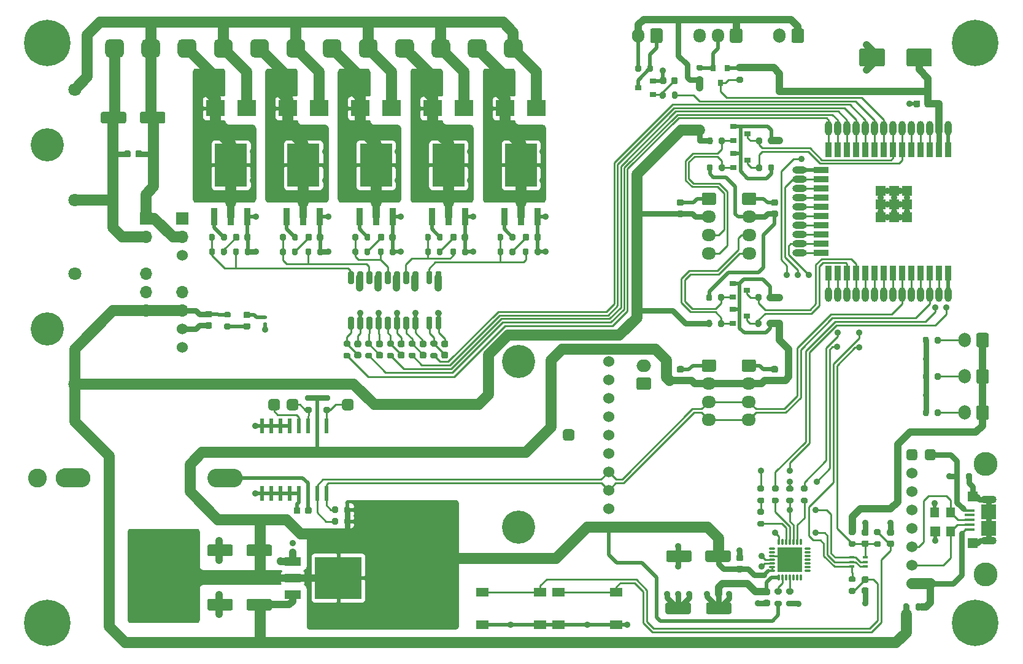
<source format=gbr>
G04 #@! TF.GenerationSoftware,KiCad,Pcbnew,5.1.9-73d0e3b20d~88~ubuntu20.04.1*
G04 #@! TF.CreationDate,2021-10-06T19:48:26+05:30*
G04 #@! TF.ProjectId,vayuO2,76617975-4f32-42e6-9b69-6361645f7063,rev 1*
G04 #@! TF.SameCoordinates,Original*
G04 #@! TF.FileFunction,Copper,L1,Top*
G04 #@! TF.FilePolarity,Positive*
%FSLAX46Y46*%
G04 Gerber Fmt 4.6, Leading zero omitted, Abs format (unit mm)*
G04 Created by KiCad (PCBNEW 5.1.9-73d0e3b20d~88~ubuntu20.04.1) date 2021-10-06 19:48:26*
%MOMM*%
%LPD*%
G01*
G04 APERTURE LIST*
G04 #@! TA.AperFunction,ComponentPad*
%ADD10O,2.000000X1.000000*%
G04 #@! TD*
G04 #@! TA.AperFunction,ComponentPad*
%ADD11O,1.000000X2.000000*%
G04 #@! TD*
G04 #@! TA.AperFunction,SMDPad,CuDef*
%ADD12R,1.330000X1.330000*%
G04 #@! TD*
G04 #@! TA.AperFunction,SMDPad,CuDef*
%ADD13R,0.900000X2.000000*%
G04 #@! TD*
G04 #@! TA.AperFunction,SMDPad,CuDef*
%ADD14R,2.000000X0.900000*%
G04 #@! TD*
G04 #@! TA.AperFunction,ComponentPad*
%ADD15C,0.900000*%
G04 #@! TD*
G04 #@! TA.AperFunction,ComponentPad*
%ADD16C,1.524000*%
G04 #@! TD*
G04 #@! TA.AperFunction,ComponentPad*
%ADD17R,1.700000X1.700000*%
G04 #@! TD*
G04 #@! TA.AperFunction,ComponentPad*
%ADD18O,1.700000X1.700000*%
G04 #@! TD*
G04 #@! TA.AperFunction,SMDPad,CuDef*
%ADD19R,0.939800X2.489200*%
G04 #@! TD*
G04 #@! TA.AperFunction,SMDPad,CuDef*
%ADD20R,4.368800X5.918200*%
G04 #@! TD*
G04 #@! TA.AperFunction,ComponentPad*
%ADD21C,3.302000*%
G04 #@! TD*
G04 #@! TA.AperFunction,SMDPad,CuDef*
%ADD22R,1.200000X1.400000*%
G04 #@! TD*
G04 #@! TA.AperFunction,SMDPad,CuDef*
%ADD23R,1.400000X1.400000*%
G04 #@! TD*
G04 #@! TA.AperFunction,SMDPad,CuDef*
%ADD24R,1.800000X1.300000*%
G04 #@! TD*
G04 #@! TA.AperFunction,SMDPad,CuDef*
%ADD25R,0.650000X0.400000*%
G04 #@! TD*
G04 #@! TA.AperFunction,SMDPad,CuDef*
%ADD26R,0.900000X0.800000*%
G04 #@! TD*
G04 #@! TA.AperFunction,ComponentPad*
%ADD27O,1.950000X1.700000*%
G04 #@! TD*
G04 #@! TA.AperFunction,SMDPad,CuDef*
%ADD28R,2.200000X1.200000*%
G04 #@! TD*
G04 #@! TA.AperFunction,SMDPad,CuDef*
%ADD29R,6.400000X5.800000*%
G04 #@! TD*
G04 #@! TA.AperFunction,ComponentPad*
%ADD30C,1.800000*%
G04 #@! TD*
G04 #@! TA.AperFunction,ComponentPad*
%ADD31C,4.572000*%
G04 #@! TD*
G04 #@! TA.AperFunction,SMDPad,CuDef*
%ADD32R,0.600000X0.400000*%
G04 #@! TD*
G04 #@! TA.AperFunction,ComponentPad*
%ADD33O,2.200000X1.100000*%
G04 #@! TD*
G04 #@! TA.AperFunction,SMDPad,CuDef*
%ADD34R,2.000000X2.000000*%
G04 #@! TD*
G04 #@! TA.AperFunction,SMDPad,CuDef*
%ADD35R,1.350000X0.400000*%
G04 #@! TD*
G04 #@! TA.AperFunction,ComponentPad*
%ADD36O,1.700000X2.000000*%
G04 #@! TD*
G04 #@! TA.AperFunction,ComponentPad*
%ADD37C,6.400000*%
G04 #@! TD*
G04 #@! TA.AperFunction,ComponentPad*
%ADD38C,0.800000*%
G04 #@! TD*
G04 #@! TA.AperFunction,ComponentPad*
%ADD39O,3.900000X2.600000*%
G04 #@! TD*
G04 #@! TA.AperFunction,ComponentPad*
%ADD40C,2.600000*%
G04 #@! TD*
G04 #@! TA.AperFunction,ComponentPad*
%ADD41O,4.800000X2.600000*%
G04 #@! TD*
G04 #@! TA.AperFunction,SMDPad,CuDef*
%ADD42R,1.675000X1.675000*%
G04 #@! TD*
G04 #@! TA.AperFunction,SMDPad,CuDef*
%ADD43O,0.300000X0.850000*%
G04 #@! TD*
G04 #@! TA.AperFunction,SMDPad,CuDef*
%ADD44O,0.850000X0.300000*%
G04 #@! TD*
G04 #@! TA.AperFunction,SMDPad,CuDef*
%ADD45R,0.599440X1.998980*%
G04 #@! TD*
G04 #@! TA.AperFunction,SMDPad,CuDef*
%ADD46R,0.800000X0.900000*%
G04 #@! TD*
G04 #@! TA.AperFunction,SMDPad,CuDef*
%ADD47R,2.500000X2.300000*%
G04 #@! TD*
G04 #@! TA.AperFunction,ComponentPad*
%ADD48O,2.000000X1.700000*%
G04 #@! TD*
G04 #@! TA.AperFunction,ComponentPad*
%ADD49O,1.700000X1.950000*%
G04 #@! TD*
G04 #@! TA.AperFunction,ViaPad*
%ADD50C,0.900000*%
G04 #@! TD*
G04 #@! TA.AperFunction,Conductor*
%ADD51C,0.500000*%
G04 #@! TD*
G04 #@! TA.AperFunction,Conductor*
%ADD52C,0.750000*%
G04 #@! TD*
G04 #@! TA.AperFunction,Conductor*
%ADD53C,1.000000*%
G04 #@! TD*
G04 #@! TA.AperFunction,Conductor*
%ADD54C,0.250000*%
G04 #@! TD*
G04 #@! TA.AperFunction,Conductor*
%ADD55C,1.500000*%
G04 #@! TD*
G04 #@! TA.AperFunction,Conductor*
%ADD56C,0.254000*%
G04 #@! TD*
G04 #@! TA.AperFunction,Conductor*
%ADD57C,0.127000*%
G04 #@! TD*
G04 APERTURE END LIST*
G04 #@! TA.AperFunction,SMDPad,CuDef*
G36*
G01*
X79550000Y-123450000D02*
X79550000Y-124550000D01*
G75*
G02*
X79300000Y-124800000I-250000J0D01*
G01*
X76300000Y-124800000D01*
G75*
G02*
X76050000Y-124550000I0J250000D01*
G01*
X76050000Y-123450000D01*
G75*
G02*
X76300000Y-123200000I250000J0D01*
G01*
X79300000Y-123200000D01*
G75*
G02*
X79550000Y-123450000I0J-250000D01*
G01*
G37*
G04 #@! TD.AperFunction*
G04 #@! TA.AperFunction,SMDPad,CuDef*
G36*
G01*
X84950000Y-123450000D02*
X84950000Y-124550000D01*
G75*
G02*
X84700000Y-124800000I-250000J0D01*
G01*
X81700000Y-124800000D01*
G75*
G02*
X81450000Y-124550000I0J250000D01*
G01*
X81450000Y-123450000D01*
G75*
G02*
X81700000Y-123200000I250000J0D01*
G01*
X84700000Y-123200000D01*
G75*
G02*
X84950000Y-123450000I0J-250000D01*
G01*
G37*
G04 #@! TD.AperFunction*
D10*
X157760001Y-77885000D03*
X157760001Y-82965000D03*
X157760001Y-81695000D03*
X157760001Y-80425000D03*
X157760001Y-79155000D03*
X157760001Y-76615000D03*
X157760001Y-75345000D03*
X157760001Y-74075000D03*
X157760001Y-72805000D03*
X157760001Y-71535000D03*
D11*
X175720001Y-88750000D03*
X164290001Y-88750000D03*
X173180001Y-88750000D03*
X170640001Y-88750000D03*
X169370001Y-88750000D03*
X163020001Y-88750000D03*
X161750001Y-88750000D03*
X171910001Y-88750000D03*
X165560001Y-88750000D03*
X178260001Y-88750000D03*
X174450001Y-88750000D03*
X166830001Y-88750000D03*
X168100001Y-88750000D03*
X176990001Y-88750000D03*
X161750001Y-65750000D03*
X163020001Y-65750000D03*
X164290001Y-65750000D03*
X165560001Y-65750000D03*
X166830001Y-65750000D03*
X168100001Y-65750000D03*
X169370001Y-65750000D03*
X170640001Y-65750000D03*
X171910001Y-65750000D03*
X173180001Y-65750000D03*
X174450001Y-65750000D03*
X175720001Y-65750000D03*
X176990001Y-65750000D03*
X178260001Y-65750000D03*
D12*
X170760001Y-76250000D03*
D13*
X178260001Y-85750000D03*
X176990001Y-85750000D03*
X175720001Y-85750000D03*
X174450001Y-85750000D03*
X173180001Y-85750000D03*
X171910001Y-85750000D03*
X170640001Y-85750000D03*
X169370001Y-85750000D03*
X168100001Y-85750000D03*
X166830001Y-85750000D03*
X165560001Y-85750000D03*
X164290001Y-85750000D03*
X163020001Y-85750000D03*
X161750001Y-85750000D03*
D14*
X160750001Y-82965000D03*
X160750001Y-81695000D03*
X160750001Y-80425000D03*
X160750001Y-79155000D03*
X160750001Y-77885000D03*
X160750001Y-76615000D03*
X160750001Y-75345000D03*
X160750001Y-74075000D03*
X160750001Y-72805000D03*
X160750001Y-71535000D03*
D13*
X161750001Y-68750000D03*
X163020001Y-68750000D03*
X164290001Y-68750000D03*
X165560001Y-68750000D03*
X166830001Y-68750000D03*
X168100001Y-68750000D03*
X169370001Y-68750000D03*
X170640001Y-68750000D03*
X171910001Y-68750000D03*
X173180001Y-68750000D03*
X174450001Y-68750000D03*
X175720001Y-68750000D03*
X176990001Y-68750000D03*
X178260001Y-68750000D03*
D12*
X170760001Y-78085000D03*
X170760001Y-74415000D03*
X172595001Y-76250000D03*
X172595001Y-74415000D03*
X172595001Y-78085000D03*
X168925001Y-76250000D03*
X168925001Y-74415000D03*
X168925001Y-78085000D03*
D15*
X172595001Y-75332500D03*
X172595001Y-77250000D03*
X170760001Y-75332500D03*
X171677501Y-76250000D03*
X170760001Y-77250000D03*
X171677501Y-74415000D03*
X171677501Y-78085000D03*
X169842501Y-76250000D03*
X169842501Y-74415000D03*
X169842501Y-78085000D03*
X168925001Y-77250000D03*
X168925001Y-75332500D03*
G04 #@! TA.AperFunction,SMDPad,CuDef*
G36*
G01*
X142850000Y-124250000D02*
X142850000Y-125350000D01*
G75*
G02*
X142600000Y-125600000I-250000J0D01*
G01*
X139600000Y-125600000D01*
G75*
G02*
X139350000Y-125350000I0J250000D01*
G01*
X139350000Y-124250000D01*
G75*
G02*
X139600000Y-124000000I250000J0D01*
G01*
X142600000Y-124000000D01*
G75*
G02*
X142850000Y-124250000I0J-250000D01*
G01*
G37*
G04 #@! TD.AperFunction*
G04 #@! TA.AperFunction,SMDPad,CuDef*
G36*
G01*
X148250000Y-124250000D02*
X148250000Y-125350000D01*
G75*
G02*
X148000000Y-125600000I-250000J0D01*
G01*
X145000000Y-125600000D01*
G75*
G02*
X144750000Y-125350000I0J250000D01*
G01*
X144750000Y-124250000D01*
G75*
G02*
X145000000Y-124000000I250000J0D01*
G01*
X148000000Y-124000000D01*
G75*
G02*
X148250000Y-124250000I0J-250000D01*
G01*
G37*
G04 #@! TD.AperFunction*
G04 #@! TA.AperFunction,SMDPad,CuDef*
G36*
G01*
X79550000Y-130950000D02*
X79550000Y-132050000D01*
G75*
G02*
X79300000Y-132300000I-250000J0D01*
G01*
X76300000Y-132300000D01*
G75*
G02*
X76050000Y-132050000I0J250000D01*
G01*
X76050000Y-130950000D01*
G75*
G02*
X76300000Y-130700000I250000J0D01*
G01*
X79300000Y-130700000D01*
G75*
G02*
X79550000Y-130950000I0J-250000D01*
G01*
G37*
G04 #@! TD.AperFunction*
G04 #@! TA.AperFunction,SMDPad,CuDef*
G36*
G01*
X84950000Y-130950000D02*
X84950000Y-132050000D01*
G75*
G02*
X84700000Y-132300000I-250000J0D01*
G01*
X81700000Y-132300000D01*
G75*
G02*
X81450000Y-132050000I0J250000D01*
G01*
X81450000Y-130950000D01*
G75*
G02*
X81700000Y-130700000I250000J0D01*
G01*
X84700000Y-130700000D01*
G75*
G02*
X84950000Y-130950000I0J-250000D01*
G01*
G37*
G04 #@! TD.AperFunction*
G04 #@! TA.AperFunction,SMDPad,CuDef*
G36*
G01*
X64850000Y-63750000D02*
X64850000Y-64850000D01*
G75*
G02*
X64600000Y-65100000I-250000J0D01*
G01*
X61600000Y-65100000D01*
G75*
G02*
X61350000Y-64850000I0J250000D01*
G01*
X61350000Y-63750000D01*
G75*
G02*
X61600000Y-63500000I250000J0D01*
G01*
X64600000Y-63500000D01*
G75*
G02*
X64850000Y-63750000I0J-250000D01*
G01*
G37*
G04 #@! TD.AperFunction*
G04 #@! TA.AperFunction,SMDPad,CuDef*
G36*
G01*
X70250000Y-63750000D02*
X70250000Y-64850000D01*
G75*
G02*
X70000000Y-65100000I-250000J0D01*
G01*
X67000000Y-65100000D01*
G75*
G02*
X66750000Y-64850000I0J250000D01*
G01*
X66750000Y-63750000D01*
G75*
G02*
X67000000Y-63500000I250000J0D01*
G01*
X70000000Y-63500000D01*
G75*
G02*
X70250000Y-63750000I0J-250000D01*
G01*
G37*
G04 #@! TD.AperFunction*
G04 #@! TA.AperFunction,SMDPad,CuDef*
G36*
G01*
X169500000Y-55000000D02*
X169500000Y-57000000D01*
G75*
G02*
X169250000Y-57250000I-250000J0D01*
G01*
X166250000Y-57250000D01*
G75*
G02*
X166000000Y-57000000I0J250000D01*
G01*
X166000000Y-55000000D01*
G75*
G02*
X166250000Y-54750000I250000J0D01*
G01*
X169250000Y-54750000D01*
G75*
G02*
X169500000Y-55000000I0J-250000D01*
G01*
G37*
G04 #@! TD.AperFunction*
G04 #@! TA.AperFunction,SMDPad,CuDef*
G36*
G01*
X176000000Y-55000000D02*
X176000000Y-57000000D01*
G75*
G02*
X175750000Y-57250000I-250000J0D01*
G01*
X172750000Y-57250000D01*
G75*
G02*
X172500000Y-57000000I0J250000D01*
G01*
X172500000Y-55000000D01*
G75*
G02*
X172750000Y-54750000I250000J0D01*
G01*
X175750000Y-54750000D01*
G75*
G02*
X176000000Y-55000000I0J-250000D01*
G01*
G37*
G04 #@! TD.AperFunction*
D16*
X72550000Y-96030000D03*
X72550000Y-93490000D03*
X72550000Y-83330000D03*
D17*
X72550000Y-78250000D03*
D18*
X72550000Y-80790000D03*
X72550000Y-88410000D03*
X72550000Y-90950000D03*
G04 #@! TA.AperFunction,SMDPad,CuDef*
G36*
G01*
X90375000Y-82525000D02*
X90375000Y-83075000D01*
G75*
G02*
X90175000Y-83275000I-200000J0D01*
G01*
X89775000Y-83275000D01*
G75*
G02*
X89575000Y-83075000I0J200000D01*
G01*
X89575000Y-82525000D01*
G75*
G02*
X89775000Y-82325000I200000J0D01*
G01*
X90175000Y-82325000D01*
G75*
G02*
X90375000Y-82525000I0J-200000D01*
G01*
G37*
G04 #@! TD.AperFunction*
G04 #@! TA.AperFunction,SMDPad,CuDef*
G36*
G01*
X92025000Y-82525000D02*
X92025000Y-83075000D01*
G75*
G02*
X91825000Y-83275000I-200000J0D01*
G01*
X91425000Y-83275000D01*
G75*
G02*
X91225000Y-83075000I0J200000D01*
G01*
X91225000Y-82525000D01*
G75*
G02*
X91425000Y-82325000I200000J0D01*
G01*
X91825000Y-82325000D01*
G75*
G02*
X92025000Y-82525000I0J-200000D01*
G01*
G37*
G04 #@! TD.AperFunction*
G04 #@! TA.AperFunction,SMDPad,CuDef*
G36*
G01*
X158125000Y-116725000D02*
X158675000Y-116725000D01*
G75*
G02*
X158875000Y-116925000I0J-200000D01*
G01*
X158875000Y-117325000D01*
G75*
G02*
X158675000Y-117525000I-200000J0D01*
G01*
X158125000Y-117525000D01*
G75*
G02*
X157925000Y-117325000I0J200000D01*
G01*
X157925000Y-116925000D01*
G75*
G02*
X158125000Y-116725000I200000J0D01*
G01*
G37*
G04 #@! TD.AperFunction*
G04 #@! TA.AperFunction,SMDPad,CuDef*
G36*
G01*
X158125000Y-115075000D02*
X158675000Y-115075000D01*
G75*
G02*
X158875000Y-115275000I0J-200000D01*
G01*
X158875000Y-115675000D01*
G75*
G02*
X158675000Y-115875000I-200000J0D01*
G01*
X158125000Y-115875000D01*
G75*
G02*
X157925000Y-115675000I0J200000D01*
G01*
X157925000Y-115275000D01*
G75*
G02*
X158125000Y-115075000I200000J0D01*
G01*
G37*
G04 #@! TD.AperFunction*
G04 #@! TA.AperFunction,SMDPad,CuDef*
G36*
G01*
X106865000Y-93525000D02*
X106465000Y-93525000D01*
G75*
G02*
X106265000Y-93325000I0J200000D01*
G01*
X106265000Y-91925000D01*
G75*
G02*
X106465000Y-91725000I200000J0D01*
G01*
X106865000Y-91725000D01*
G75*
G02*
X107065000Y-91925000I0J-200000D01*
G01*
X107065000Y-93325000D01*
G75*
G02*
X106865000Y-93525000I-200000J0D01*
G01*
G37*
G04 #@! TD.AperFunction*
G04 #@! TA.AperFunction,SMDPad,CuDef*
G36*
G01*
X108135000Y-93525000D02*
X107735000Y-93525000D01*
G75*
G02*
X107535000Y-93325000I0J200000D01*
G01*
X107535000Y-91925000D01*
G75*
G02*
X107735000Y-91725000I200000J0D01*
G01*
X108135000Y-91725000D01*
G75*
G02*
X108335000Y-91925000I0J-200000D01*
G01*
X108335000Y-93325000D01*
G75*
G02*
X108135000Y-93525000I-200000J0D01*
G01*
G37*
G04 #@! TD.AperFunction*
G04 #@! TA.AperFunction,SMDPad,CuDef*
G36*
G01*
X108135000Y-87275000D02*
X107735000Y-87275000D01*
G75*
G02*
X107535000Y-87075000I0J200000D01*
G01*
X107535000Y-85675000D01*
G75*
G02*
X107735000Y-85475000I200000J0D01*
G01*
X108135000Y-85475000D01*
G75*
G02*
X108335000Y-85675000I0J-200000D01*
G01*
X108335000Y-87075000D01*
G75*
G02*
X108135000Y-87275000I-200000J0D01*
G01*
G37*
G04 #@! TD.AperFunction*
G04 #@! TA.AperFunction,SMDPad,CuDef*
G36*
G01*
X106865000Y-87275000D02*
X106465000Y-87275000D01*
G75*
G02*
X106265000Y-87075000I0J200000D01*
G01*
X106265000Y-85675000D01*
G75*
G02*
X106465000Y-85475000I200000J0D01*
G01*
X106865000Y-85475000D01*
G75*
G02*
X107065000Y-85675000I0J-200000D01*
G01*
X107065000Y-87075000D01*
G75*
G02*
X106865000Y-87275000I-200000J0D01*
G01*
G37*
G04 #@! TD.AperFunction*
D19*
X99300000Y-77943500D03*
X97014000Y-77943500D03*
X101586000Y-77943500D03*
D20*
X99300000Y-70844200D03*
D16*
X175780000Y-128590000D03*
G04 #@! TA.AperFunction,ComponentPad*
G36*
G01*
X175399000Y-110048000D02*
X176161000Y-110048000D01*
G75*
G02*
X176542000Y-110429000I0J-381000D01*
G01*
X176542000Y-111191000D01*
G75*
G02*
X176161000Y-111572000I-381000J0D01*
G01*
X175399000Y-111572000D01*
G75*
G02*
X175018000Y-111191000I0J381000D01*
G01*
X175018000Y-110429000D01*
G75*
G02*
X175399000Y-110048000I381000J0D01*
G01*
G37*
G04 #@! TD.AperFunction*
G04 #@! TA.AperFunction,ComponentPad*
G36*
G01*
X172859000Y-110048000D02*
X173621000Y-110048000D01*
G75*
G02*
X174002000Y-110429000I0J-381000D01*
G01*
X174002000Y-111191000D01*
G75*
G02*
X173621000Y-111572000I-381000J0D01*
G01*
X172859000Y-111572000D01*
G75*
G02*
X172478000Y-111191000I0J381000D01*
G01*
X172478000Y-110429000D01*
G75*
G02*
X172859000Y-110048000I381000J0D01*
G01*
G37*
G04 #@! TD.AperFunction*
X173240000Y-113350000D03*
X173240000Y-115890000D03*
X173240000Y-128590000D03*
X173240000Y-126050000D03*
X173240000Y-123510000D03*
X173240000Y-120970000D03*
X173240000Y-118430000D03*
D21*
X183400000Y-112080000D03*
X183400000Y-127320000D03*
D19*
X79300000Y-77943500D03*
X77014000Y-77943500D03*
X81586000Y-77943500D03*
D20*
X79300000Y-70844200D03*
G04 #@! TA.AperFunction,SMDPad,CuDef*
G36*
G01*
X109050000Y-95975000D02*
X108550000Y-95975000D01*
G75*
G02*
X108325000Y-95750000I0J225000D01*
G01*
X108325000Y-95300000D01*
G75*
G02*
X108550000Y-95075000I225000J0D01*
G01*
X109050000Y-95075000D01*
G75*
G02*
X109275000Y-95300000I0J-225000D01*
G01*
X109275000Y-95750000D01*
G75*
G02*
X109050000Y-95975000I-225000J0D01*
G01*
G37*
G04 #@! TD.AperFunction*
G04 #@! TA.AperFunction,SMDPad,CuDef*
G36*
G01*
X109050000Y-97525000D02*
X108550000Y-97525000D01*
G75*
G02*
X108325000Y-97300000I0J225000D01*
G01*
X108325000Y-96850000D01*
G75*
G02*
X108550000Y-96625000I225000J0D01*
G01*
X109050000Y-96625000D01*
G75*
G02*
X109275000Y-96850000I0J-225000D01*
G01*
X109275000Y-97300000D01*
G75*
G02*
X109050000Y-97525000I-225000J0D01*
G01*
G37*
G04 #@! TD.AperFunction*
G04 #@! TA.AperFunction,SMDPad,CuDef*
G36*
G01*
X156125000Y-130925000D02*
X156675000Y-130925000D01*
G75*
G02*
X156875000Y-131125000I0J-200000D01*
G01*
X156875000Y-131525000D01*
G75*
G02*
X156675000Y-131725000I-200000J0D01*
G01*
X156125000Y-131725000D01*
G75*
G02*
X155925000Y-131525000I0J200000D01*
G01*
X155925000Y-131125000D01*
G75*
G02*
X156125000Y-130925000I200000J0D01*
G01*
G37*
G04 #@! TD.AperFunction*
G04 #@! TA.AperFunction,SMDPad,CuDef*
G36*
G01*
X156125000Y-129275000D02*
X156675000Y-129275000D01*
G75*
G02*
X156875000Y-129475000I0J-200000D01*
G01*
X156875000Y-129875000D01*
G75*
G02*
X156675000Y-130075000I-200000J0D01*
G01*
X156125000Y-130075000D01*
G75*
G02*
X155925000Y-129875000I0J200000D01*
G01*
X155925000Y-129475000D01*
G75*
G02*
X156125000Y-129275000I200000J0D01*
G01*
G37*
G04 #@! TD.AperFunction*
D22*
X176400000Y-118800000D03*
X178600000Y-118800000D03*
X178600000Y-121400000D03*
D23*
X176500000Y-121400000D03*
G04 #@! TA.AperFunction,ComponentPad*
G36*
G01*
X87000000Y-104300000D02*
X87000000Y-103500000D01*
G75*
G02*
X87400000Y-103100000I400000J0D01*
G01*
X88200000Y-103100000D01*
G75*
G02*
X88600000Y-103500000I0J-400000D01*
G01*
X88600000Y-104300000D01*
G75*
G02*
X88200000Y-104700000I-400000J0D01*
G01*
X87400000Y-104700000D01*
G75*
G02*
X87000000Y-104300000I0J400000D01*
G01*
G37*
G04 #@! TD.AperFunction*
D24*
X124525000Y-129750000D03*
X132475000Y-129750000D03*
X132475000Y-134250000D03*
X124525000Y-134250000D03*
D25*
X166850000Y-124950000D03*
X166850000Y-126250000D03*
X164950000Y-125600000D03*
X166850000Y-125600000D03*
X164950000Y-126250000D03*
X164950000Y-124950000D03*
G04 #@! TA.AperFunction,SMDPad,CuDef*
G36*
G01*
X146525000Y-92975000D02*
X146525000Y-92425000D01*
G75*
G02*
X146725000Y-92225000I200000J0D01*
G01*
X147125000Y-92225000D01*
G75*
G02*
X147325000Y-92425000I0J-200000D01*
G01*
X147325000Y-92975000D01*
G75*
G02*
X147125000Y-93175000I-200000J0D01*
G01*
X146725000Y-93175000D01*
G75*
G02*
X146525000Y-92975000I0J200000D01*
G01*
G37*
G04 #@! TD.AperFunction*
G04 #@! TA.AperFunction,SMDPad,CuDef*
G36*
G01*
X144875000Y-92975000D02*
X144875000Y-92425000D01*
G75*
G02*
X145075000Y-92225000I200000J0D01*
G01*
X145475000Y-92225000D01*
G75*
G02*
X145675000Y-92425000I0J-200000D01*
G01*
X145675000Y-92975000D01*
G75*
G02*
X145475000Y-93175000I-200000J0D01*
G01*
X145075000Y-93175000D01*
G75*
G02*
X144875000Y-92975000I0J200000D01*
G01*
G37*
G04 #@! TD.AperFunction*
G04 #@! TA.AperFunction,SMDPad,CuDef*
G36*
G01*
X152475000Y-92425000D02*
X152475000Y-92975000D01*
G75*
G02*
X152275000Y-93175000I-200000J0D01*
G01*
X151875000Y-93175000D01*
G75*
G02*
X151675000Y-92975000I0J200000D01*
G01*
X151675000Y-92425000D01*
G75*
G02*
X151875000Y-92225000I200000J0D01*
G01*
X152275000Y-92225000D01*
G75*
G02*
X152475000Y-92425000I0J-200000D01*
G01*
G37*
G04 #@! TD.AperFunction*
G04 #@! TA.AperFunction,SMDPad,CuDef*
G36*
G01*
X154125000Y-92425000D02*
X154125000Y-92975000D01*
G75*
G02*
X153925000Y-93175000I-200000J0D01*
G01*
X153525000Y-93175000D01*
G75*
G02*
X153325000Y-92975000I0J200000D01*
G01*
X153325000Y-92425000D01*
G75*
G02*
X153525000Y-92225000I200000J0D01*
G01*
X153925000Y-92225000D01*
G75*
G02*
X154125000Y-92425000I0J-200000D01*
G01*
G37*
G04 #@! TD.AperFunction*
D26*
X150500000Y-91700000D03*
X148500000Y-92650000D03*
X148500000Y-90750000D03*
D27*
X150800000Y-83000000D03*
X150800000Y-80500000D03*
X150800000Y-78000000D03*
G04 #@! TA.AperFunction,ComponentPad*
G36*
G01*
X150075000Y-74650000D02*
X151525000Y-74650000D01*
G75*
G02*
X151775000Y-74900000I0J-250000D01*
G01*
X151775000Y-76100000D01*
G75*
G02*
X151525000Y-76350000I-250000J0D01*
G01*
X150075000Y-76350000D01*
G75*
G02*
X149825000Y-76100000I0J250000D01*
G01*
X149825000Y-74900000D01*
G75*
G02*
X150075000Y-74650000I250000J0D01*
G01*
G37*
G04 #@! TD.AperFunction*
D28*
X87800000Y-125520000D03*
X87800000Y-127800000D03*
X87800000Y-130080000D03*
D29*
X94100000Y-127800000D03*
D30*
X57750000Y-85830000D03*
X57750000Y-101070000D03*
X57750000Y-75670000D03*
X57750000Y-60430000D03*
D31*
X53940000Y-68050000D03*
X53940000Y-93450000D03*
G04 #@! TA.AperFunction,SMDPad,CuDef*
G36*
G01*
X174375000Y-62150000D02*
X174375000Y-62650000D01*
G75*
G02*
X174150000Y-62875000I-225000J0D01*
G01*
X173700000Y-62875000D01*
G75*
G02*
X173475000Y-62650000I0J225000D01*
G01*
X173475000Y-62150000D01*
G75*
G02*
X173700000Y-61925000I225000J0D01*
G01*
X174150000Y-61925000D01*
G75*
G02*
X174375000Y-62150000I0J-225000D01*
G01*
G37*
G04 #@! TD.AperFunction*
G04 #@! TA.AperFunction,SMDPad,CuDef*
G36*
G01*
X175925000Y-62150000D02*
X175925000Y-62650000D01*
G75*
G02*
X175700000Y-62875000I-225000J0D01*
G01*
X175250000Y-62875000D01*
G75*
G02*
X175025000Y-62650000I0J225000D01*
G01*
X175025000Y-62150000D01*
G75*
G02*
X175250000Y-61925000I225000J0D01*
G01*
X175700000Y-61925000D01*
G75*
G02*
X175925000Y-62150000I0J-225000D01*
G01*
G37*
G04 #@! TD.AperFunction*
G04 #@! TA.AperFunction,SMDPad,CuDef*
G36*
G01*
X81756250Y-93525000D02*
X81243750Y-93525000D01*
G75*
G02*
X81025000Y-93306250I0J218750D01*
G01*
X81025000Y-92868750D01*
G75*
G02*
X81243750Y-92650000I218750J0D01*
G01*
X81756250Y-92650000D01*
G75*
G02*
X81975000Y-92868750I0J-218750D01*
G01*
X81975000Y-93306250D01*
G75*
G02*
X81756250Y-93525000I-218750J0D01*
G01*
G37*
G04 #@! TD.AperFunction*
G04 #@! TA.AperFunction,SMDPad,CuDef*
G36*
G01*
X81756250Y-91950000D02*
X81243750Y-91950000D01*
G75*
G02*
X81025000Y-91731250I0J218750D01*
G01*
X81025000Y-91293750D01*
G75*
G02*
X81243750Y-91075000I218750J0D01*
G01*
X81756250Y-91075000D01*
G75*
G02*
X81975000Y-91293750I0J-218750D01*
G01*
X81975000Y-91731250D01*
G75*
G02*
X81756250Y-91950000I-218750J0D01*
G01*
G37*
G04 #@! TD.AperFunction*
G04 #@! TA.AperFunction,SMDPad,CuDef*
G36*
G01*
X79075000Y-93525000D02*
X78525000Y-93525000D01*
G75*
G02*
X78325000Y-93325000I0J200000D01*
G01*
X78325000Y-92925000D01*
G75*
G02*
X78525000Y-92725000I200000J0D01*
G01*
X79075000Y-92725000D01*
G75*
G02*
X79275000Y-92925000I0J-200000D01*
G01*
X79275000Y-93325000D01*
G75*
G02*
X79075000Y-93525000I-200000J0D01*
G01*
G37*
G04 #@! TD.AperFunction*
G04 #@! TA.AperFunction,SMDPad,CuDef*
G36*
G01*
X79075000Y-91875000D02*
X78525000Y-91875000D01*
G75*
G02*
X78325000Y-91675000I0J200000D01*
G01*
X78325000Y-91275000D01*
G75*
G02*
X78525000Y-91075000I200000J0D01*
G01*
X79075000Y-91075000D01*
G75*
G02*
X79275000Y-91275000I0J-200000D01*
G01*
X79275000Y-91675000D01*
G75*
G02*
X79075000Y-91875000I-200000J0D01*
G01*
G37*
G04 #@! TD.AperFunction*
D32*
X84000000Y-92750000D03*
X84000000Y-91850000D03*
D33*
X183850000Y-116965000D03*
X183850000Y-122635000D03*
D34*
X183850000Y-120950000D03*
D23*
X181600000Y-116600000D03*
D35*
X181175000Y-119800000D03*
X181175000Y-119150000D03*
X181175000Y-118500000D03*
X181175000Y-121100000D03*
X181175000Y-120450000D03*
D23*
X181600000Y-123000000D03*
D34*
X183850000Y-118650000D03*
D24*
X114025000Y-129750000D03*
X121975000Y-129750000D03*
X121975000Y-134250000D03*
X114025000Y-134250000D03*
G04 #@! TA.AperFunction,SMDPad,CuDef*
G36*
G01*
X180725000Y-114075000D02*
X180725000Y-113525000D01*
G75*
G02*
X180925000Y-113325000I200000J0D01*
G01*
X181325000Y-113325000D01*
G75*
G02*
X181525000Y-113525000I0J-200000D01*
G01*
X181525000Y-114075000D01*
G75*
G02*
X181325000Y-114275000I-200000J0D01*
G01*
X180925000Y-114275000D01*
G75*
G02*
X180725000Y-114075000I0J200000D01*
G01*
G37*
G04 #@! TD.AperFunction*
G04 #@! TA.AperFunction,SMDPad,CuDef*
G36*
G01*
X179075000Y-114075000D02*
X179075000Y-113525000D01*
G75*
G02*
X179275000Y-113325000I200000J0D01*
G01*
X179675000Y-113325000D01*
G75*
G02*
X179875000Y-113525000I0J-200000D01*
G01*
X179875000Y-114075000D01*
G75*
G02*
X179675000Y-114275000I-200000J0D01*
G01*
X179275000Y-114275000D01*
G75*
G02*
X179075000Y-114075000I0J200000D01*
G01*
G37*
G04 #@! TD.AperFunction*
G04 #@! TA.AperFunction,SMDPad,CuDef*
G36*
G01*
X173725000Y-132075000D02*
X173725000Y-131525000D01*
G75*
G02*
X173925000Y-131325000I200000J0D01*
G01*
X174325000Y-131325000D01*
G75*
G02*
X174525000Y-131525000I0J-200000D01*
G01*
X174525000Y-132075000D01*
G75*
G02*
X174325000Y-132275000I-200000J0D01*
G01*
X173925000Y-132275000D01*
G75*
G02*
X173725000Y-132075000I0J200000D01*
G01*
G37*
G04 #@! TD.AperFunction*
G04 #@! TA.AperFunction,SMDPad,CuDef*
G36*
G01*
X172075000Y-132075000D02*
X172075000Y-131525000D01*
G75*
G02*
X172275000Y-131325000I200000J0D01*
G01*
X172675000Y-131325000D01*
G75*
G02*
X172875000Y-131525000I0J-200000D01*
G01*
X172875000Y-132075000D01*
G75*
G02*
X172675000Y-132275000I-200000J0D01*
G01*
X172275000Y-132275000D01*
G75*
G02*
X172075000Y-132075000I0J200000D01*
G01*
G37*
G04 #@! TD.AperFunction*
G04 #@! TA.AperFunction,SMDPad,CuDef*
G36*
G01*
X96875000Y-82525000D02*
X96875000Y-83075000D01*
G75*
G02*
X96675000Y-83275000I-200000J0D01*
G01*
X96275000Y-83275000D01*
G75*
G02*
X96075000Y-83075000I0J200000D01*
G01*
X96075000Y-82525000D01*
G75*
G02*
X96275000Y-82325000I200000J0D01*
G01*
X96675000Y-82325000D01*
G75*
G02*
X96875000Y-82525000I0J-200000D01*
G01*
G37*
G04 #@! TD.AperFunction*
G04 #@! TA.AperFunction,SMDPad,CuDef*
G36*
G01*
X98525000Y-82525000D02*
X98525000Y-83075000D01*
G75*
G02*
X98325000Y-83275000I-200000J0D01*
G01*
X97925000Y-83275000D01*
G75*
G02*
X97725000Y-83075000I0J200000D01*
G01*
X97725000Y-82525000D01*
G75*
G02*
X97925000Y-82325000I200000J0D01*
G01*
X98325000Y-82325000D01*
G75*
G02*
X98525000Y-82525000I0J-200000D01*
G01*
G37*
G04 #@! TD.AperFunction*
D17*
X67550000Y-78250000D03*
D18*
X67550000Y-80790000D03*
X67550000Y-85870000D03*
X67550000Y-88410000D03*
X67550000Y-90950000D03*
D36*
X155000000Y-53000000D03*
G04 #@! TA.AperFunction,ComponentPad*
G36*
G01*
X158350000Y-52250000D02*
X158350000Y-53750000D01*
G75*
G02*
X158100000Y-54000000I-250000J0D01*
G01*
X156900000Y-54000000D01*
G75*
G02*
X156650000Y-53750000I0J250000D01*
G01*
X156650000Y-52250000D01*
G75*
G02*
X156900000Y-52000000I250000J0D01*
G01*
X158100000Y-52000000D01*
G75*
G02*
X158350000Y-52250000I0J-250000D01*
G01*
G37*
G04 #@! TD.AperFunction*
D37*
X182000000Y-54000000D03*
D38*
X184400000Y-54000000D03*
X183697056Y-55697056D03*
X182000000Y-56400000D03*
X180302944Y-55697056D03*
X179600000Y-54000000D03*
X180302944Y-52302944D03*
X182000000Y-51600000D03*
X183697056Y-52302944D03*
D37*
X182000000Y-134000000D03*
D38*
X184400000Y-134000000D03*
X183697056Y-135697056D03*
X182000000Y-136400000D03*
X180302944Y-135697056D03*
X179600000Y-134000000D03*
X180302944Y-132302944D03*
X182000000Y-131600000D03*
X183697056Y-132302944D03*
D37*
X54000000Y-54000000D03*
D38*
X56400000Y-54000000D03*
X55697056Y-55697056D03*
X54000000Y-56400000D03*
X52302944Y-55697056D03*
X51600000Y-54000000D03*
X52302944Y-52302944D03*
X54000000Y-51600000D03*
X55697056Y-52302944D03*
D37*
X54000000Y-134000000D03*
D38*
X56400000Y-134000000D03*
X55697056Y-135697056D03*
X54000000Y-136400000D03*
X52302944Y-135697056D03*
X51600000Y-134000000D03*
X52302944Y-132302944D03*
X54000000Y-131600000D03*
X55697056Y-132302944D03*
G04 #@! TA.AperFunction,ComponentPad*
G36*
G01*
X58800000Y-115300000D02*
X56200000Y-115300000D01*
G75*
G02*
X55550000Y-114650000I0J650000D01*
G01*
X55550000Y-113350000D01*
G75*
G02*
X56200000Y-112700000I650000J0D01*
G01*
X58800000Y-112700000D01*
G75*
G02*
X59450000Y-113350000I0J-650000D01*
G01*
X59450000Y-114650000D01*
G75*
G02*
X58800000Y-115300000I-650000J0D01*
G01*
G37*
G04 #@! TD.AperFunction*
D39*
X78000000Y-114000000D03*
D40*
X52600000Y-114000000D03*
D41*
X57500000Y-114000000D03*
X78500000Y-114000000D03*
G04 #@! TA.AperFunction,SMDPad,CuDef*
G36*
G01*
X96055000Y-87275000D02*
X95655000Y-87275000D01*
G75*
G02*
X95455000Y-87075000I0J200000D01*
G01*
X95455000Y-85675000D01*
G75*
G02*
X95655000Y-85475000I200000J0D01*
G01*
X96055000Y-85475000D01*
G75*
G02*
X96255000Y-85675000I0J-200000D01*
G01*
X96255000Y-87075000D01*
G75*
G02*
X96055000Y-87275000I-200000J0D01*
G01*
G37*
G04 #@! TD.AperFunction*
G04 #@! TA.AperFunction,SMDPad,CuDef*
G36*
G01*
X97325000Y-87275000D02*
X96925000Y-87275000D01*
G75*
G02*
X96725000Y-87075000I0J200000D01*
G01*
X96725000Y-85675000D01*
G75*
G02*
X96925000Y-85475000I200000J0D01*
G01*
X97325000Y-85475000D01*
G75*
G02*
X97525000Y-85675000I0J-200000D01*
G01*
X97525000Y-87075000D01*
G75*
G02*
X97325000Y-87275000I-200000J0D01*
G01*
G37*
G04 #@! TD.AperFunction*
G04 #@! TA.AperFunction,SMDPad,CuDef*
G36*
G01*
X98595000Y-87275000D02*
X98195000Y-87275000D01*
G75*
G02*
X97995000Y-87075000I0J200000D01*
G01*
X97995000Y-85675000D01*
G75*
G02*
X98195000Y-85475000I200000J0D01*
G01*
X98595000Y-85475000D01*
G75*
G02*
X98795000Y-85675000I0J-200000D01*
G01*
X98795000Y-87075000D01*
G75*
G02*
X98595000Y-87275000I-200000J0D01*
G01*
G37*
G04 #@! TD.AperFunction*
G04 #@! TA.AperFunction,SMDPad,CuDef*
G36*
G01*
X99865000Y-87275000D02*
X99465000Y-87275000D01*
G75*
G02*
X99265000Y-87075000I0J200000D01*
G01*
X99265000Y-85675000D01*
G75*
G02*
X99465000Y-85475000I200000J0D01*
G01*
X99865000Y-85475000D01*
G75*
G02*
X100065000Y-85675000I0J-200000D01*
G01*
X100065000Y-87075000D01*
G75*
G02*
X99865000Y-87275000I-200000J0D01*
G01*
G37*
G04 #@! TD.AperFunction*
G04 #@! TA.AperFunction,SMDPad,CuDef*
G36*
G01*
X101135000Y-87275000D02*
X100735000Y-87275000D01*
G75*
G02*
X100535000Y-87075000I0J200000D01*
G01*
X100535000Y-85675000D01*
G75*
G02*
X100735000Y-85475000I200000J0D01*
G01*
X101135000Y-85475000D01*
G75*
G02*
X101335000Y-85675000I0J-200000D01*
G01*
X101335000Y-87075000D01*
G75*
G02*
X101135000Y-87275000I-200000J0D01*
G01*
G37*
G04 #@! TD.AperFunction*
G04 #@! TA.AperFunction,SMDPad,CuDef*
G36*
G01*
X102405000Y-87275000D02*
X102005000Y-87275000D01*
G75*
G02*
X101805000Y-87075000I0J200000D01*
G01*
X101805000Y-85675000D01*
G75*
G02*
X102005000Y-85475000I200000J0D01*
G01*
X102405000Y-85475000D01*
G75*
G02*
X102605000Y-85675000I0J-200000D01*
G01*
X102605000Y-87075000D01*
G75*
G02*
X102405000Y-87275000I-200000J0D01*
G01*
G37*
G04 #@! TD.AperFunction*
G04 #@! TA.AperFunction,SMDPad,CuDef*
G36*
G01*
X103675000Y-87275000D02*
X103275000Y-87275000D01*
G75*
G02*
X103075000Y-87075000I0J200000D01*
G01*
X103075000Y-85675000D01*
G75*
G02*
X103275000Y-85475000I200000J0D01*
G01*
X103675000Y-85475000D01*
G75*
G02*
X103875000Y-85675000I0J-200000D01*
G01*
X103875000Y-87075000D01*
G75*
G02*
X103675000Y-87275000I-200000J0D01*
G01*
G37*
G04 #@! TD.AperFunction*
G04 #@! TA.AperFunction,SMDPad,CuDef*
G36*
G01*
X104945000Y-87275000D02*
X104545000Y-87275000D01*
G75*
G02*
X104345000Y-87075000I0J200000D01*
G01*
X104345000Y-85675000D01*
G75*
G02*
X104545000Y-85475000I200000J0D01*
G01*
X104945000Y-85475000D01*
G75*
G02*
X105145000Y-85675000I0J-200000D01*
G01*
X105145000Y-87075000D01*
G75*
G02*
X104945000Y-87275000I-200000J0D01*
G01*
G37*
G04 #@! TD.AperFunction*
G04 #@! TA.AperFunction,SMDPad,CuDef*
G36*
G01*
X104945000Y-93525000D02*
X104545000Y-93525000D01*
G75*
G02*
X104345000Y-93325000I0J200000D01*
G01*
X104345000Y-91925000D01*
G75*
G02*
X104545000Y-91725000I200000J0D01*
G01*
X104945000Y-91725000D01*
G75*
G02*
X105145000Y-91925000I0J-200000D01*
G01*
X105145000Y-93325000D01*
G75*
G02*
X104945000Y-93525000I-200000J0D01*
G01*
G37*
G04 #@! TD.AperFunction*
G04 #@! TA.AperFunction,SMDPad,CuDef*
G36*
G01*
X103675000Y-93525000D02*
X103275000Y-93525000D01*
G75*
G02*
X103075000Y-93325000I0J200000D01*
G01*
X103075000Y-91925000D01*
G75*
G02*
X103275000Y-91725000I200000J0D01*
G01*
X103675000Y-91725000D01*
G75*
G02*
X103875000Y-91925000I0J-200000D01*
G01*
X103875000Y-93325000D01*
G75*
G02*
X103675000Y-93525000I-200000J0D01*
G01*
G37*
G04 #@! TD.AperFunction*
G04 #@! TA.AperFunction,SMDPad,CuDef*
G36*
G01*
X102405000Y-93525000D02*
X102005000Y-93525000D01*
G75*
G02*
X101805000Y-93325000I0J200000D01*
G01*
X101805000Y-91925000D01*
G75*
G02*
X102005000Y-91725000I200000J0D01*
G01*
X102405000Y-91725000D01*
G75*
G02*
X102605000Y-91925000I0J-200000D01*
G01*
X102605000Y-93325000D01*
G75*
G02*
X102405000Y-93525000I-200000J0D01*
G01*
G37*
G04 #@! TD.AperFunction*
G04 #@! TA.AperFunction,SMDPad,CuDef*
G36*
G01*
X101135000Y-93525000D02*
X100735000Y-93525000D01*
G75*
G02*
X100535000Y-93325000I0J200000D01*
G01*
X100535000Y-91925000D01*
G75*
G02*
X100735000Y-91725000I200000J0D01*
G01*
X101135000Y-91725000D01*
G75*
G02*
X101335000Y-91925000I0J-200000D01*
G01*
X101335000Y-93325000D01*
G75*
G02*
X101135000Y-93525000I-200000J0D01*
G01*
G37*
G04 #@! TD.AperFunction*
G04 #@! TA.AperFunction,SMDPad,CuDef*
G36*
G01*
X99865000Y-93525000D02*
X99465000Y-93525000D01*
G75*
G02*
X99265000Y-93325000I0J200000D01*
G01*
X99265000Y-91925000D01*
G75*
G02*
X99465000Y-91725000I200000J0D01*
G01*
X99865000Y-91725000D01*
G75*
G02*
X100065000Y-91925000I0J-200000D01*
G01*
X100065000Y-93325000D01*
G75*
G02*
X99865000Y-93525000I-200000J0D01*
G01*
G37*
G04 #@! TD.AperFunction*
G04 #@! TA.AperFunction,SMDPad,CuDef*
G36*
G01*
X98595000Y-93525000D02*
X98195000Y-93525000D01*
G75*
G02*
X97995000Y-93325000I0J200000D01*
G01*
X97995000Y-91925000D01*
G75*
G02*
X98195000Y-91725000I200000J0D01*
G01*
X98595000Y-91725000D01*
G75*
G02*
X98795000Y-91925000I0J-200000D01*
G01*
X98795000Y-93325000D01*
G75*
G02*
X98595000Y-93525000I-200000J0D01*
G01*
G37*
G04 #@! TD.AperFunction*
G04 #@! TA.AperFunction,SMDPad,CuDef*
G36*
G01*
X97325000Y-93525000D02*
X96925000Y-93525000D01*
G75*
G02*
X96725000Y-93325000I0J200000D01*
G01*
X96725000Y-91925000D01*
G75*
G02*
X96925000Y-91725000I200000J0D01*
G01*
X97325000Y-91725000D01*
G75*
G02*
X97525000Y-91925000I0J-200000D01*
G01*
X97525000Y-93325000D01*
G75*
G02*
X97325000Y-93525000I-200000J0D01*
G01*
G37*
G04 #@! TD.AperFunction*
G04 #@! TA.AperFunction,SMDPad,CuDef*
G36*
G01*
X96055000Y-93525000D02*
X95655000Y-93525000D01*
G75*
G02*
X95455000Y-93325000I0J200000D01*
G01*
X95455000Y-91925000D01*
G75*
G02*
X95655000Y-91725000I200000J0D01*
G01*
X96055000Y-91725000D01*
G75*
G02*
X96255000Y-91925000I0J-200000D01*
G01*
X96255000Y-93325000D01*
G75*
G02*
X96055000Y-93525000I-200000J0D01*
G01*
G37*
G04 #@! TD.AperFunction*
D42*
X155562500Y-124462500D03*
X155562500Y-126137500D03*
X157237500Y-124462500D03*
X157237500Y-126137500D03*
D43*
X154900000Y-122850000D03*
X155400000Y-122850000D03*
X155900000Y-122850000D03*
X156400000Y-122850000D03*
X156900000Y-122850000D03*
X157400000Y-122850000D03*
X157900000Y-122850000D03*
D44*
X158850000Y-123800000D03*
X158850000Y-124300000D03*
X158850000Y-124800000D03*
X158850000Y-125300000D03*
X158850000Y-125800000D03*
X158850000Y-126300000D03*
X158850000Y-126800000D03*
D43*
X157900000Y-127750000D03*
X157400000Y-127750000D03*
X156900000Y-127750000D03*
X156400000Y-127750000D03*
X155900000Y-127750000D03*
X155400000Y-127750000D03*
X154900000Y-127750000D03*
D44*
X153950000Y-126800000D03*
X153950000Y-126300000D03*
X153950000Y-125800000D03*
X153950000Y-125300000D03*
X153950000Y-124800000D03*
X153950000Y-124300000D03*
X153950000Y-123800000D03*
D38*
X155765000Y-124665000D03*
X157035000Y-124665000D03*
X157035000Y-125935000D03*
X155765000Y-125935000D03*
X156400000Y-125300000D03*
D45*
X92445000Y-116150740D03*
X91175000Y-116150740D03*
X89905000Y-116150740D03*
X88635000Y-116150740D03*
X87365000Y-116150740D03*
X86095000Y-116150740D03*
X84825000Y-116150740D03*
X83555000Y-116150740D03*
X83555000Y-106849260D03*
X84825000Y-106849260D03*
X86095000Y-106849260D03*
X87365000Y-106849260D03*
X88635000Y-106849260D03*
X89905000Y-106849260D03*
X91175000Y-106849260D03*
X92445000Y-106849260D03*
G04 #@! TA.AperFunction,ComponentPad*
G36*
G01*
X94620000Y-104300000D02*
X94620000Y-103500000D01*
G75*
G02*
X95020000Y-103100000I400000J0D01*
G01*
X95820000Y-103100000D01*
G75*
G02*
X96220000Y-103500000I0J-400000D01*
G01*
X96220000Y-104300000D01*
G75*
G02*
X95820000Y-104700000I-400000J0D01*
G01*
X95020000Y-104700000D01*
G75*
G02*
X94620000Y-104300000I0J400000D01*
G01*
G37*
G04 #@! TD.AperFunction*
G04 #@! TA.AperFunction,ComponentPad*
G36*
G01*
X84460000Y-104300000D02*
X84460000Y-103500000D01*
G75*
G02*
X84860000Y-103100000I400000J0D01*
G01*
X85660000Y-103100000D01*
G75*
G02*
X86060000Y-103500000I0J-400000D01*
G01*
X86060000Y-104300000D01*
G75*
G02*
X85660000Y-104700000I-400000J0D01*
G01*
X84860000Y-104700000D01*
G75*
G02*
X84460000Y-104300000I0J400000D01*
G01*
G37*
G04 #@! TD.AperFunction*
G04 #@! TA.AperFunction,SMDPad,CuDef*
G36*
G01*
X136725000Y-57775000D02*
X136725000Y-57225000D01*
G75*
G02*
X136925000Y-57025000I200000J0D01*
G01*
X137325000Y-57025000D01*
G75*
G02*
X137525000Y-57225000I0J-200000D01*
G01*
X137525000Y-57775000D01*
G75*
G02*
X137325000Y-57975000I-200000J0D01*
G01*
X136925000Y-57975000D01*
G75*
G02*
X136725000Y-57775000I0J200000D01*
G01*
G37*
G04 #@! TD.AperFunction*
G04 #@! TA.AperFunction,SMDPad,CuDef*
G36*
G01*
X135075000Y-57775000D02*
X135075000Y-57225000D01*
G75*
G02*
X135275000Y-57025000I200000J0D01*
G01*
X135675000Y-57025000D01*
G75*
G02*
X135875000Y-57225000I0J-200000D01*
G01*
X135875000Y-57775000D01*
G75*
G02*
X135675000Y-57975000I-200000J0D01*
G01*
X135275000Y-57975000D01*
G75*
G02*
X135075000Y-57775000I0J200000D01*
G01*
G37*
G04 #@! TD.AperFunction*
G04 #@! TA.AperFunction,SMDPad,CuDef*
G36*
G01*
X146525000Y-89375000D02*
X146525000Y-88825000D01*
G75*
G02*
X146725000Y-88625000I200000J0D01*
G01*
X147125000Y-88625000D01*
G75*
G02*
X147325000Y-88825000I0J-200000D01*
G01*
X147325000Y-89375000D01*
G75*
G02*
X147125000Y-89575000I-200000J0D01*
G01*
X146725000Y-89575000D01*
G75*
G02*
X146525000Y-89375000I0J200000D01*
G01*
G37*
G04 #@! TD.AperFunction*
G04 #@! TA.AperFunction,SMDPad,CuDef*
G36*
G01*
X144875000Y-89375000D02*
X144875000Y-88825000D01*
G75*
G02*
X145075000Y-88625000I200000J0D01*
G01*
X145475000Y-88625000D01*
G75*
G02*
X145675000Y-88825000I0J-200000D01*
G01*
X145675000Y-89375000D01*
G75*
G02*
X145475000Y-89575000I-200000J0D01*
G01*
X145075000Y-89575000D01*
G75*
G02*
X144875000Y-89375000I0J200000D01*
G01*
G37*
G04 #@! TD.AperFunction*
G04 #@! TA.AperFunction,SMDPad,CuDef*
G36*
G01*
X152475000Y-88825000D02*
X152475000Y-89375000D01*
G75*
G02*
X152275000Y-89575000I-200000J0D01*
G01*
X151875000Y-89575000D01*
G75*
G02*
X151675000Y-89375000I0J200000D01*
G01*
X151675000Y-88825000D01*
G75*
G02*
X151875000Y-88625000I200000J0D01*
G01*
X152275000Y-88625000D01*
G75*
G02*
X152475000Y-88825000I0J-200000D01*
G01*
G37*
G04 #@! TD.AperFunction*
G04 #@! TA.AperFunction,SMDPad,CuDef*
G36*
G01*
X154125000Y-88825000D02*
X154125000Y-89375000D01*
G75*
G02*
X153925000Y-89575000I-200000J0D01*
G01*
X153525000Y-89575000D01*
G75*
G02*
X153325000Y-89375000I0J200000D01*
G01*
X153325000Y-88825000D01*
G75*
G02*
X153525000Y-88625000I200000J0D01*
G01*
X153925000Y-88625000D01*
G75*
G02*
X154125000Y-88825000I0J-200000D01*
G01*
G37*
G04 #@! TD.AperFunction*
G04 #@! TA.AperFunction,SMDPad,CuDef*
G36*
G01*
X146625000Y-67775000D02*
X146625000Y-67225000D01*
G75*
G02*
X146825000Y-67025000I200000J0D01*
G01*
X147225000Y-67025000D01*
G75*
G02*
X147425000Y-67225000I0J-200000D01*
G01*
X147425000Y-67775000D01*
G75*
G02*
X147225000Y-67975000I-200000J0D01*
G01*
X146825000Y-67975000D01*
G75*
G02*
X146625000Y-67775000I0J200000D01*
G01*
G37*
G04 #@! TD.AperFunction*
G04 #@! TA.AperFunction,SMDPad,CuDef*
G36*
G01*
X144975000Y-67775000D02*
X144975000Y-67225000D01*
G75*
G02*
X145175000Y-67025000I200000J0D01*
G01*
X145575000Y-67025000D01*
G75*
G02*
X145775000Y-67225000I0J-200000D01*
G01*
X145775000Y-67775000D01*
G75*
G02*
X145575000Y-67975000I-200000J0D01*
G01*
X145175000Y-67975000D01*
G75*
G02*
X144975000Y-67775000I0J200000D01*
G01*
G37*
G04 #@! TD.AperFunction*
G04 #@! TA.AperFunction,SMDPad,CuDef*
G36*
G01*
X152575000Y-67225000D02*
X152575000Y-67775000D01*
G75*
G02*
X152375000Y-67975000I-200000J0D01*
G01*
X151975000Y-67975000D01*
G75*
G02*
X151775000Y-67775000I0J200000D01*
G01*
X151775000Y-67225000D01*
G75*
G02*
X151975000Y-67025000I200000J0D01*
G01*
X152375000Y-67025000D01*
G75*
G02*
X152575000Y-67225000I0J-200000D01*
G01*
G37*
G04 #@! TD.AperFunction*
G04 #@! TA.AperFunction,SMDPad,CuDef*
G36*
G01*
X154225000Y-67225000D02*
X154225000Y-67775000D01*
G75*
G02*
X154025000Y-67975000I-200000J0D01*
G01*
X153625000Y-67975000D01*
G75*
G02*
X153425000Y-67775000I0J200000D01*
G01*
X153425000Y-67225000D01*
G75*
G02*
X153625000Y-67025000I200000J0D01*
G01*
X154025000Y-67025000D01*
G75*
G02*
X154225000Y-67225000I0J-200000D01*
G01*
G37*
G04 #@! TD.AperFunction*
G04 #@! TA.AperFunction,SMDPad,CuDef*
G36*
G01*
X146625000Y-71475000D02*
X146625000Y-70925000D01*
G75*
G02*
X146825000Y-70725000I200000J0D01*
G01*
X147225000Y-70725000D01*
G75*
G02*
X147425000Y-70925000I0J-200000D01*
G01*
X147425000Y-71475000D01*
G75*
G02*
X147225000Y-71675000I-200000J0D01*
G01*
X146825000Y-71675000D01*
G75*
G02*
X146625000Y-71475000I0J200000D01*
G01*
G37*
G04 #@! TD.AperFunction*
G04 #@! TA.AperFunction,SMDPad,CuDef*
G36*
G01*
X144975000Y-71475000D02*
X144975000Y-70925000D01*
G75*
G02*
X145175000Y-70725000I200000J0D01*
G01*
X145575000Y-70725000D01*
G75*
G02*
X145775000Y-70925000I0J-200000D01*
G01*
X145775000Y-71475000D01*
G75*
G02*
X145575000Y-71675000I-200000J0D01*
G01*
X145175000Y-71675000D01*
G75*
G02*
X144975000Y-71475000I0J200000D01*
G01*
G37*
G04 #@! TD.AperFunction*
G04 #@! TA.AperFunction,SMDPad,CuDef*
G36*
G01*
X152575000Y-70925000D02*
X152575000Y-71475000D01*
G75*
G02*
X152375000Y-71675000I-200000J0D01*
G01*
X151975000Y-71675000D01*
G75*
G02*
X151775000Y-71475000I0J200000D01*
G01*
X151775000Y-70925000D01*
G75*
G02*
X151975000Y-70725000I200000J0D01*
G01*
X152375000Y-70725000D01*
G75*
G02*
X152575000Y-70925000I0J-200000D01*
G01*
G37*
G04 #@! TD.AperFunction*
G04 #@! TA.AperFunction,SMDPad,CuDef*
G36*
G01*
X154225000Y-70925000D02*
X154225000Y-71475000D01*
G75*
G02*
X154025000Y-71675000I-200000J0D01*
G01*
X153625000Y-71675000D01*
G75*
G02*
X153425000Y-71475000I0J200000D01*
G01*
X153425000Y-70925000D01*
G75*
G02*
X153625000Y-70725000I200000J0D01*
G01*
X154025000Y-70725000D01*
G75*
G02*
X154225000Y-70925000I0J-200000D01*
G01*
G37*
G04 #@! TD.AperFunction*
G04 #@! TA.AperFunction,SMDPad,CuDef*
G36*
G01*
X144275000Y-57825000D02*
X143725000Y-57825000D01*
G75*
G02*
X143525000Y-57625000I0J200000D01*
G01*
X143525000Y-57225000D01*
G75*
G02*
X143725000Y-57025000I200000J0D01*
G01*
X144275000Y-57025000D01*
G75*
G02*
X144475000Y-57225000I0J-200000D01*
G01*
X144475000Y-57625000D01*
G75*
G02*
X144275000Y-57825000I-200000J0D01*
G01*
G37*
G04 #@! TD.AperFunction*
G04 #@! TA.AperFunction,SMDPad,CuDef*
G36*
G01*
X144275000Y-59475000D02*
X143725000Y-59475000D01*
G75*
G02*
X143525000Y-59275000I0J200000D01*
G01*
X143525000Y-58875000D01*
G75*
G02*
X143725000Y-58675000I200000J0D01*
G01*
X144275000Y-58675000D01*
G75*
G02*
X144475000Y-58875000I0J-200000D01*
G01*
X144475000Y-59275000D01*
G75*
G02*
X144275000Y-59475000I-200000J0D01*
G01*
G37*
G04 #@! TD.AperFunction*
G04 #@! TA.AperFunction,SMDPad,CuDef*
G36*
G01*
X149225000Y-58675000D02*
X149775000Y-58675000D01*
G75*
G02*
X149975000Y-58875000I0J-200000D01*
G01*
X149975000Y-59275000D01*
G75*
G02*
X149775000Y-59475000I-200000J0D01*
G01*
X149225000Y-59475000D01*
G75*
G02*
X149025000Y-59275000I0J200000D01*
G01*
X149025000Y-58875000D01*
G75*
G02*
X149225000Y-58675000I200000J0D01*
G01*
G37*
G04 #@! TD.AperFunction*
G04 #@! TA.AperFunction,SMDPad,CuDef*
G36*
G01*
X149225000Y-57025000D02*
X149775000Y-57025000D01*
G75*
G02*
X149975000Y-57225000I0J-200000D01*
G01*
X149975000Y-57625000D01*
G75*
G02*
X149775000Y-57825000I-200000J0D01*
G01*
X149225000Y-57825000D01*
G75*
G02*
X149025000Y-57625000I0J200000D01*
G01*
X149025000Y-57225000D01*
G75*
G02*
X149225000Y-57025000I200000J0D01*
G01*
G37*
G04 #@! TD.AperFunction*
G04 #@! TA.AperFunction,SMDPad,CuDef*
G36*
G01*
X120375000Y-82525000D02*
X120375000Y-83075000D01*
G75*
G02*
X120175000Y-83275000I-200000J0D01*
G01*
X119775000Y-83275000D01*
G75*
G02*
X119575000Y-83075000I0J200000D01*
G01*
X119575000Y-82525000D01*
G75*
G02*
X119775000Y-82325000I200000J0D01*
G01*
X120175000Y-82325000D01*
G75*
G02*
X120375000Y-82525000I0J-200000D01*
G01*
G37*
G04 #@! TD.AperFunction*
G04 #@! TA.AperFunction,SMDPad,CuDef*
G36*
G01*
X122025000Y-82525000D02*
X122025000Y-83075000D01*
G75*
G02*
X121825000Y-83275000I-200000J0D01*
G01*
X121425000Y-83275000D01*
G75*
G02*
X121225000Y-83075000I0J200000D01*
G01*
X121225000Y-82525000D01*
G75*
G02*
X121425000Y-82325000I200000J0D01*
G01*
X121825000Y-82325000D01*
G75*
G02*
X122025000Y-82525000I0J-200000D01*
G01*
G37*
G04 #@! TD.AperFunction*
G04 #@! TA.AperFunction,SMDPad,CuDef*
G36*
G01*
X116875000Y-82525000D02*
X116875000Y-83075000D01*
G75*
G02*
X116675000Y-83275000I-200000J0D01*
G01*
X116275000Y-83275000D01*
G75*
G02*
X116075000Y-83075000I0J200000D01*
G01*
X116075000Y-82525000D01*
G75*
G02*
X116275000Y-82325000I200000J0D01*
G01*
X116675000Y-82325000D01*
G75*
G02*
X116875000Y-82525000I0J-200000D01*
G01*
G37*
G04 #@! TD.AperFunction*
G04 #@! TA.AperFunction,SMDPad,CuDef*
G36*
G01*
X118525000Y-82525000D02*
X118525000Y-83075000D01*
G75*
G02*
X118325000Y-83275000I-200000J0D01*
G01*
X117925000Y-83275000D01*
G75*
G02*
X117725000Y-83075000I0J200000D01*
G01*
X117725000Y-82525000D01*
G75*
G02*
X117925000Y-82325000I200000J0D01*
G01*
X118325000Y-82325000D01*
G75*
G02*
X118525000Y-82525000I0J-200000D01*
G01*
G37*
G04 #@! TD.AperFunction*
G04 #@! TA.AperFunction,SMDPad,CuDef*
G36*
G01*
X116875000Y-80525000D02*
X116875000Y-81075000D01*
G75*
G02*
X116675000Y-81275000I-200000J0D01*
G01*
X116275000Y-81275000D01*
G75*
G02*
X116075000Y-81075000I0J200000D01*
G01*
X116075000Y-80525000D01*
G75*
G02*
X116275000Y-80325000I200000J0D01*
G01*
X116675000Y-80325000D01*
G75*
G02*
X116875000Y-80525000I0J-200000D01*
G01*
G37*
G04 #@! TD.AperFunction*
G04 #@! TA.AperFunction,SMDPad,CuDef*
G36*
G01*
X118525000Y-80525000D02*
X118525000Y-81075000D01*
G75*
G02*
X118325000Y-81275000I-200000J0D01*
G01*
X117925000Y-81275000D01*
G75*
G02*
X117725000Y-81075000I0J200000D01*
G01*
X117725000Y-80525000D01*
G75*
G02*
X117925000Y-80325000I200000J0D01*
G01*
X118325000Y-80325000D01*
G75*
G02*
X118525000Y-80525000I0J-200000D01*
G01*
G37*
G04 #@! TD.AperFunction*
G04 #@! TA.AperFunction,SMDPad,CuDef*
G36*
G01*
X107575000Y-95875000D02*
X107025000Y-95875000D01*
G75*
G02*
X106825000Y-95675000I0J200000D01*
G01*
X106825000Y-95275000D01*
G75*
G02*
X107025000Y-95075000I200000J0D01*
G01*
X107575000Y-95075000D01*
G75*
G02*
X107775000Y-95275000I0J-200000D01*
G01*
X107775000Y-95675000D01*
G75*
G02*
X107575000Y-95875000I-200000J0D01*
G01*
G37*
G04 #@! TD.AperFunction*
G04 #@! TA.AperFunction,SMDPad,CuDef*
G36*
G01*
X107575000Y-97525000D02*
X107025000Y-97525000D01*
G75*
G02*
X106825000Y-97325000I0J200000D01*
G01*
X106825000Y-96925000D01*
G75*
G02*
X107025000Y-96725000I200000J0D01*
G01*
X107575000Y-96725000D01*
G75*
G02*
X107775000Y-96925000I0J-200000D01*
G01*
X107775000Y-97325000D01*
G75*
G02*
X107575000Y-97525000I-200000J0D01*
G01*
G37*
G04 #@! TD.AperFunction*
G04 #@! TA.AperFunction,SMDPad,CuDef*
G36*
G01*
X110375000Y-82525000D02*
X110375000Y-83075000D01*
G75*
G02*
X110175000Y-83275000I-200000J0D01*
G01*
X109775000Y-83275000D01*
G75*
G02*
X109575000Y-83075000I0J200000D01*
G01*
X109575000Y-82525000D01*
G75*
G02*
X109775000Y-82325000I200000J0D01*
G01*
X110175000Y-82325000D01*
G75*
G02*
X110375000Y-82525000I0J-200000D01*
G01*
G37*
G04 #@! TD.AperFunction*
G04 #@! TA.AperFunction,SMDPad,CuDef*
G36*
G01*
X112025000Y-82525000D02*
X112025000Y-83075000D01*
G75*
G02*
X111825000Y-83275000I-200000J0D01*
G01*
X111425000Y-83275000D01*
G75*
G02*
X111225000Y-83075000I0J200000D01*
G01*
X111225000Y-82525000D01*
G75*
G02*
X111425000Y-82325000I200000J0D01*
G01*
X111825000Y-82325000D01*
G75*
G02*
X112025000Y-82525000I0J-200000D01*
G01*
G37*
G04 #@! TD.AperFunction*
G04 #@! TA.AperFunction,SMDPad,CuDef*
G36*
G01*
X106875000Y-82525000D02*
X106875000Y-83075000D01*
G75*
G02*
X106675000Y-83275000I-200000J0D01*
G01*
X106275000Y-83275000D01*
G75*
G02*
X106075000Y-83075000I0J200000D01*
G01*
X106075000Y-82525000D01*
G75*
G02*
X106275000Y-82325000I200000J0D01*
G01*
X106675000Y-82325000D01*
G75*
G02*
X106875000Y-82525000I0J-200000D01*
G01*
G37*
G04 #@! TD.AperFunction*
G04 #@! TA.AperFunction,SMDPad,CuDef*
G36*
G01*
X108525000Y-82525000D02*
X108525000Y-83075000D01*
G75*
G02*
X108325000Y-83275000I-200000J0D01*
G01*
X107925000Y-83275000D01*
G75*
G02*
X107725000Y-83075000I0J200000D01*
G01*
X107725000Y-82525000D01*
G75*
G02*
X107925000Y-82325000I200000J0D01*
G01*
X108325000Y-82325000D01*
G75*
G02*
X108525000Y-82525000I0J-200000D01*
G01*
G37*
G04 #@! TD.AperFunction*
G04 #@! TA.AperFunction,SMDPad,CuDef*
G36*
G01*
X106875000Y-80525000D02*
X106875000Y-81075000D01*
G75*
G02*
X106675000Y-81275000I-200000J0D01*
G01*
X106275000Y-81275000D01*
G75*
G02*
X106075000Y-81075000I0J200000D01*
G01*
X106075000Y-80525000D01*
G75*
G02*
X106275000Y-80325000I200000J0D01*
G01*
X106675000Y-80325000D01*
G75*
G02*
X106875000Y-80525000I0J-200000D01*
G01*
G37*
G04 #@! TD.AperFunction*
G04 #@! TA.AperFunction,SMDPad,CuDef*
G36*
G01*
X108525000Y-80525000D02*
X108525000Y-81075000D01*
G75*
G02*
X108325000Y-81275000I-200000J0D01*
G01*
X107925000Y-81275000D01*
G75*
G02*
X107725000Y-81075000I0J200000D01*
G01*
X107725000Y-80525000D01*
G75*
G02*
X107925000Y-80325000I200000J0D01*
G01*
X108325000Y-80325000D01*
G75*
G02*
X108525000Y-80525000I0J-200000D01*
G01*
G37*
G04 #@! TD.AperFunction*
G04 #@! TA.AperFunction,SMDPad,CuDef*
G36*
G01*
X104575000Y-95875000D02*
X104025000Y-95875000D01*
G75*
G02*
X103825000Y-95675000I0J200000D01*
G01*
X103825000Y-95275000D01*
G75*
G02*
X104025000Y-95075000I200000J0D01*
G01*
X104575000Y-95075000D01*
G75*
G02*
X104775000Y-95275000I0J-200000D01*
G01*
X104775000Y-95675000D01*
G75*
G02*
X104575000Y-95875000I-200000J0D01*
G01*
G37*
G04 #@! TD.AperFunction*
G04 #@! TA.AperFunction,SMDPad,CuDef*
G36*
G01*
X104575000Y-97525000D02*
X104025000Y-97525000D01*
G75*
G02*
X103825000Y-97325000I0J200000D01*
G01*
X103825000Y-96925000D01*
G75*
G02*
X104025000Y-96725000I200000J0D01*
G01*
X104575000Y-96725000D01*
G75*
G02*
X104775000Y-96925000I0J-200000D01*
G01*
X104775000Y-97325000D01*
G75*
G02*
X104575000Y-97525000I-200000J0D01*
G01*
G37*
G04 #@! TD.AperFunction*
G04 #@! TA.AperFunction,SMDPad,CuDef*
G36*
G01*
X100375000Y-82525000D02*
X100375000Y-83075000D01*
G75*
G02*
X100175000Y-83275000I-200000J0D01*
G01*
X99775000Y-83275000D01*
G75*
G02*
X99575000Y-83075000I0J200000D01*
G01*
X99575000Y-82525000D01*
G75*
G02*
X99775000Y-82325000I200000J0D01*
G01*
X100175000Y-82325000D01*
G75*
G02*
X100375000Y-82525000I0J-200000D01*
G01*
G37*
G04 #@! TD.AperFunction*
G04 #@! TA.AperFunction,SMDPad,CuDef*
G36*
G01*
X102025000Y-82525000D02*
X102025000Y-83075000D01*
G75*
G02*
X101825000Y-83275000I-200000J0D01*
G01*
X101425000Y-83275000D01*
G75*
G02*
X101225000Y-83075000I0J200000D01*
G01*
X101225000Y-82525000D01*
G75*
G02*
X101425000Y-82325000I200000J0D01*
G01*
X101825000Y-82325000D01*
G75*
G02*
X102025000Y-82525000I0J-200000D01*
G01*
G37*
G04 #@! TD.AperFunction*
G04 #@! TA.AperFunction,SMDPad,CuDef*
G36*
G01*
X96875000Y-80525000D02*
X96875000Y-81075000D01*
G75*
G02*
X96675000Y-81275000I-200000J0D01*
G01*
X96275000Y-81275000D01*
G75*
G02*
X96075000Y-81075000I0J200000D01*
G01*
X96075000Y-80525000D01*
G75*
G02*
X96275000Y-80325000I200000J0D01*
G01*
X96675000Y-80325000D01*
G75*
G02*
X96875000Y-80525000I0J-200000D01*
G01*
G37*
G04 #@! TD.AperFunction*
G04 #@! TA.AperFunction,SMDPad,CuDef*
G36*
G01*
X98525000Y-80525000D02*
X98525000Y-81075000D01*
G75*
G02*
X98325000Y-81275000I-200000J0D01*
G01*
X97925000Y-81275000D01*
G75*
G02*
X97725000Y-81075000I0J200000D01*
G01*
X97725000Y-80525000D01*
G75*
G02*
X97925000Y-80325000I200000J0D01*
G01*
X98325000Y-80325000D01*
G75*
G02*
X98525000Y-80525000I0J-200000D01*
G01*
G37*
G04 #@! TD.AperFunction*
G04 #@! TA.AperFunction,SMDPad,CuDef*
G36*
G01*
X101575000Y-95875000D02*
X101025000Y-95875000D01*
G75*
G02*
X100825000Y-95675000I0J200000D01*
G01*
X100825000Y-95275000D01*
G75*
G02*
X101025000Y-95075000I200000J0D01*
G01*
X101575000Y-95075000D01*
G75*
G02*
X101775000Y-95275000I0J-200000D01*
G01*
X101775000Y-95675000D01*
G75*
G02*
X101575000Y-95875000I-200000J0D01*
G01*
G37*
G04 #@! TD.AperFunction*
G04 #@! TA.AperFunction,SMDPad,CuDef*
G36*
G01*
X101575000Y-97525000D02*
X101025000Y-97525000D01*
G75*
G02*
X100825000Y-97325000I0J200000D01*
G01*
X100825000Y-96925000D01*
G75*
G02*
X101025000Y-96725000I200000J0D01*
G01*
X101575000Y-96725000D01*
G75*
G02*
X101775000Y-96925000I0J-200000D01*
G01*
X101775000Y-97325000D01*
G75*
G02*
X101575000Y-97525000I-200000J0D01*
G01*
G37*
G04 #@! TD.AperFunction*
G04 #@! TA.AperFunction,SMDPad,CuDef*
G36*
G01*
X86875000Y-82525000D02*
X86875000Y-83075000D01*
G75*
G02*
X86675000Y-83275000I-200000J0D01*
G01*
X86275000Y-83275000D01*
G75*
G02*
X86075000Y-83075000I0J200000D01*
G01*
X86075000Y-82525000D01*
G75*
G02*
X86275000Y-82325000I200000J0D01*
G01*
X86675000Y-82325000D01*
G75*
G02*
X86875000Y-82525000I0J-200000D01*
G01*
G37*
G04 #@! TD.AperFunction*
G04 #@! TA.AperFunction,SMDPad,CuDef*
G36*
G01*
X88525000Y-82525000D02*
X88525000Y-83075000D01*
G75*
G02*
X88325000Y-83275000I-200000J0D01*
G01*
X87925000Y-83275000D01*
G75*
G02*
X87725000Y-83075000I0J200000D01*
G01*
X87725000Y-82525000D01*
G75*
G02*
X87925000Y-82325000I200000J0D01*
G01*
X88325000Y-82325000D01*
G75*
G02*
X88525000Y-82525000I0J-200000D01*
G01*
G37*
G04 #@! TD.AperFunction*
G04 #@! TA.AperFunction,SMDPad,CuDef*
G36*
G01*
X86875000Y-80525000D02*
X86875000Y-81075000D01*
G75*
G02*
X86675000Y-81275000I-200000J0D01*
G01*
X86275000Y-81275000D01*
G75*
G02*
X86075000Y-81075000I0J200000D01*
G01*
X86075000Y-80525000D01*
G75*
G02*
X86275000Y-80325000I200000J0D01*
G01*
X86675000Y-80325000D01*
G75*
G02*
X86875000Y-80525000I0J-200000D01*
G01*
G37*
G04 #@! TD.AperFunction*
G04 #@! TA.AperFunction,SMDPad,CuDef*
G36*
G01*
X88525000Y-80525000D02*
X88525000Y-81075000D01*
G75*
G02*
X88325000Y-81275000I-200000J0D01*
G01*
X87925000Y-81275000D01*
G75*
G02*
X87725000Y-81075000I0J200000D01*
G01*
X87725000Y-80525000D01*
G75*
G02*
X87925000Y-80325000I200000J0D01*
G01*
X88325000Y-80325000D01*
G75*
G02*
X88525000Y-80525000I0J-200000D01*
G01*
G37*
G04 #@! TD.AperFunction*
G04 #@! TA.AperFunction,SMDPad,CuDef*
G36*
G01*
X98575000Y-95875000D02*
X98025000Y-95875000D01*
G75*
G02*
X97825000Y-95675000I0J200000D01*
G01*
X97825000Y-95275000D01*
G75*
G02*
X98025000Y-95075000I200000J0D01*
G01*
X98575000Y-95075000D01*
G75*
G02*
X98775000Y-95275000I0J-200000D01*
G01*
X98775000Y-95675000D01*
G75*
G02*
X98575000Y-95875000I-200000J0D01*
G01*
G37*
G04 #@! TD.AperFunction*
G04 #@! TA.AperFunction,SMDPad,CuDef*
G36*
G01*
X98575000Y-97525000D02*
X98025000Y-97525000D01*
G75*
G02*
X97825000Y-97325000I0J200000D01*
G01*
X97825000Y-96925000D01*
G75*
G02*
X98025000Y-96725000I200000J0D01*
G01*
X98575000Y-96725000D01*
G75*
G02*
X98775000Y-96925000I0J-200000D01*
G01*
X98775000Y-97325000D01*
G75*
G02*
X98575000Y-97525000I-200000J0D01*
G01*
G37*
G04 #@! TD.AperFunction*
G04 #@! TA.AperFunction,SMDPad,CuDef*
G36*
G01*
X80375000Y-82525000D02*
X80375000Y-83075000D01*
G75*
G02*
X80175000Y-83275000I-200000J0D01*
G01*
X79775000Y-83275000D01*
G75*
G02*
X79575000Y-83075000I0J200000D01*
G01*
X79575000Y-82525000D01*
G75*
G02*
X79775000Y-82325000I200000J0D01*
G01*
X80175000Y-82325000D01*
G75*
G02*
X80375000Y-82525000I0J-200000D01*
G01*
G37*
G04 #@! TD.AperFunction*
G04 #@! TA.AperFunction,SMDPad,CuDef*
G36*
G01*
X82025000Y-82525000D02*
X82025000Y-83075000D01*
G75*
G02*
X81825000Y-83275000I-200000J0D01*
G01*
X81425000Y-83275000D01*
G75*
G02*
X81225000Y-83075000I0J200000D01*
G01*
X81225000Y-82525000D01*
G75*
G02*
X81425000Y-82325000I200000J0D01*
G01*
X81825000Y-82325000D01*
G75*
G02*
X82025000Y-82525000I0J-200000D01*
G01*
G37*
G04 #@! TD.AperFunction*
G04 #@! TA.AperFunction,SMDPad,CuDef*
G36*
G01*
X77075000Y-82525000D02*
X77075000Y-83075000D01*
G75*
G02*
X76875000Y-83275000I-200000J0D01*
G01*
X76475000Y-83275000D01*
G75*
G02*
X76275000Y-83075000I0J200000D01*
G01*
X76275000Y-82525000D01*
G75*
G02*
X76475000Y-82325000I200000J0D01*
G01*
X76875000Y-82325000D01*
G75*
G02*
X77075000Y-82525000I0J-200000D01*
G01*
G37*
G04 #@! TD.AperFunction*
G04 #@! TA.AperFunction,SMDPad,CuDef*
G36*
G01*
X78725000Y-82525000D02*
X78725000Y-83075000D01*
G75*
G02*
X78525000Y-83275000I-200000J0D01*
G01*
X78125000Y-83275000D01*
G75*
G02*
X77925000Y-83075000I0J200000D01*
G01*
X77925000Y-82525000D01*
G75*
G02*
X78125000Y-82325000I200000J0D01*
G01*
X78525000Y-82325000D01*
G75*
G02*
X78725000Y-82525000I0J-200000D01*
G01*
G37*
G04 #@! TD.AperFunction*
G04 #@! TA.AperFunction,SMDPad,CuDef*
G36*
G01*
X77075000Y-80525000D02*
X77075000Y-81075000D01*
G75*
G02*
X76875000Y-81275000I-200000J0D01*
G01*
X76475000Y-81275000D01*
G75*
G02*
X76275000Y-81075000I0J200000D01*
G01*
X76275000Y-80525000D01*
G75*
G02*
X76475000Y-80325000I200000J0D01*
G01*
X76875000Y-80325000D01*
G75*
G02*
X77075000Y-80525000I0J-200000D01*
G01*
G37*
G04 #@! TD.AperFunction*
G04 #@! TA.AperFunction,SMDPad,CuDef*
G36*
G01*
X78725000Y-80525000D02*
X78725000Y-81075000D01*
G75*
G02*
X78525000Y-81275000I-200000J0D01*
G01*
X78125000Y-81275000D01*
G75*
G02*
X77925000Y-81075000I0J200000D01*
G01*
X77925000Y-80525000D01*
G75*
G02*
X78125000Y-80325000I200000J0D01*
G01*
X78525000Y-80325000D01*
G75*
G02*
X78725000Y-80525000I0J-200000D01*
G01*
G37*
G04 #@! TD.AperFunction*
G04 #@! TA.AperFunction,SMDPad,CuDef*
G36*
G01*
X95575000Y-95875000D02*
X95025000Y-95875000D01*
G75*
G02*
X94825000Y-95675000I0J200000D01*
G01*
X94825000Y-95275000D01*
G75*
G02*
X95025000Y-95075000I200000J0D01*
G01*
X95575000Y-95075000D01*
G75*
G02*
X95775000Y-95275000I0J-200000D01*
G01*
X95775000Y-95675000D01*
G75*
G02*
X95575000Y-95875000I-200000J0D01*
G01*
G37*
G04 #@! TD.AperFunction*
G04 #@! TA.AperFunction,SMDPad,CuDef*
G36*
G01*
X95575000Y-97525000D02*
X95025000Y-97525000D01*
G75*
G02*
X94825000Y-97325000I0J200000D01*
G01*
X94825000Y-96925000D01*
G75*
G02*
X95025000Y-96725000I200000J0D01*
G01*
X95575000Y-96725000D01*
G75*
G02*
X95775000Y-96925000I0J-200000D01*
G01*
X95775000Y-97325000D01*
G75*
G02*
X95575000Y-97525000I-200000J0D01*
G01*
G37*
G04 #@! TD.AperFunction*
G04 #@! TA.AperFunction,SMDPad,CuDef*
G36*
G01*
X152125000Y-116725000D02*
X152675000Y-116725000D01*
G75*
G02*
X152875000Y-116925000I0J-200000D01*
G01*
X152875000Y-117325000D01*
G75*
G02*
X152675000Y-117525000I-200000J0D01*
G01*
X152125000Y-117525000D01*
G75*
G02*
X151925000Y-117325000I0J200000D01*
G01*
X151925000Y-116925000D01*
G75*
G02*
X152125000Y-116725000I200000J0D01*
G01*
G37*
G04 #@! TD.AperFunction*
G04 #@! TA.AperFunction,SMDPad,CuDef*
G36*
G01*
X152125000Y-115075000D02*
X152675000Y-115075000D01*
G75*
G02*
X152875000Y-115275000I0J-200000D01*
G01*
X152875000Y-115675000D01*
G75*
G02*
X152675000Y-115875000I-200000J0D01*
G01*
X152125000Y-115875000D01*
G75*
G02*
X151925000Y-115675000I0J200000D01*
G01*
X151925000Y-115275000D01*
G75*
G02*
X152125000Y-115075000I200000J0D01*
G01*
G37*
G04 #@! TD.AperFunction*
G04 #@! TA.AperFunction,SMDPad,CuDef*
G36*
G01*
X152675000Y-119075000D02*
X152125000Y-119075000D01*
G75*
G02*
X151925000Y-118875000I0J200000D01*
G01*
X151925000Y-118475000D01*
G75*
G02*
X152125000Y-118275000I200000J0D01*
G01*
X152675000Y-118275000D01*
G75*
G02*
X152875000Y-118475000I0J-200000D01*
G01*
X152875000Y-118875000D01*
G75*
G02*
X152675000Y-119075000I-200000J0D01*
G01*
G37*
G04 #@! TD.AperFunction*
G04 #@! TA.AperFunction,SMDPad,CuDef*
G36*
G01*
X152675000Y-120725000D02*
X152125000Y-120725000D01*
G75*
G02*
X151925000Y-120525000I0J200000D01*
G01*
X151925000Y-120125000D01*
G75*
G02*
X152125000Y-119925000I200000J0D01*
G01*
X152675000Y-119925000D01*
G75*
G02*
X152875000Y-120125000I0J-200000D01*
G01*
X152875000Y-120525000D01*
G75*
G02*
X152675000Y-120725000I-200000J0D01*
G01*
G37*
G04 #@! TD.AperFunction*
G04 #@! TA.AperFunction,SMDPad,CuDef*
G36*
G01*
X154125000Y-116725000D02*
X154675000Y-116725000D01*
G75*
G02*
X154875000Y-116925000I0J-200000D01*
G01*
X154875000Y-117325000D01*
G75*
G02*
X154675000Y-117525000I-200000J0D01*
G01*
X154125000Y-117525000D01*
G75*
G02*
X153925000Y-117325000I0J200000D01*
G01*
X153925000Y-116925000D01*
G75*
G02*
X154125000Y-116725000I200000J0D01*
G01*
G37*
G04 #@! TD.AperFunction*
G04 #@! TA.AperFunction,SMDPad,CuDef*
G36*
G01*
X154125000Y-115075000D02*
X154675000Y-115075000D01*
G75*
G02*
X154875000Y-115275000I0J-200000D01*
G01*
X154875000Y-115675000D01*
G75*
G02*
X154675000Y-115875000I-200000J0D01*
G01*
X154125000Y-115875000D01*
G75*
G02*
X153925000Y-115675000I0J200000D01*
G01*
X153925000Y-115275000D01*
G75*
G02*
X154125000Y-115075000I200000J0D01*
G01*
G37*
G04 #@! TD.AperFunction*
G04 #@! TA.AperFunction,SMDPad,CuDef*
G36*
G01*
X155075000Y-130075000D02*
X154525000Y-130075000D01*
G75*
G02*
X154325000Y-129875000I0J200000D01*
G01*
X154325000Y-129475000D01*
G75*
G02*
X154525000Y-129275000I200000J0D01*
G01*
X155075000Y-129275000D01*
G75*
G02*
X155275000Y-129475000I0J-200000D01*
G01*
X155275000Y-129875000D01*
G75*
G02*
X155075000Y-130075000I-200000J0D01*
G01*
G37*
G04 #@! TD.AperFunction*
G04 #@! TA.AperFunction,SMDPad,CuDef*
G36*
G01*
X155075000Y-131725000D02*
X154525000Y-131725000D01*
G75*
G02*
X154325000Y-131525000I0J200000D01*
G01*
X154325000Y-131125000D01*
G75*
G02*
X154525000Y-130925000I200000J0D01*
G01*
X155075000Y-130925000D01*
G75*
G02*
X155275000Y-131125000I0J-200000D01*
G01*
X155275000Y-131525000D01*
G75*
G02*
X155075000Y-131725000I-200000J0D01*
G01*
G37*
G04 #@! TD.AperFunction*
G04 #@! TA.AperFunction,SMDPad,CuDef*
G36*
G01*
X156125000Y-116725000D02*
X156675000Y-116725000D01*
G75*
G02*
X156875000Y-116925000I0J-200000D01*
G01*
X156875000Y-117325000D01*
G75*
G02*
X156675000Y-117525000I-200000J0D01*
G01*
X156125000Y-117525000D01*
G75*
G02*
X155925000Y-117325000I0J200000D01*
G01*
X155925000Y-116925000D01*
G75*
G02*
X156125000Y-116725000I200000J0D01*
G01*
G37*
G04 #@! TD.AperFunction*
G04 #@! TA.AperFunction,SMDPad,CuDef*
G36*
G01*
X156125000Y-115075000D02*
X156675000Y-115075000D01*
G75*
G02*
X156875000Y-115275000I0J-200000D01*
G01*
X156875000Y-115675000D01*
G75*
G02*
X156675000Y-115875000I-200000J0D01*
G01*
X156125000Y-115875000D01*
G75*
G02*
X155925000Y-115675000I0J200000D01*
G01*
X155925000Y-115275000D01*
G75*
G02*
X156125000Y-115075000I200000J0D01*
G01*
G37*
G04 #@! TD.AperFunction*
G04 #@! TA.AperFunction,SMDPad,CuDef*
G36*
G01*
X165275000Y-128375000D02*
X164725000Y-128375000D01*
G75*
G02*
X164525000Y-128175000I0J200000D01*
G01*
X164525000Y-127775000D01*
G75*
G02*
X164725000Y-127575000I200000J0D01*
G01*
X165275000Y-127575000D01*
G75*
G02*
X165475000Y-127775000I0J-200000D01*
G01*
X165475000Y-128175000D01*
G75*
G02*
X165275000Y-128375000I-200000J0D01*
G01*
G37*
G04 #@! TD.AperFunction*
G04 #@! TA.AperFunction,SMDPad,CuDef*
G36*
G01*
X165275000Y-130025000D02*
X164725000Y-130025000D01*
G75*
G02*
X164525000Y-129825000I0J200000D01*
G01*
X164525000Y-129425000D01*
G75*
G02*
X164725000Y-129225000I200000J0D01*
G01*
X165275000Y-129225000D01*
G75*
G02*
X165475000Y-129425000I0J-200000D01*
G01*
X165475000Y-129825000D01*
G75*
G02*
X165275000Y-130025000I-200000J0D01*
G01*
G37*
G04 #@! TD.AperFunction*
G04 #@! TA.AperFunction,SMDPad,CuDef*
G36*
G01*
X168225000Y-122725000D02*
X168775000Y-122725000D01*
G75*
G02*
X168975000Y-122925000I0J-200000D01*
G01*
X168975000Y-123325000D01*
G75*
G02*
X168775000Y-123525000I-200000J0D01*
G01*
X168225000Y-123525000D01*
G75*
G02*
X168025000Y-123325000I0J200000D01*
G01*
X168025000Y-122925000D01*
G75*
G02*
X168225000Y-122725000I200000J0D01*
G01*
G37*
G04 #@! TD.AperFunction*
G04 #@! TA.AperFunction,SMDPad,CuDef*
G36*
G01*
X168225000Y-121075000D02*
X168775000Y-121075000D01*
G75*
G02*
X168975000Y-121275000I0J-200000D01*
G01*
X168975000Y-121675000D01*
G75*
G02*
X168775000Y-121875000I-200000J0D01*
G01*
X168225000Y-121875000D01*
G75*
G02*
X168025000Y-121675000I0J200000D01*
G01*
X168025000Y-121275000D01*
G75*
G02*
X168225000Y-121075000I200000J0D01*
G01*
G37*
G04 #@! TD.AperFunction*
G04 #@! TA.AperFunction,SMDPad,CuDef*
G36*
G01*
X164725000Y-122725000D02*
X165275000Y-122725000D01*
G75*
G02*
X165475000Y-122925000I0J-200000D01*
G01*
X165475000Y-123325000D01*
G75*
G02*
X165275000Y-123525000I-200000J0D01*
G01*
X164725000Y-123525000D01*
G75*
G02*
X164525000Y-123325000I0J200000D01*
G01*
X164525000Y-122925000D01*
G75*
G02*
X164725000Y-122725000I200000J0D01*
G01*
G37*
G04 #@! TD.AperFunction*
G04 #@! TA.AperFunction,SMDPad,CuDef*
G36*
G01*
X164725000Y-121075000D02*
X165275000Y-121075000D01*
G75*
G02*
X165475000Y-121275000I0J-200000D01*
G01*
X165475000Y-121675000D01*
G75*
G02*
X165275000Y-121875000I-200000J0D01*
G01*
X164725000Y-121875000D01*
G75*
G02*
X164525000Y-121675000I0J200000D01*
G01*
X164525000Y-121275000D01*
G75*
G02*
X164725000Y-121075000I200000J0D01*
G01*
G37*
G04 #@! TD.AperFunction*
G04 #@! TA.AperFunction,SMDPad,CuDef*
G36*
G01*
X94075000Y-119725000D02*
X94075000Y-120275000D01*
G75*
G02*
X93875000Y-120475000I-200000J0D01*
G01*
X93475000Y-120475000D01*
G75*
G02*
X93275000Y-120275000I0J200000D01*
G01*
X93275000Y-119725000D01*
G75*
G02*
X93475000Y-119525000I200000J0D01*
G01*
X93875000Y-119525000D01*
G75*
G02*
X94075000Y-119725000I0J-200000D01*
G01*
G37*
G04 #@! TD.AperFunction*
G04 #@! TA.AperFunction,SMDPad,CuDef*
G36*
G01*
X95725000Y-119725000D02*
X95725000Y-120275000D01*
G75*
G02*
X95525000Y-120475000I-200000J0D01*
G01*
X95125000Y-120475000D01*
G75*
G02*
X94925000Y-120275000I0J200000D01*
G01*
X94925000Y-119725000D01*
G75*
G02*
X95125000Y-119525000I200000J0D01*
G01*
X95525000Y-119525000D01*
G75*
G02*
X95725000Y-119725000I0J-200000D01*
G01*
G37*
G04 #@! TD.AperFunction*
G04 #@! TA.AperFunction,SMDPad,CuDef*
G36*
G01*
X94075000Y-118125000D02*
X94075000Y-118675000D01*
G75*
G02*
X93875000Y-118875000I-200000J0D01*
G01*
X93475000Y-118875000D01*
G75*
G02*
X93275000Y-118675000I0J200000D01*
G01*
X93275000Y-118125000D01*
G75*
G02*
X93475000Y-117925000I200000J0D01*
G01*
X93875000Y-117925000D01*
G75*
G02*
X94075000Y-118125000I0J-200000D01*
G01*
G37*
G04 #@! TD.AperFunction*
G04 #@! TA.AperFunction,SMDPad,CuDef*
G36*
G01*
X95725000Y-118125000D02*
X95725000Y-118675000D01*
G75*
G02*
X95525000Y-118875000I-200000J0D01*
G01*
X95125000Y-118875000D01*
G75*
G02*
X94925000Y-118675000I0J200000D01*
G01*
X94925000Y-118125000D01*
G75*
G02*
X95125000Y-117925000I200000J0D01*
G01*
X95525000Y-117925000D01*
G75*
G02*
X95725000Y-118125000I0J-200000D01*
G01*
G37*
G04 #@! TD.AperFunction*
G04 #@! TA.AperFunction,SMDPad,CuDef*
G36*
G01*
X92225000Y-104225000D02*
X92775000Y-104225000D01*
G75*
G02*
X92975000Y-104425000I0J-200000D01*
G01*
X92975000Y-104825000D01*
G75*
G02*
X92775000Y-105025000I-200000J0D01*
G01*
X92225000Y-105025000D01*
G75*
G02*
X92025000Y-104825000I0J200000D01*
G01*
X92025000Y-104425000D01*
G75*
G02*
X92225000Y-104225000I200000J0D01*
G01*
G37*
G04 #@! TD.AperFunction*
G04 #@! TA.AperFunction,SMDPad,CuDef*
G36*
G01*
X92225000Y-102575000D02*
X92775000Y-102575000D01*
G75*
G02*
X92975000Y-102775000I0J-200000D01*
G01*
X92975000Y-103175000D01*
G75*
G02*
X92775000Y-103375000I-200000J0D01*
G01*
X92225000Y-103375000D01*
G75*
G02*
X92025000Y-103175000I0J200000D01*
G01*
X92025000Y-102775000D01*
G75*
G02*
X92225000Y-102575000I200000J0D01*
G01*
G37*
G04 #@! TD.AperFunction*
G04 #@! TA.AperFunction,SMDPad,CuDef*
G36*
G01*
X89725000Y-104225000D02*
X90275000Y-104225000D01*
G75*
G02*
X90475000Y-104425000I0J-200000D01*
G01*
X90475000Y-104825000D01*
G75*
G02*
X90275000Y-105025000I-200000J0D01*
G01*
X89725000Y-105025000D01*
G75*
G02*
X89525000Y-104825000I0J200000D01*
G01*
X89525000Y-104425000D01*
G75*
G02*
X89725000Y-104225000I200000J0D01*
G01*
G37*
G04 #@! TD.AperFunction*
G04 #@! TA.AperFunction,SMDPad,CuDef*
G36*
G01*
X89725000Y-102575000D02*
X90275000Y-102575000D01*
G75*
G02*
X90475000Y-102775000I0J-200000D01*
G01*
X90475000Y-103175000D01*
G75*
G02*
X90275000Y-103375000I-200000J0D01*
G01*
X89725000Y-103375000D01*
G75*
G02*
X89525000Y-103175000I0J200000D01*
G01*
X89525000Y-102775000D01*
G75*
G02*
X89725000Y-102575000I200000J0D01*
G01*
G37*
G04 #@! TD.AperFunction*
G04 #@! TA.AperFunction,SMDPad,CuDef*
G36*
G01*
X140125000Y-61475000D02*
X140125000Y-60925000D01*
G75*
G02*
X140325000Y-60725000I200000J0D01*
G01*
X140725000Y-60725000D01*
G75*
G02*
X140925000Y-60925000I0J-200000D01*
G01*
X140925000Y-61475000D01*
G75*
G02*
X140725000Y-61675000I-200000J0D01*
G01*
X140325000Y-61675000D01*
G75*
G02*
X140125000Y-61475000I0J200000D01*
G01*
G37*
G04 #@! TD.AperFunction*
G04 #@! TA.AperFunction,SMDPad,CuDef*
G36*
G01*
X138475000Y-61475000D02*
X138475000Y-60925000D01*
G75*
G02*
X138675000Y-60725000I200000J0D01*
G01*
X139075000Y-60725000D01*
G75*
G02*
X139275000Y-60925000I0J-200000D01*
G01*
X139275000Y-61475000D01*
G75*
G02*
X139075000Y-61675000I-200000J0D01*
G01*
X138675000Y-61675000D01*
G75*
G02*
X138475000Y-61475000I0J200000D01*
G01*
G37*
G04 #@! TD.AperFunction*
G04 #@! TA.AperFunction,SMDPad,CuDef*
G36*
G01*
X175575000Y-94725000D02*
X175575000Y-95275000D01*
G75*
G02*
X175375000Y-95475000I-200000J0D01*
G01*
X174975000Y-95475000D01*
G75*
G02*
X174775000Y-95275000I0J200000D01*
G01*
X174775000Y-94725000D01*
G75*
G02*
X174975000Y-94525000I200000J0D01*
G01*
X175375000Y-94525000D01*
G75*
G02*
X175575000Y-94725000I0J-200000D01*
G01*
G37*
G04 #@! TD.AperFunction*
G04 #@! TA.AperFunction,SMDPad,CuDef*
G36*
G01*
X177225000Y-94725000D02*
X177225000Y-95275000D01*
G75*
G02*
X177025000Y-95475000I-200000J0D01*
G01*
X176625000Y-95475000D01*
G75*
G02*
X176425000Y-95275000I0J200000D01*
G01*
X176425000Y-94725000D01*
G75*
G02*
X176625000Y-94525000I200000J0D01*
G01*
X177025000Y-94525000D01*
G75*
G02*
X177225000Y-94725000I0J-200000D01*
G01*
G37*
G04 #@! TD.AperFunction*
G04 #@! TA.AperFunction,SMDPad,CuDef*
G36*
G01*
X175575000Y-99725000D02*
X175575000Y-100275000D01*
G75*
G02*
X175375000Y-100475000I-200000J0D01*
G01*
X174975000Y-100475000D01*
G75*
G02*
X174775000Y-100275000I0J200000D01*
G01*
X174775000Y-99725000D01*
G75*
G02*
X174975000Y-99525000I200000J0D01*
G01*
X175375000Y-99525000D01*
G75*
G02*
X175575000Y-99725000I0J-200000D01*
G01*
G37*
G04 #@! TD.AperFunction*
G04 #@! TA.AperFunction,SMDPad,CuDef*
G36*
G01*
X177225000Y-99725000D02*
X177225000Y-100275000D01*
G75*
G02*
X177025000Y-100475000I-200000J0D01*
G01*
X176625000Y-100475000D01*
G75*
G02*
X176425000Y-100275000I0J200000D01*
G01*
X176425000Y-99725000D01*
G75*
G02*
X176625000Y-99525000I200000J0D01*
G01*
X177025000Y-99525000D01*
G75*
G02*
X177225000Y-99725000I0J-200000D01*
G01*
G37*
G04 #@! TD.AperFunction*
G04 #@! TA.AperFunction,SMDPad,CuDef*
G36*
G01*
X175575000Y-104725000D02*
X175575000Y-105275000D01*
G75*
G02*
X175375000Y-105475000I-200000J0D01*
G01*
X174975000Y-105475000D01*
G75*
G02*
X174775000Y-105275000I0J200000D01*
G01*
X174775000Y-104725000D01*
G75*
G02*
X174975000Y-104525000I200000J0D01*
G01*
X175375000Y-104525000D01*
G75*
G02*
X175575000Y-104725000I0J-200000D01*
G01*
G37*
G04 #@! TD.AperFunction*
G04 #@! TA.AperFunction,SMDPad,CuDef*
G36*
G01*
X177225000Y-104725000D02*
X177225000Y-105275000D01*
G75*
G02*
X177025000Y-105475000I-200000J0D01*
G01*
X176625000Y-105475000D01*
G75*
G02*
X176425000Y-105275000I0J200000D01*
G01*
X176425000Y-104725000D01*
G75*
G02*
X176625000Y-104525000I200000J0D01*
G01*
X177025000Y-104525000D01*
G75*
G02*
X177225000Y-104725000I0J-200000D01*
G01*
G37*
G04 #@! TD.AperFunction*
D26*
X150500000Y-88100000D03*
X148500000Y-89050000D03*
X148500000Y-87150000D03*
X150600000Y-66500000D03*
X148600000Y-67450000D03*
X148600000Y-65550000D03*
X150600000Y-70200000D03*
X148600000Y-71150000D03*
X148600000Y-69250000D03*
D46*
X146800000Y-59500000D03*
X145850000Y-57500000D03*
X147750000Y-57500000D03*
D19*
X119300000Y-77943500D03*
X117014000Y-77943500D03*
X121586000Y-77943500D03*
D20*
X119300000Y-70844200D03*
D19*
X109300000Y-77943500D03*
X107014000Y-77943500D03*
X111586000Y-77943500D03*
D20*
X109300000Y-70844200D03*
D19*
X89300000Y-77943500D03*
X87014000Y-77943500D03*
X91586000Y-77943500D03*
D20*
X89300000Y-70844200D03*
D26*
X135500000Y-60200000D03*
X137500000Y-59250000D03*
X137500000Y-61150000D03*
D36*
X135500000Y-53000000D03*
G04 #@! TA.AperFunction,ComponentPad*
G36*
G01*
X138850000Y-52250000D02*
X138850000Y-53750000D01*
G75*
G02*
X138600000Y-54000000I-250000J0D01*
G01*
X137400000Y-54000000D01*
G75*
G02*
X137150000Y-53750000I0J250000D01*
G01*
X137150000Y-52250000D01*
G75*
G02*
X137400000Y-52000000I250000J0D01*
G01*
X138600000Y-52000000D01*
G75*
G02*
X138850000Y-52250000I0J-250000D01*
G01*
G37*
G04 #@! TD.AperFunction*
G04 #@! TA.AperFunction,ComponentPad*
G36*
G01*
X126300000Y-108880000D02*
X125500000Y-108880000D01*
G75*
G02*
X125100000Y-108480000I0J400000D01*
G01*
X125100000Y-107680000D01*
G75*
G02*
X125500000Y-107280000I400000J0D01*
G01*
X126300000Y-107280000D01*
G75*
G02*
X126700000Y-107680000I0J-400000D01*
G01*
X126700000Y-108480000D01*
G75*
G02*
X126300000Y-108880000I-400000J0D01*
G01*
G37*
G04 #@! TD.AperFunction*
G04 #@! TA.AperFunction,SMDPad,CuDef*
G36*
G01*
X121150000Y-81056250D02*
X121150000Y-80543750D01*
G75*
G02*
X121368750Y-80325000I218750J0D01*
G01*
X121806250Y-80325000D01*
G75*
G02*
X122025000Y-80543750I0J-218750D01*
G01*
X122025000Y-81056250D01*
G75*
G02*
X121806250Y-81275000I-218750J0D01*
G01*
X121368750Y-81275000D01*
G75*
G02*
X121150000Y-81056250I0J218750D01*
G01*
G37*
G04 #@! TD.AperFunction*
G04 #@! TA.AperFunction,SMDPad,CuDef*
G36*
G01*
X119575000Y-81056250D02*
X119575000Y-80543750D01*
G75*
G02*
X119793750Y-80325000I218750J0D01*
G01*
X120231250Y-80325000D01*
G75*
G02*
X120450000Y-80543750I0J-218750D01*
G01*
X120450000Y-81056250D01*
G75*
G02*
X120231250Y-81275000I-218750J0D01*
G01*
X119793750Y-81275000D01*
G75*
G02*
X119575000Y-81056250I0J218750D01*
G01*
G37*
G04 #@! TD.AperFunction*
D47*
X117150000Y-63000000D03*
X121450000Y-63000000D03*
G04 #@! TA.AperFunction,SMDPad,CuDef*
G36*
G01*
X111150000Y-81056250D02*
X111150000Y-80543750D01*
G75*
G02*
X111368750Y-80325000I218750J0D01*
G01*
X111806250Y-80325000D01*
G75*
G02*
X112025000Y-80543750I0J-218750D01*
G01*
X112025000Y-81056250D01*
G75*
G02*
X111806250Y-81275000I-218750J0D01*
G01*
X111368750Y-81275000D01*
G75*
G02*
X111150000Y-81056250I0J218750D01*
G01*
G37*
G04 #@! TD.AperFunction*
G04 #@! TA.AperFunction,SMDPad,CuDef*
G36*
G01*
X109575000Y-81056250D02*
X109575000Y-80543750D01*
G75*
G02*
X109793750Y-80325000I218750J0D01*
G01*
X110231250Y-80325000D01*
G75*
G02*
X110450000Y-80543750I0J-218750D01*
G01*
X110450000Y-81056250D01*
G75*
G02*
X110231250Y-81275000I-218750J0D01*
G01*
X109793750Y-81275000D01*
G75*
G02*
X109575000Y-81056250I0J218750D01*
G01*
G37*
G04 #@! TD.AperFunction*
X107150000Y-63000000D03*
X111450000Y-63000000D03*
G04 #@! TA.AperFunction,SMDPad,CuDef*
G36*
G01*
X101150000Y-81056250D02*
X101150000Y-80543750D01*
G75*
G02*
X101368750Y-80325000I218750J0D01*
G01*
X101806250Y-80325000D01*
G75*
G02*
X102025000Y-80543750I0J-218750D01*
G01*
X102025000Y-81056250D01*
G75*
G02*
X101806250Y-81275000I-218750J0D01*
G01*
X101368750Y-81275000D01*
G75*
G02*
X101150000Y-81056250I0J218750D01*
G01*
G37*
G04 #@! TD.AperFunction*
G04 #@! TA.AperFunction,SMDPad,CuDef*
G36*
G01*
X99575000Y-81056250D02*
X99575000Y-80543750D01*
G75*
G02*
X99793750Y-80325000I218750J0D01*
G01*
X100231250Y-80325000D01*
G75*
G02*
X100450000Y-80543750I0J-218750D01*
G01*
X100450000Y-81056250D01*
G75*
G02*
X100231250Y-81275000I-218750J0D01*
G01*
X99793750Y-81275000D01*
G75*
G02*
X99575000Y-81056250I0J218750D01*
G01*
G37*
G04 #@! TD.AperFunction*
X97150000Y-63000000D03*
X101450000Y-63000000D03*
G04 #@! TA.AperFunction,SMDPad,CuDef*
G36*
G01*
X91150000Y-81056250D02*
X91150000Y-80543750D01*
G75*
G02*
X91368750Y-80325000I218750J0D01*
G01*
X91806250Y-80325000D01*
G75*
G02*
X92025000Y-80543750I0J-218750D01*
G01*
X92025000Y-81056250D01*
G75*
G02*
X91806250Y-81275000I-218750J0D01*
G01*
X91368750Y-81275000D01*
G75*
G02*
X91150000Y-81056250I0J218750D01*
G01*
G37*
G04 #@! TD.AperFunction*
G04 #@! TA.AperFunction,SMDPad,CuDef*
G36*
G01*
X89575000Y-81056250D02*
X89575000Y-80543750D01*
G75*
G02*
X89793750Y-80325000I218750J0D01*
G01*
X90231250Y-80325000D01*
G75*
G02*
X90450000Y-80543750I0J-218750D01*
G01*
X90450000Y-81056250D01*
G75*
G02*
X90231250Y-81275000I-218750J0D01*
G01*
X89793750Y-81275000D01*
G75*
G02*
X89575000Y-81056250I0J218750D01*
G01*
G37*
G04 #@! TD.AperFunction*
G04 #@! TA.AperFunction,SMDPad,CuDef*
G36*
G01*
X81150000Y-81056250D02*
X81150000Y-80543750D01*
G75*
G02*
X81368750Y-80325000I218750J0D01*
G01*
X81806250Y-80325000D01*
G75*
G02*
X82025000Y-80543750I0J-218750D01*
G01*
X82025000Y-81056250D01*
G75*
G02*
X81806250Y-81275000I-218750J0D01*
G01*
X81368750Y-81275000D01*
G75*
G02*
X81150000Y-81056250I0J218750D01*
G01*
G37*
G04 #@! TD.AperFunction*
G04 #@! TA.AperFunction,SMDPad,CuDef*
G36*
G01*
X79575000Y-81056250D02*
X79575000Y-80543750D01*
G75*
G02*
X79793750Y-80325000I218750J0D01*
G01*
X80231250Y-80325000D01*
G75*
G02*
X80450000Y-80543750I0J-218750D01*
G01*
X80450000Y-81056250D01*
G75*
G02*
X80231250Y-81275000I-218750J0D01*
G01*
X79793750Y-81275000D01*
G75*
G02*
X79575000Y-81056250I0J218750D01*
G01*
G37*
G04 #@! TD.AperFunction*
X77150000Y-63000000D03*
X81450000Y-63000000D03*
X87150000Y-63000000D03*
X91450000Y-63000000D03*
D36*
X180500000Y-95000000D03*
G04 #@! TA.AperFunction,ComponentPad*
G36*
G01*
X183850000Y-94250000D02*
X183850000Y-95750000D01*
G75*
G02*
X183600000Y-96000000I-250000J0D01*
G01*
X182400000Y-96000000D01*
G75*
G02*
X182150000Y-95750000I0J250000D01*
G01*
X182150000Y-94250000D01*
G75*
G02*
X182400000Y-94000000I250000J0D01*
G01*
X183600000Y-94000000D01*
G75*
G02*
X183850000Y-94250000I0J-250000D01*
G01*
G37*
G04 #@! TD.AperFunction*
X180500000Y-100000000D03*
G04 #@! TA.AperFunction,ComponentPad*
G36*
G01*
X183850000Y-99250000D02*
X183850000Y-100750000D01*
G75*
G02*
X183600000Y-101000000I-250000J0D01*
G01*
X182400000Y-101000000D01*
G75*
G02*
X182150000Y-100750000I0J250000D01*
G01*
X182150000Y-99250000D01*
G75*
G02*
X182400000Y-99000000I250000J0D01*
G01*
X183600000Y-99000000D01*
G75*
G02*
X183850000Y-99250000I0J-250000D01*
G01*
G37*
G04 #@! TD.AperFunction*
X180500000Y-105000000D03*
G04 #@! TA.AperFunction,ComponentPad*
G36*
G01*
X183850000Y-104250000D02*
X183850000Y-105750000D01*
G75*
G02*
X183600000Y-106000000I-250000J0D01*
G01*
X182400000Y-106000000D01*
G75*
G02*
X182150000Y-105750000I0J250000D01*
G01*
X182150000Y-104250000D01*
G75*
G02*
X182400000Y-104000000I250000J0D01*
G01*
X183600000Y-104000000D01*
G75*
G02*
X183850000Y-104250000I0J-250000D01*
G01*
G37*
G04 #@! TD.AperFunction*
D16*
X131400000Y-110620000D03*
X131400000Y-108080000D03*
X131400000Y-105540000D03*
X131400000Y-103000000D03*
X131400000Y-100460000D03*
X131400000Y-97920000D03*
X131400000Y-113160000D03*
X131400000Y-115700000D03*
X131400000Y-118240000D03*
X131400000Y-120780000D03*
D31*
X118954000Y-120780000D03*
X118954000Y-97920000D03*
D48*
X136250000Y-98500000D03*
G04 #@! TA.AperFunction,ComponentPad*
G36*
G01*
X137000000Y-101850000D02*
X135500000Y-101850000D01*
G75*
G02*
X135250000Y-101600000I0J250000D01*
G01*
X135250000Y-100400000D01*
G75*
G02*
X135500000Y-100150000I250000J0D01*
G01*
X137000000Y-100150000D01*
G75*
G02*
X137250000Y-100400000I0J-250000D01*
G01*
X137250000Y-101600000D01*
G75*
G02*
X137000000Y-101850000I-250000J0D01*
G01*
G37*
G04 #@! TD.AperFunction*
G04 #@! TA.AperFunction,ComponentPad*
G36*
G01*
X119550000Y-54100000D02*
X119550000Y-55400000D01*
G75*
G02*
X118900000Y-56050000I-650000J0D01*
G01*
X117600000Y-56050000D01*
G75*
G02*
X116950000Y-55400000I0J650000D01*
G01*
X116950000Y-54100000D01*
G75*
G02*
X117600000Y-53450000I650000J0D01*
G01*
X118900000Y-53450000D01*
G75*
G02*
X119550000Y-54100000I0J-650000D01*
G01*
G37*
G04 #@! TD.AperFunction*
G04 #@! TA.AperFunction,ComponentPad*
G36*
G01*
X114550000Y-54100000D02*
X114550000Y-55400000D01*
G75*
G02*
X113900000Y-56050000I-650000J0D01*
G01*
X112600000Y-56050000D01*
G75*
G02*
X111950000Y-55400000I0J650000D01*
G01*
X111950000Y-54100000D01*
G75*
G02*
X112600000Y-53450000I650000J0D01*
G01*
X113900000Y-53450000D01*
G75*
G02*
X114550000Y-54100000I0J-650000D01*
G01*
G37*
G04 #@! TD.AperFunction*
G04 #@! TA.AperFunction,ComponentPad*
G36*
G01*
X109550000Y-54100000D02*
X109550000Y-55400000D01*
G75*
G02*
X108900000Y-56050000I-650000J0D01*
G01*
X107600000Y-56050000D01*
G75*
G02*
X106950000Y-55400000I0J650000D01*
G01*
X106950000Y-54100000D01*
G75*
G02*
X107600000Y-53450000I650000J0D01*
G01*
X108900000Y-53450000D01*
G75*
G02*
X109550000Y-54100000I0J-650000D01*
G01*
G37*
G04 #@! TD.AperFunction*
G04 #@! TA.AperFunction,ComponentPad*
G36*
G01*
X104550000Y-54100000D02*
X104550000Y-55400000D01*
G75*
G02*
X103900000Y-56050000I-650000J0D01*
G01*
X102600000Y-56050000D01*
G75*
G02*
X101950000Y-55400000I0J650000D01*
G01*
X101950000Y-54100000D01*
G75*
G02*
X102600000Y-53450000I650000J0D01*
G01*
X103900000Y-53450000D01*
G75*
G02*
X104550000Y-54100000I0J-650000D01*
G01*
G37*
G04 #@! TD.AperFunction*
G04 #@! TA.AperFunction,ComponentPad*
G36*
G01*
X99550000Y-54100000D02*
X99550000Y-55400000D01*
G75*
G02*
X98900000Y-56050000I-650000J0D01*
G01*
X97600000Y-56050000D01*
G75*
G02*
X96950000Y-55400000I0J650000D01*
G01*
X96950000Y-54100000D01*
G75*
G02*
X97600000Y-53450000I650000J0D01*
G01*
X98900000Y-53450000D01*
G75*
G02*
X99550000Y-54100000I0J-650000D01*
G01*
G37*
G04 #@! TD.AperFunction*
G04 #@! TA.AperFunction,ComponentPad*
G36*
G01*
X94550000Y-54100000D02*
X94550000Y-55400000D01*
G75*
G02*
X93900000Y-56050000I-650000J0D01*
G01*
X92600000Y-56050000D01*
G75*
G02*
X91950000Y-55400000I0J650000D01*
G01*
X91950000Y-54100000D01*
G75*
G02*
X92600000Y-53450000I650000J0D01*
G01*
X93900000Y-53450000D01*
G75*
G02*
X94550000Y-54100000I0J-650000D01*
G01*
G37*
G04 #@! TD.AperFunction*
G04 #@! TA.AperFunction,ComponentPad*
G36*
G01*
X89550000Y-54100000D02*
X89550000Y-55400000D01*
G75*
G02*
X88900000Y-56050000I-650000J0D01*
G01*
X87600000Y-56050000D01*
G75*
G02*
X86950000Y-55400000I0J650000D01*
G01*
X86950000Y-54100000D01*
G75*
G02*
X87600000Y-53450000I650000J0D01*
G01*
X88900000Y-53450000D01*
G75*
G02*
X89550000Y-54100000I0J-650000D01*
G01*
G37*
G04 #@! TD.AperFunction*
G04 #@! TA.AperFunction,ComponentPad*
G36*
G01*
X84550000Y-54100000D02*
X84550000Y-55400000D01*
G75*
G02*
X83900000Y-56050000I-650000J0D01*
G01*
X82600000Y-56050000D01*
G75*
G02*
X81950000Y-55400000I0J650000D01*
G01*
X81950000Y-54100000D01*
G75*
G02*
X82600000Y-53450000I650000J0D01*
G01*
X83900000Y-53450000D01*
G75*
G02*
X84550000Y-54100000I0J-650000D01*
G01*
G37*
G04 #@! TD.AperFunction*
G04 #@! TA.AperFunction,ComponentPad*
G36*
G01*
X79550000Y-54100000D02*
X79550000Y-55400000D01*
G75*
G02*
X78900000Y-56050000I-650000J0D01*
G01*
X77600000Y-56050000D01*
G75*
G02*
X76950000Y-55400000I0J650000D01*
G01*
X76950000Y-54100000D01*
G75*
G02*
X77600000Y-53450000I650000J0D01*
G01*
X78900000Y-53450000D01*
G75*
G02*
X79550000Y-54100000I0J-650000D01*
G01*
G37*
G04 #@! TD.AperFunction*
G04 #@! TA.AperFunction,ComponentPad*
G36*
G01*
X74550000Y-54100000D02*
X74550000Y-55400000D01*
G75*
G02*
X73900000Y-56050000I-650000J0D01*
G01*
X72600000Y-56050000D01*
G75*
G02*
X71950000Y-55400000I0J650000D01*
G01*
X71950000Y-54100000D01*
G75*
G02*
X72600000Y-53450000I650000J0D01*
G01*
X73900000Y-53450000D01*
G75*
G02*
X74550000Y-54100000I0J-650000D01*
G01*
G37*
G04 #@! TD.AperFunction*
G04 #@! TA.AperFunction,ComponentPad*
G36*
G01*
X69550000Y-54100000D02*
X69550000Y-55400000D01*
G75*
G02*
X68900000Y-56050000I-650000J0D01*
G01*
X67600000Y-56050000D01*
G75*
G02*
X66950000Y-55400000I0J650000D01*
G01*
X66950000Y-54100000D01*
G75*
G02*
X67600000Y-53450000I650000J0D01*
G01*
X68900000Y-53450000D01*
G75*
G02*
X69550000Y-54100000I0J-650000D01*
G01*
G37*
G04 #@! TD.AperFunction*
G04 #@! TA.AperFunction,ComponentPad*
G36*
G01*
X64550000Y-54100000D02*
X64550000Y-55400000D01*
G75*
G02*
X63900000Y-56050000I-650000J0D01*
G01*
X62600000Y-56050000D01*
G75*
G02*
X61950000Y-55400000I0J650000D01*
G01*
X61950000Y-54100000D01*
G75*
G02*
X62600000Y-53450000I650000J0D01*
G01*
X63900000Y-53450000D01*
G75*
G02*
X64550000Y-54100000I0J-650000D01*
G01*
G37*
G04 #@! TD.AperFunction*
D27*
X145250000Y-106000000D03*
X145250000Y-103500000D03*
X145250000Y-101000000D03*
G04 #@! TA.AperFunction,ComponentPad*
G36*
G01*
X144525000Y-97650000D02*
X145975000Y-97650000D01*
G75*
G02*
X146225000Y-97900000I0J-250000D01*
G01*
X146225000Y-99100000D01*
G75*
G02*
X145975000Y-99350000I-250000J0D01*
G01*
X144525000Y-99350000D01*
G75*
G02*
X144275000Y-99100000I0J250000D01*
G01*
X144275000Y-97900000D01*
G75*
G02*
X144525000Y-97650000I250000J0D01*
G01*
G37*
G04 #@! TD.AperFunction*
X150750000Y-106000000D03*
X150750000Y-103500000D03*
X150750000Y-101000000D03*
G04 #@! TA.AperFunction,ComponentPad*
G36*
G01*
X150025000Y-97650000D02*
X151475000Y-97650000D01*
G75*
G02*
X151725000Y-97900000I0J-250000D01*
G01*
X151725000Y-99100000D01*
G75*
G02*
X151475000Y-99350000I-250000J0D01*
G01*
X150025000Y-99350000D01*
G75*
G02*
X149775000Y-99100000I0J250000D01*
G01*
X149775000Y-97900000D01*
G75*
G02*
X150025000Y-97650000I250000J0D01*
G01*
G37*
G04 #@! TD.AperFunction*
X145250000Y-83000000D03*
X145250000Y-80500000D03*
X145250000Y-78000000D03*
G04 #@! TA.AperFunction,ComponentPad*
G36*
G01*
X144525000Y-74650000D02*
X145975000Y-74650000D01*
G75*
G02*
X146225000Y-74900000I0J-250000D01*
G01*
X146225000Y-76100000D01*
G75*
G02*
X145975000Y-76350000I-250000J0D01*
G01*
X144525000Y-76350000D01*
G75*
G02*
X144275000Y-76100000I0J250000D01*
G01*
X144275000Y-74900000D01*
G75*
G02*
X144525000Y-74650000I250000J0D01*
G01*
G37*
G04 #@! TD.AperFunction*
D49*
X144000000Y-53000000D03*
X146500000Y-53000000D03*
G04 #@! TA.AperFunction,ComponentPad*
G36*
G01*
X149850000Y-52275000D02*
X149850000Y-53725000D01*
G75*
G02*
X149600000Y-53975000I-250000J0D01*
G01*
X148400000Y-53975000D01*
G75*
G02*
X148150000Y-53725000I0J250000D01*
G01*
X148150000Y-52275000D01*
G75*
G02*
X148400000Y-52025000I250000J0D01*
G01*
X149600000Y-52025000D01*
G75*
G02*
X149850000Y-52275000I0J-250000D01*
G01*
G37*
G04 #@! TD.AperFunction*
G04 #@! TA.AperFunction,SMDPad,CuDef*
G36*
G01*
X140025000Y-59450000D02*
X140025000Y-58950000D01*
G75*
G02*
X140250000Y-58725000I225000J0D01*
G01*
X140700000Y-58725000D01*
G75*
G02*
X140925000Y-58950000I0J-225000D01*
G01*
X140925000Y-59450000D01*
G75*
G02*
X140700000Y-59675000I-225000J0D01*
G01*
X140250000Y-59675000D01*
G75*
G02*
X140025000Y-59450000I0J225000D01*
G01*
G37*
G04 #@! TD.AperFunction*
G04 #@! TA.AperFunction,SMDPad,CuDef*
G36*
G01*
X138475000Y-59450000D02*
X138475000Y-58950000D01*
G75*
G02*
X138700000Y-58725000I225000J0D01*
G01*
X139150000Y-58725000D01*
G75*
G02*
X139375000Y-58950000I0J-225000D01*
G01*
X139375000Y-59450000D01*
G75*
G02*
X139150000Y-59675000I-225000J0D01*
G01*
X138700000Y-59675000D01*
G75*
G02*
X138475000Y-59450000I0J225000D01*
G01*
G37*
G04 #@! TD.AperFunction*
G04 #@! TA.AperFunction,SMDPad,CuDef*
G36*
G01*
X106050000Y-95975000D02*
X105550000Y-95975000D01*
G75*
G02*
X105325000Y-95750000I0J225000D01*
G01*
X105325000Y-95300000D01*
G75*
G02*
X105550000Y-95075000I225000J0D01*
G01*
X106050000Y-95075000D01*
G75*
G02*
X106275000Y-95300000I0J-225000D01*
G01*
X106275000Y-95750000D01*
G75*
G02*
X106050000Y-95975000I-225000J0D01*
G01*
G37*
G04 #@! TD.AperFunction*
G04 #@! TA.AperFunction,SMDPad,CuDef*
G36*
G01*
X106050000Y-97525000D02*
X105550000Y-97525000D01*
G75*
G02*
X105325000Y-97300000I0J225000D01*
G01*
X105325000Y-96850000D01*
G75*
G02*
X105550000Y-96625000I225000J0D01*
G01*
X106050000Y-96625000D01*
G75*
G02*
X106275000Y-96850000I0J-225000D01*
G01*
X106275000Y-97300000D01*
G75*
G02*
X106050000Y-97525000I-225000J0D01*
G01*
G37*
G04 #@! TD.AperFunction*
G04 #@! TA.AperFunction,SMDPad,CuDef*
G36*
G01*
X103050000Y-95975000D02*
X102550000Y-95975000D01*
G75*
G02*
X102325000Y-95750000I0J225000D01*
G01*
X102325000Y-95300000D01*
G75*
G02*
X102550000Y-95075000I225000J0D01*
G01*
X103050000Y-95075000D01*
G75*
G02*
X103275000Y-95300000I0J-225000D01*
G01*
X103275000Y-95750000D01*
G75*
G02*
X103050000Y-95975000I-225000J0D01*
G01*
G37*
G04 #@! TD.AperFunction*
G04 #@! TA.AperFunction,SMDPad,CuDef*
G36*
G01*
X103050000Y-97525000D02*
X102550000Y-97525000D01*
G75*
G02*
X102325000Y-97300000I0J225000D01*
G01*
X102325000Y-96850000D01*
G75*
G02*
X102550000Y-96625000I225000J0D01*
G01*
X103050000Y-96625000D01*
G75*
G02*
X103275000Y-96850000I0J-225000D01*
G01*
X103275000Y-97300000D01*
G75*
G02*
X103050000Y-97525000I-225000J0D01*
G01*
G37*
G04 #@! TD.AperFunction*
G04 #@! TA.AperFunction,SMDPad,CuDef*
G36*
G01*
X100050000Y-95975000D02*
X99550000Y-95975000D01*
G75*
G02*
X99325000Y-95750000I0J225000D01*
G01*
X99325000Y-95300000D01*
G75*
G02*
X99550000Y-95075000I225000J0D01*
G01*
X100050000Y-95075000D01*
G75*
G02*
X100275000Y-95300000I0J-225000D01*
G01*
X100275000Y-95750000D01*
G75*
G02*
X100050000Y-95975000I-225000J0D01*
G01*
G37*
G04 #@! TD.AperFunction*
G04 #@! TA.AperFunction,SMDPad,CuDef*
G36*
G01*
X100050000Y-97525000D02*
X99550000Y-97525000D01*
G75*
G02*
X99325000Y-97300000I0J225000D01*
G01*
X99325000Y-96850000D01*
G75*
G02*
X99550000Y-96625000I225000J0D01*
G01*
X100050000Y-96625000D01*
G75*
G02*
X100275000Y-96850000I0J-225000D01*
G01*
X100275000Y-97300000D01*
G75*
G02*
X100050000Y-97525000I-225000J0D01*
G01*
G37*
G04 #@! TD.AperFunction*
G04 #@! TA.AperFunction,SMDPad,CuDef*
G36*
G01*
X97050000Y-95975000D02*
X96550000Y-95975000D01*
G75*
G02*
X96325000Y-95750000I0J225000D01*
G01*
X96325000Y-95300000D01*
G75*
G02*
X96550000Y-95075000I225000J0D01*
G01*
X97050000Y-95075000D01*
G75*
G02*
X97275000Y-95300000I0J-225000D01*
G01*
X97275000Y-95750000D01*
G75*
G02*
X97050000Y-95975000I-225000J0D01*
G01*
G37*
G04 #@! TD.AperFunction*
G04 #@! TA.AperFunction,SMDPad,CuDef*
G36*
G01*
X97050000Y-97525000D02*
X96550000Y-97525000D01*
G75*
G02*
X96325000Y-97300000I0J225000D01*
G01*
X96325000Y-96850000D01*
G75*
G02*
X96550000Y-96625000I225000J0D01*
G01*
X97050000Y-96625000D01*
G75*
G02*
X97275000Y-96850000I0J-225000D01*
G01*
X97275000Y-97300000D01*
G75*
G02*
X97050000Y-97525000I-225000J0D01*
G01*
G37*
G04 #@! TD.AperFunction*
G04 #@! TA.AperFunction,SMDPad,CuDef*
G36*
G01*
X152950000Y-130825000D02*
X153450000Y-130825000D01*
G75*
G02*
X153675000Y-131050000I0J-225000D01*
G01*
X153675000Y-131500000D01*
G75*
G02*
X153450000Y-131725000I-225000J0D01*
G01*
X152950000Y-131725000D01*
G75*
G02*
X152725000Y-131500000I0J225000D01*
G01*
X152725000Y-131050000D01*
G75*
G02*
X152950000Y-130825000I225000J0D01*
G01*
G37*
G04 #@! TD.AperFunction*
G04 #@! TA.AperFunction,SMDPad,CuDef*
G36*
G01*
X152950000Y-129275000D02*
X153450000Y-129275000D01*
G75*
G02*
X153675000Y-129500000I0J-225000D01*
G01*
X153675000Y-129950000D01*
G75*
G02*
X153450000Y-130175000I-225000J0D01*
G01*
X152950000Y-130175000D01*
G75*
G02*
X152725000Y-129950000I0J225000D01*
G01*
X152725000Y-129500000D01*
G75*
G02*
X152950000Y-129275000I225000J0D01*
G01*
G37*
G04 #@! TD.AperFunction*
G04 #@! TA.AperFunction,SMDPad,CuDef*
G36*
G01*
X142750000Y-131450000D02*
X142750000Y-132550000D01*
G75*
G02*
X142500000Y-132800000I-250000J0D01*
G01*
X139500000Y-132800000D01*
G75*
G02*
X139250000Y-132550000I0J250000D01*
G01*
X139250000Y-131450000D01*
G75*
G02*
X139500000Y-131200000I250000J0D01*
G01*
X142500000Y-131200000D01*
G75*
G02*
X142750000Y-131450000I0J-250000D01*
G01*
G37*
G04 #@! TD.AperFunction*
G04 #@! TA.AperFunction,SMDPad,CuDef*
G36*
G01*
X148350000Y-131450000D02*
X148350000Y-132550000D01*
G75*
G02*
X148100000Y-132800000I-250000J0D01*
G01*
X145100000Y-132800000D01*
G75*
G02*
X144850000Y-132550000I0J250000D01*
G01*
X144850000Y-131450000D01*
G75*
G02*
X145100000Y-131200000I250000J0D01*
G01*
X148100000Y-131200000D01*
G75*
G02*
X148350000Y-131450000I0J-250000D01*
G01*
G37*
G04 #@! TD.AperFunction*
G04 #@! TA.AperFunction,SMDPad,CuDef*
G36*
G01*
X149750000Y-125475000D02*
X149250000Y-125475000D01*
G75*
G02*
X149025000Y-125250000I0J225000D01*
G01*
X149025000Y-124800000D01*
G75*
G02*
X149250000Y-124575000I225000J0D01*
G01*
X149750000Y-124575000D01*
G75*
G02*
X149975000Y-124800000I0J-225000D01*
G01*
X149975000Y-125250000D01*
G75*
G02*
X149750000Y-125475000I-225000J0D01*
G01*
G37*
G04 #@! TD.AperFunction*
G04 #@! TA.AperFunction,SMDPad,CuDef*
G36*
G01*
X149750000Y-127025000D02*
X149250000Y-127025000D01*
G75*
G02*
X149025000Y-126800000I0J225000D01*
G01*
X149025000Y-126350000D01*
G75*
G02*
X149250000Y-126125000I225000J0D01*
G01*
X149750000Y-126125000D01*
G75*
G02*
X149975000Y-126350000I0J-225000D01*
G01*
X149975000Y-126800000D01*
G75*
G02*
X149750000Y-127025000I-225000J0D01*
G01*
G37*
G04 #@! TD.AperFunction*
G04 #@! TA.AperFunction,SMDPad,CuDef*
G36*
G01*
X167050000Y-128475000D02*
X166550000Y-128475000D01*
G75*
G02*
X166325000Y-128250000I0J225000D01*
G01*
X166325000Y-127800000D01*
G75*
G02*
X166550000Y-127575000I225000J0D01*
G01*
X167050000Y-127575000D01*
G75*
G02*
X167275000Y-127800000I0J-225000D01*
G01*
X167275000Y-128250000D01*
G75*
G02*
X167050000Y-128475000I-225000J0D01*
G01*
G37*
G04 #@! TD.AperFunction*
G04 #@! TA.AperFunction,SMDPad,CuDef*
G36*
G01*
X167050000Y-130025000D02*
X166550000Y-130025000D01*
G75*
G02*
X166325000Y-129800000I0J225000D01*
G01*
X166325000Y-129350000D01*
G75*
G02*
X166550000Y-129125000I225000J0D01*
G01*
X167050000Y-129125000D01*
G75*
G02*
X167275000Y-129350000I0J-225000D01*
G01*
X167275000Y-129800000D01*
G75*
G02*
X167050000Y-130025000I-225000J0D01*
G01*
G37*
G04 #@! TD.AperFunction*
G04 #@! TA.AperFunction,SMDPad,CuDef*
G36*
G01*
X170550000Y-121975000D02*
X170050000Y-121975000D01*
G75*
G02*
X169825000Y-121750000I0J225000D01*
G01*
X169825000Y-121300000D01*
G75*
G02*
X170050000Y-121075000I225000J0D01*
G01*
X170550000Y-121075000D01*
G75*
G02*
X170775000Y-121300000I0J-225000D01*
G01*
X170775000Y-121750000D01*
G75*
G02*
X170550000Y-121975000I-225000J0D01*
G01*
G37*
G04 #@! TD.AperFunction*
G04 #@! TA.AperFunction,SMDPad,CuDef*
G36*
G01*
X170550000Y-123525000D02*
X170050000Y-123525000D01*
G75*
G02*
X169825000Y-123300000I0J225000D01*
G01*
X169825000Y-122850000D01*
G75*
G02*
X170050000Y-122625000I225000J0D01*
G01*
X170550000Y-122625000D01*
G75*
G02*
X170775000Y-122850000I0J-225000D01*
G01*
X170775000Y-123300000D01*
G75*
G02*
X170550000Y-123525000I-225000J0D01*
G01*
G37*
G04 #@! TD.AperFunction*
G04 #@! TA.AperFunction,SMDPad,CuDef*
G36*
G01*
X167050000Y-121975000D02*
X166550000Y-121975000D01*
G75*
G02*
X166325000Y-121750000I0J225000D01*
G01*
X166325000Y-121300000D01*
G75*
G02*
X166550000Y-121075000I225000J0D01*
G01*
X167050000Y-121075000D01*
G75*
G02*
X167275000Y-121300000I0J-225000D01*
G01*
X167275000Y-121750000D01*
G75*
G02*
X167050000Y-121975000I-225000J0D01*
G01*
G37*
G04 #@! TD.AperFunction*
G04 #@! TA.AperFunction,SMDPad,CuDef*
G36*
G01*
X167050000Y-123525000D02*
X166550000Y-123525000D01*
G75*
G02*
X166325000Y-123300000I0J225000D01*
G01*
X166325000Y-122850000D01*
G75*
G02*
X166550000Y-122625000I225000J0D01*
G01*
X167050000Y-122625000D01*
G75*
G02*
X167275000Y-122850000I0J-225000D01*
G01*
X167275000Y-123300000D01*
G75*
G02*
X167050000Y-123525000I-225000J0D01*
G01*
G37*
G04 #@! TD.AperFunction*
G04 #@! TA.AperFunction,SMDPad,CuDef*
G36*
G01*
X75950000Y-92525000D02*
X76450000Y-92525000D01*
G75*
G02*
X76675000Y-92750000I0J-225000D01*
G01*
X76675000Y-93200000D01*
G75*
G02*
X76450000Y-93425000I-225000J0D01*
G01*
X75950000Y-93425000D01*
G75*
G02*
X75725000Y-93200000I0J225000D01*
G01*
X75725000Y-92750000D01*
G75*
G02*
X75950000Y-92525000I225000J0D01*
G01*
G37*
G04 #@! TD.AperFunction*
G04 #@! TA.AperFunction,SMDPad,CuDef*
G36*
G01*
X75950000Y-90975000D02*
X76450000Y-90975000D01*
G75*
G02*
X76675000Y-91200000I0J-225000D01*
G01*
X76675000Y-91650000D01*
G75*
G02*
X76450000Y-91875000I-225000J0D01*
G01*
X75950000Y-91875000D01*
G75*
G02*
X75725000Y-91650000I0J225000D01*
G01*
X75725000Y-91200000D01*
G75*
G02*
X75950000Y-90975000I225000J0D01*
G01*
G37*
G04 #@! TD.AperFunction*
G04 #@! TA.AperFunction,SMDPad,CuDef*
G36*
G01*
X65475000Y-69050000D02*
X65475000Y-69550000D01*
G75*
G02*
X65250000Y-69775000I-225000J0D01*
G01*
X64800000Y-69775000D01*
G75*
G02*
X64575000Y-69550000I0J225000D01*
G01*
X64575000Y-69050000D01*
G75*
G02*
X64800000Y-68825000I225000J0D01*
G01*
X65250000Y-68825000D01*
G75*
G02*
X65475000Y-69050000I0J-225000D01*
G01*
G37*
G04 #@! TD.AperFunction*
G04 #@! TA.AperFunction,SMDPad,CuDef*
G36*
G01*
X67025000Y-69050000D02*
X67025000Y-69550000D01*
G75*
G02*
X66800000Y-69775000I-225000J0D01*
G01*
X66350000Y-69775000D01*
G75*
G02*
X66125000Y-69550000I0J225000D01*
G01*
X66125000Y-69050000D01*
G75*
G02*
X66350000Y-68825000I225000J0D01*
G01*
X66800000Y-68825000D01*
G75*
G02*
X67025000Y-69050000I0J-225000D01*
G01*
G37*
G04 #@! TD.AperFunction*
G04 #@! TA.AperFunction,SMDPad,CuDef*
G36*
G01*
X88875000Y-118250000D02*
X88875000Y-118750000D01*
G75*
G02*
X88650000Y-118975000I-225000J0D01*
G01*
X88200000Y-118975000D01*
G75*
G02*
X87975000Y-118750000I0J225000D01*
G01*
X87975000Y-118250000D01*
G75*
G02*
X88200000Y-118025000I225000J0D01*
G01*
X88650000Y-118025000D01*
G75*
G02*
X88875000Y-118250000I0J-225000D01*
G01*
G37*
G04 #@! TD.AperFunction*
G04 #@! TA.AperFunction,SMDPad,CuDef*
G36*
G01*
X90425000Y-118250000D02*
X90425000Y-118750000D01*
G75*
G02*
X90200000Y-118975000I-225000J0D01*
G01*
X89750000Y-118975000D01*
G75*
G02*
X89525000Y-118750000I0J225000D01*
G01*
X89525000Y-118250000D01*
G75*
G02*
X89750000Y-118025000I225000J0D01*
G01*
X90200000Y-118025000D01*
G75*
G02*
X90425000Y-118250000I0J-225000D01*
G01*
G37*
G04 #@! TD.AperFunction*
G04 #@! TA.AperFunction,SMDPad,CuDef*
G36*
G01*
X141050000Y-100125000D02*
X141550000Y-100125000D01*
G75*
G02*
X141775000Y-100350000I0J-225000D01*
G01*
X141775000Y-100800000D01*
G75*
G02*
X141550000Y-101025000I-225000J0D01*
G01*
X141050000Y-101025000D01*
G75*
G02*
X140825000Y-100800000I0J225000D01*
G01*
X140825000Y-100350000D01*
G75*
G02*
X141050000Y-100125000I225000J0D01*
G01*
G37*
G04 #@! TD.AperFunction*
G04 #@! TA.AperFunction,SMDPad,CuDef*
G36*
G01*
X141050000Y-98575000D02*
X141550000Y-98575000D01*
G75*
G02*
X141775000Y-98800000I0J-225000D01*
G01*
X141775000Y-99250000D01*
G75*
G02*
X141550000Y-99475000I-225000J0D01*
G01*
X141050000Y-99475000D01*
G75*
G02*
X140825000Y-99250000I0J225000D01*
G01*
X140825000Y-98800000D01*
G75*
G02*
X141050000Y-98575000I225000J0D01*
G01*
G37*
G04 #@! TD.AperFunction*
G04 #@! TA.AperFunction,SMDPad,CuDef*
G36*
G01*
X154050000Y-100125000D02*
X154550000Y-100125000D01*
G75*
G02*
X154775000Y-100350000I0J-225000D01*
G01*
X154775000Y-100800000D01*
G75*
G02*
X154550000Y-101025000I-225000J0D01*
G01*
X154050000Y-101025000D01*
G75*
G02*
X153825000Y-100800000I0J225000D01*
G01*
X153825000Y-100350000D01*
G75*
G02*
X154050000Y-100125000I225000J0D01*
G01*
G37*
G04 #@! TD.AperFunction*
G04 #@! TA.AperFunction,SMDPad,CuDef*
G36*
G01*
X154050000Y-98575000D02*
X154550000Y-98575000D01*
G75*
G02*
X154775000Y-98800000I0J-225000D01*
G01*
X154775000Y-99250000D01*
G75*
G02*
X154550000Y-99475000I-225000J0D01*
G01*
X154050000Y-99475000D01*
G75*
G02*
X153825000Y-99250000I0J225000D01*
G01*
X153825000Y-98800000D01*
G75*
G02*
X154050000Y-98575000I225000J0D01*
G01*
G37*
G04 #@! TD.AperFunction*
G04 #@! TA.AperFunction,SMDPad,CuDef*
G36*
G01*
X154050000Y-77125000D02*
X154550000Y-77125000D01*
G75*
G02*
X154775000Y-77350000I0J-225000D01*
G01*
X154775000Y-77800000D01*
G75*
G02*
X154550000Y-78025000I-225000J0D01*
G01*
X154050000Y-78025000D01*
G75*
G02*
X153825000Y-77800000I0J225000D01*
G01*
X153825000Y-77350000D01*
G75*
G02*
X154050000Y-77125000I225000J0D01*
G01*
G37*
G04 #@! TD.AperFunction*
G04 #@! TA.AperFunction,SMDPad,CuDef*
G36*
G01*
X154050000Y-75575000D02*
X154550000Y-75575000D01*
G75*
G02*
X154775000Y-75800000I0J-225000D01*
G01*
X154775000Y-76250000D01*
G75*
G02*
X154550000Y-76475000I-225000J0D01*
G01*
X154050000Y-76475000D01*
G75*
G02*
X153825000Y-76250000I0J225000D01*
G01*
X153825000Y-75800000D01*
G75*
G02*
X154050000Y-75575000I225000J0D01*
G01*
G37*
G04 #@! TD.AperFunction*
G04 #@! TA.AperFunction,SMDPad,CuDef*
G36*
G01*
X141050000Y-77125000D02*
X141550000Y-77125000D01*
G75*
G02*
X141775000Y-77350000I0J-225000D01*
G01*
X141775000Y-77800000D01*
G75*
G02*
X141550000Y-78025000I-225000J0D01*
G01*
X141050000Y-78025000D01*
G75*
G02*
X140825000Y-77800000I0J225000D01*
G01*
X140825000Y-77350000D01*
G75*
G02*
X141050000Y-77125000I225000J0D01*
G01*
G37*
G04 #@! TD.AperFunction*
G04 #@! TA.AperFunction,SMDPad,CuDef*
G36*
G01*
X141050000Y-75575000D02*
X141550000Y-75575000D01*
G75*
G02*
X141775000Y-75800000I0J-225000D01*
G01*
X141775000Y-76250000D01*
G75*
G02*
X141550000Y-76475000I-225000J0D01*
G01*
X141050000Y-76475000D01*
G75*
G02*
X140825000Y-76250000I0J225000D01*
G01*
X140825000Y-75800000D01*
G75*
G02*
X141050000Y-75575000I225000J0D01*
G01*
G37*
G04 #@! TD.AperFunction*
D50*
X172900000Y-62400000D03*
X178400000Y-113800000D03*
X167000000Y-54250000D03*
X167000000Y-57750000D03*
X77700000Y-130150000D03*
X77700000Y-132850000D03*
X77700000Y-122650000D03*
X77700000Y-125350000D03*
X87800000Y-124300000D03*
X87800000Y-123000000D03*
X175175000Y-97575000D03*
X175175000Y-102575000D03*
X134000000Y-134250000D03*
X117850000Y-134250000D03*
X128450000Y-134250000D03*
X166800000Y-120250000D03*
X170300000Y-120250000D03*
X166800000Y-131300000D03*
X141000000Y-123400000D03*
X141000000Y-126200000D03*
X141000000Y-130000000D03*
X139500000Y-130000000D03*
X142500024Y-130000000D03*
X152000000Y-131300000D03*
X157600000Y-131349994D03*
X138900000Y-57800000D03*
X176500000Y-122700000D03*
X82700000Y-116150000D03*
X82700000Y-106850000D03*
X107900000Y-91250000D03*
X104750000Y-91250000D03*
X102200000Y-91250000D03*
X99700000Y-91250000D03*
X97100000Y-91250000D03*
X149500000Y-124000000D03*
X84000000Y-93500000D03*
X86100000Y-125500000D03*
X144000000Y-66000000D03*
X144000000Y-60200000D03*
X146600000Y-130000000D03*
X145000000Y-130000000D03*
X148000000Y-130000000D03*
X147950000Y-136750000D03*
X144950000Y-136750000D03*
X146550000Y-136750000D03*
X155000000Y-67500000D03*
X155000000Y-89100000D03*
X155000000Y-92700000D03*
X155000000Y-60700000D03*
X166000000Y-96000000D03*
X156000000Y-86000008D03*
X158000000Y-70000000D03*
X152500000Y-124750000D03*
X152500000Y-126250000D03*
X160000000Y-121600040D03*
X154399970Y-121600000D03*
X156400000Y-118400000D03*
X159999992Y-118400008D03*
X166000000Y-94000000D03*
X163000000Y-94000000D03*
X159000000Y-86000000D03*
X156400000Y-114500000D03*
X160100000Y-114500000D03*
X162950000Y-95950012D03*
X157500021Y-86000021D03*
X176500004Y-90500000D03*
X152400000Y-113000000D03*
X156400000Y-113000000D03*
X178000000Y-90500000D03*
X176400000Y-117500000D03*
X97075000Y-87800000D03*
X99625000Y-87800000D03*
X102150000Y-87800000D03*
X104700000Y-87800000D03*
X107875000Y-87800000D03*
X82750000Y-77950000D03*
X102750000Y-77950000D03*
X112750000Y-77950000D03*
X122743500Y-77943500D03*
X82750000Y-82750000D03*
X92750000Y-82750000D03*
X102750000Y-82750000D03*
X112750000Y-82750000D03*
X122750000Y-82750000D03*
X92750000Y-77950000D03*
X78000000Y-58000000D03*
X75000000Y-58000000D03*
X75000000Y-60000000D03*
X78000000Y-60000000D03*
X75000000Y-62000000D03*
X75000000Y-64000000D03*
X75000000Y-66000000D03*
X75000000Y-68000000D03*
X75000000Y-70000000D03*
X75000000Y-72000000D03*
X75000000Y-74000000D03*
X76000000Y-75000000D03*
X78000000Y-75000000D03*
X82300000Y-75000000D03*
X82300000Y-73000000D03*
X82300000Y-71000000D03*
X82300000Y-69000000D03*
X82300000Y-67000000D03*
X81000000Y-66000000D03*
X79000000Y-66000000D03*
X88000000Y-58000000D03*
X85000000Y-58000000D03*
X85000000Y-60000000D03*
X88000000Y-60000000D03*
X85000000Y-62000000D03*
X85000000Y-64000000D03*
X85000000Y-66000000D03*
X85000000Y-68000000D03*
X85000000Y-70000000D03*
X85000000Y-72000000D03*
X85000000Y-74000000D03*
X86000000Y-75000000D03*
X88000000Y-75000000D03*
X92300000Y-75000000D03*
X92300000Y-73000000D03*
X92300000Y-71000000D03*
X92300000Y-69000000D03*
X92300000Y-67000000D03*
X91000000Y-66000000D03*
X89000000Y-66000000D03*
X98000000Y-58000000D03*
X95000000Y-58000000D03*
X95000000Y-60000000D03*
X98000000Y-60000000D03*
X95000000Y-62000000D03*
X95000000Y-64000000D03*
X95000000Y-66000000D03*
X95000000Y-68000000D03*
X95000000Y-70000000D03*
X95000000Y-72000000D03*
X95000000Y-74000000D03*
X96000000Y-75000000D03*
X98000000Y-75000000D03*
X102300000Y-75000000D03*
X102300000Y-73000000D03*
X102300000Y-71000000D03*
X102300000Y-69000000D03*
X102300000Y-67000000D03*
X101000000Y-66000000D03*
X99000000Y-66000000D03*
X108000000Y-58000000D03*
X108000000Y-60000000D03*
X105000000Y-58000000D03*
X105000000Y-60000000D03*
X105000000Y-62000000D03*
X105000000Y-64000000D03*
X105000000Y-66000000D03*
X105000000Y-68000000D03*
X105000000Y-70000000D03*
X105000000Y-72000000D03*
X105000000Y-74000000D03*
X106000000Y-75000000D03*
X108000000Y-75000000D03*
X112300000Y-75000000D03*
X112300000Y-73000000D03*
X112300000Y-71000000D03*
X112300000Y-69000000D03*
X112300000Y-67000000D03*
X111000000Y-66000000D03*
X109100000Y-65900000D03*
X122300000Y-73000000D03*
X122300000Y-71000000D03*
X115000000Y-66000000D03*
X115000000Y-60000000D03*
X115000000Y-58000000D03*
X115000000Y-70000000D03*
X115000000Y-72000000D03*
X115000000Y-73900000D03*
X116000000Y-75000000D03*
X122300000Y-75000000D03*
X122300000Y-69000000D03*
X115000000Y-68000000D03*
X122300000Y-67000000D03*
X118000000Y-58000000D03*
X118000000Y-60000000D03*
X115000000Y-62000000D03*
X115000000Y-64000000D03*
X121000000Y-66000000D03*
X118000000Y-75000000D03*
X119000000Y-66000000D03*
D51*
X178260000Y-68750000D02*
X178260000Y-65750000D01*
X160749999Y-71535000D02*
X157760000Y-71535000D01*
X178260000Y-88750000D02*
X178259999Y-85749999D01*
X168925001Y-78085000D02*
X168925001Y-77250001D01*
X168925001Y-77250001D02*
X168925001Y-76250000D01*
X168925001Y-76250000D02*
X168925000Y-75332500D01*
X168925000Y-75332500D02*
X168925001Y-74414999D01*
X170759999Y-78084999D02*
X170759999Y-77249999D01*
X170759999Y-77249999D02*
X170760000Y-76249999D01*
X170760000Y-76249999D02*
X170760001Y-75332501D01*
X170760001Y-75332501D02*
X170759999Y-74414999D01*
X172594999Y-78085000D02*
X172594999Y-77249999D01*
X172594999Y-77249999D02*
X172595000Y-76249999D01*
X172595000Y-76249999D02*
X172595000Y-75332500D01*
X172595000Y-75332500D02*
X172594999Y-74415000D01*
X172594999Y-78085000D02*
X171677500Y-78085000D01*
X171677500Y-78085000D02*
X170759999Y-78084999D01*
X170759999Y-78084999D02*
X169842498Y-78085001D01*
X169842498Y-78085001D02*
X168925001Y-78085000D01*
X172594999Y-74415000D02*
X171677500Y-74415000D01*
X171677500Y-74415000D02*
X170759999Y-74414999D01*
X170759999Y-74414999D02*
X169842500Y-74415000D01*
X169842500Y-74415000D02*
X168925001Y-74414999D01*
X172595000Y-76249999D02*
X171677499Y-76250001D01*
X171677499Y-76250001D02*
X170760000Y-76249999D01*
X170760000Y-76249999D02*
X169842498Y-76250000D01*
X169842498Y-76250000D02*
X168925001Y-76250000D01*
D52*
X76200000Y-92975000D02*
X74925000Y-92975000D01*
X74925000Y-92975000D02*
X74410000Y-93490000D01*
X74410000Y-93490000D02*
X72550000Y-93490000D01*
D53*
X77700000Y-131500000D02*
X77700000Y-130150000D01*
X77700000Y-131500000D02*
X77700000Y-132850000D01*
X77700000Y-124000000D02*
X77700000Y-122650000D01*
X77700000Y-124000000D02*
X77700000Y-125350000D01*
D54*
X155630000Y-124750000D02*
X155765000Y-124615000D01*
D51*
X114025000Y-134250000D02*
X117850000Y-134250000D01*
X121975000Y-134250000D02*
X124525000Y-134250000D01*
X124525000Y-134250000D02*
X128450000Y-134250000D01*
X152725000Y-98975000D02*
X154250000Y-98975000D01*
X152250000Y-98500000D02*
X152725000Y-98975000D01*
X132475000Y-134250000D02*
X134000000Y-134250000D01*
X143600000Y-75500000D02*
X145250000Y-75500000D01*
X150800000Y-75500000D02*
X152800000Y-75500000D01*
X157760001Y-71535000D02*
X160750001Y-71535000D01*
X178260001Y-65750000D02*
X178260001Y-68750000D01*
X173925000Y-62400000D02*
X172900000Y-62400000D01*
X178260001Y-85750000D02*
X178260001Y-88750000D01*
D52*
X175175000Y-95000000D02*
X175175000Y-97575000D01*
X175175000Y-97575000D02*
X175175000Y-100000000D01*
X175175000Y-100000000D02*
X175175000Y-102575000D01*
X175175000Y-102575000D02*
X175175000Y-105000000D01*
X178539999Y-110840001D02*
X178540002Y-110839998D01*
D54*
X181174999Y-118500003D02*
X180600003Y-118500003D01*
D52*
X179475002Y-117374998D02*
X179475000Y-117375000D01*
X179475002Y-117375002D02*
X180400000Y-118300000D01*
X179475002Y-117374998D02*
X179475002Y-117375002D01*
D54*
X180400000Y-118300000D02*
X179475000Y-117375000D01*
X180600003Y-118500003D02*
X180400000Y-118300000D01*
D51*
X117850000Y-134250000D02*
X121975000Y-134250000D01*
X128450000Y-134250000D02*
X132475000Y-134250000D01*
X143075000Y-76025000D02*
X143600000Y-75500000D01*
X141300000Y-76025000D02*
X143075000Y-76025000D01*
X153325000Y-76025000D02*
X152800000Y-75500000D01*
X154300000Y-76025000D02*
X153325000Y-76025000D01*
X142475000Y-99025000D02*
X143000000Y-98500000D01*
X141300000Y-99025000D02*
X142475000Y-99025000D01*
X143000000Y-98500000D02*
X145250000Y-98500000D01*
X152775000Y-99025000D02*
X152250000Y-98500000D01*
X154300000Y-99025000D02*
X152775000Y-99025000D01*
X152250000Y-98500000D02*
X150750000Y-98500000D01*
D52*
X166800000Y-120250000D02*
X166800000Y-121525000D01*
X170300000Y-120250000D02*
X170300000Y-121525000D01*
X166800000Y-129575000D02*
X166800000Y-131300000D01*
X141000000Y-124800000D02*
X141000000Y-123400000D01*
X141000000Y-124800000D02*
X141000000Y-126200000D01*
X141000000Y-132000000D02*
X141000000Y-130000000D01*
X139500000Y-130500000D02*
X141000000Y-132000000D01*
X139500000Y-130000000D02*
X139500000Y-130500000D01*
X141000000Y-132000000D02*
X142500024Y-130499976D01*
X142500024Y-130499976D02*
X142500024Y-130000000D01*
X152025000Y-131275000D02*
X152000000Y-131300000D01*
X153200000Y-131275000D02*
X152025000Y-131275000D01*
X157575006Y-131325000D02*
X157600000Y-131349994D01*
X156400000Y-131325000D02*
X157575006Y-131325000D01*
X175780000Y-110810000D02*
X178610000Y-110810000D01*
D51*
X176500000Y-121400000D02*
X176500000Y-122700000D01*
D52*
X179475000Y-117374996D02*
X179475002Y-117374998D01*
X179475000Y-113800000D02*
X179475000Y-117374996D01*
X179475000Y-111675000D02*
X178610000Y-110810000D01*
X179475000Y-113800000D02*
X179475000Y-111675000D01*
X179475000Y-113800000D02*
X178400000Y-113800000D01*
D51*
X137500000Y-59250000D02*
X138875000Y-59250000D01*
X88635000Y-116150740D02*
X88635000Y-117415000D01*
X88425000Y-117625000D02*
X88425000Y-118500000D01*
X88635000Y-117415000D02*
X88425000Y-117625000D01*
X88635000Y-116150740D02*
X87365000Y-116150740D01*
X87365000Y-116150740D02*
X86095000Y-116150740D01*
X86095000Y-116150740D02*
X84825000Y-116150740D01*
X84825000Y-116150740D02*
X83555000Y-116150740D01*
X87365000Y-106849260D02*
X86095000Y-106849260D01*
X86095000Y-106849260D02*
X84825000Y-106849260D01*
X84825000Y-106849260D02*
X83555000Y-106849260D01*
X82700740Y-116150740D02*
X82700000Y-116150000D01*
X83555000Y-116150740D02*
X82700740Y-116150740D01*
X82700740Y-106849260D02*
X82700000Y-106850000D01*
X83555000Y-106849260D02*
X82700740Y-106849260D01*
D53*
X87800000Y-125520000D02*
X87800000Y-124300000D01*
D54*
X96800000Y-95525000D02*
X96800000Y-94350000D01*
X97125000Y-94025000D02*
X97125000Y-92625000D01*
X96800000Y-94350000D02*
X97125000Y-94025000D01*
X99800000Y-95525000D02*
X99800000Y-94200000D01*
X99665000Y-94065000D02*
X99665000Y-92625000D01*
X99800000Y-94200000D02*
X99665000Y-94065000D01*
X102800000Y-95525000D02*
X102800000Y-94600000D01*
X102205000Y-94005000D02*
X102205000Y-92625000D01*
X102800000Y-94600000D02*
X102205000Y-94005000D01*
X105800000Y-95525000D02*
X105800000Y-95050000D01*
X104745000Y-93995000D02*
X104745000Y-92625000D01*
X105800000Y-95050000D02*
X104745000Y-93995000D01*
X108800000Y-95525000D02*
X108800000Y-94850000D01*
X107935000Y-93985000D02*
X107935000Y-92625000D01*
X108800000Y-94850000D02*
X107935000Y-93985000D01*
D52*
X107935000Y-91285000D02*
X107900000Y-91250000D01*
D51*
X107935000Y-92625000D02*
X107935000Y-91285000D01*
X104745000Y-91255000D02*
X104750000Y-91250000D01*
X104745000Y-92625000D02*
X104745000Y-91255000D01*
X102205000Y-92625000D02*
X102205000Y-91255000D01*
X102205000Y-91255000D02*
X102200000Y-91250000D01*
X99665000Y-91285000D02*
X99700000Y-91250000D01*
X99665000Y-92625000D02*
X99665000Y-91285000D01*
X97125000Y-91275000D02*
X97100000Y-91250000D01*
X97125000Y-92625000D02*
X97125000Y-91275000D01*
D52*
X149500000Y-125025000D02*
X149500000Y-124000000D01*
D54*
X155630000Y-124800000D02*
X155765000Y-124665000D01*
X153950000Y-124800000D02*
X155630000Y-124800000D01*
D51*
X84000000Y-92750000D02*
X84000000Y-93500000D01*
D53*
X87800000Y-125520000D02*
X86120000Y-125520000D01*
X86120000Y-125520000D02*
X86100000Y-125500000D01*
D51*
X138900000Y-59175000D02*
X138925000Y-59200000D01*
X138900000Y-57800000D02*
X138900000Y-59175000D01*
D53*
X167750000Y-55000000D02*
X167000000Y-54250000D01*
X167750000Y-56000000D02*
X167750000Y-55000000D01*
X167750000Y-57000000D02*
X167000000Y-57750000D01*
X167750000Y-56000000D02*
X167750000Y-57000000D01*
D55*
X72550000Y-90950000D02*
X67550000Y-90950000D01*
X67550000Y-90950000D02*
X63050000Y-90950000D01*
X63050000Y-90950000D02*
X57750000Y-96250000D01*
X57750000Y-96250000D02*
X57750000Y-101070000D01*
D52*
X72550000Y-90950000D02*
X74450000Y-90950000D01*
X74450000Y-90950000D02*
X74925000Y-91425000D01*
X74925000Y-91425000D02*
X76200000Y-91425000D01*
D53*
X135500000Y-53000000D02*
X135500000Y-51500000D01*
X136250000Y-50750000D02*
X141000000Y-50750000D01*
X135500000Y-51500000D02*
X136250000Y-50750000D01*
D55*
X135300000Y-90900000D02*
X135300000Y-77500000D01*
X62500000Y-134500000D02*
X64750000Y-136750000D01*
X62500000Y-111000000D02*
X62500000Y-134500000D01*
X57750000Y-106250000D02*
X62500000Y-111000000D01*
X57750000Y-101070000D02*
X57750000Y-106250000D01*
X83300000Y-136700000D02*
X83250000Y-136750000D01*
X83300000Y-131500000D02*
X83300000Y-136700000D01*
X64750000Y-136750000D02*
X83250000Y-136750000D01*
X141400000Y-66000000D02*
X144000000Y-66000000D01*
X135300000Y-72100000D02*
X141400000Y-66000000D01*
X135300000Y-77500000D02*
X135300000Y-72100000D01*
D52*
X145375000Y-67500000D02*
X144000000Y-67500000D01*
X144000000Y-67500000D02*
X144000000Y-66000000D01*
X145250000Y-78000000D02*
X143400000Y-78000000D01*
X135325000Y-77525000D02*
X135300000Y-77500000D01*
X141300000Y-77525000D02*
X135325000Y-77525000D01*
X150800000Y-78000000D02*
X152900000Y-78000000D01*
D53*
X157500000Y-53000000D02*
X157500000Y-51700000D01*
X157500000Y-51700000D02*
X156550000Y-50750000D01*
X149000000Y-50800000D02*
X148950000Y-50750000D01*
X149000000Y-53000000D02*
X149000000Y-50800000D01*
X148950000Y-50750000D02*
X141000000Y-50750000D01*
X156550000Y-50750000D02*
X148950000Y-50750000D01*
X144000000Y-60200000D02*
X144000000Y-59075000D01*
D52*
X142575000Y-59075000D02*
X142250000Y-58750000D01*
X142250000Y-57000000D02*
X141000000Y-55750000D01*
X142250000Y-58750000D02*
X142250000Y-57000000D01*
X141000000Y-55750000D02*
X141000000Y-50750000D01*
X142575000Y-59075000D02*
X144000000Y-59075000D01*
X145275000Y-92700000D02*
X142000000Y-92700000D01*
X142000000Y-92700000D02*
X140200000Y-90900000D01*
X140200000Y-90900000D02*
X135300000Y-90900000D01*
X142975000Y-77575000D02*
X143400000Y-78000000D01*
X141300000Y-77575000D02*
X142975000Y-77575000D01*
X153325000Y-77575000D02*
X152900000Y-78000000D01*
X154300000Y-77575000D02*
X153325000Y-77575000D01*
X146600000Y-132000000D02*
X146600000Y-130000000D01*
X148000000Y-130600000D02*
X146600000Y-132000000D01*
X148000000Y-130000000D02*
X148000000Y-130600000D01*
X145000000Y-130400000D02*
X146600000Y-132000000D01*
X145000000Y-130000000D02*
X145000000Y-130400000D01*
D55*
X147950000Y-136750000D02*
X171050000Y-136750000D01*
X144950000Y-136750000D02*
X83250000Y-136750000D01*
X146550000Y-136750000D02*
X144950000Y-136750000D01*
X147950000Y-136750000D02*
X146550000Y-136750000D01*
D53*
X153200000Y-129675000D02*
X151675000Y-129675000D01*
X151675000Y-129675000D02*
X150600000Y-128600000D01*
X150600000Y-128600000D02*
X147100000Y-128600000D01*
X146600000Y-129100000D02*
X146600000Y-130000000D01*
X147100000Y-128600000D02*
X146600000Y-129100000D01*
D51*
X153200000Y-129725000D02*
X153200000Y-128450000D01*
D55*
X171050000Y-136750000D02*
X172475000Y-135325000D01*
X172475000Y-135325000D02*
X172475000Y-132825000D01*
D52*
X172475000Y-131800000D02*
X172475000Y-132825000D01*
D53*
X83300000Y-131500000D02*
X87350000Y-131500000D01*
X87800000Y-131050000D02*
X87800000Y-130080000D01*
X87350000Y-131500000D02*
X87800000Y-131050000D01*
D51*
X78800000Y-91475000D02*
X77575000Y-91475000D01*
X77525000Y-91425000D02*
X76200000Y-91425000D01*
X77575000Y-91475000D02*
X77525000Y-91425000D01*
D54*
X154900000Y-127750000D02*
X154700000Y-127750000D01*
D51*
X153900000Y-127750000D02*
X153200000Y-128450000D01*
X154700000Y-127750000D02*
X153900000Y-127750000D01*
X150800000Y-78000000D02*
X149300000Y-78000000D01*
X149300000Y-78000000D02*
X148900000Y-77600000D01*
X148900000Y-77600000D02*
X148900000Y-73800000D01*
X148900000Y-73800000D02*
X147600000Y-72500000D01*
X147600000Y-72500000D02*
X145800000Y-72500000D01*
X145375000Y-72075000D02*
X145375000Y-71200000D01*
X145800000Y-72500000D02*
X145375000Y-72075000D01*
X154300000Y-79000000D02*
X154300000Y-77575000D01*
X152800000Y-80500000D02*
X154300000Y-79000000D01*
X152800000Y-85000000D02*
X152800000Y-80500000D01*
X152100000Y-85700000D02*
X152800000Y-85000000D01*
X147900000Y-85700000D02*
X152100000Y-85700000D01*
X145275000Y-88325000D02*
X147900000Y-85700000D01*
X145275000Y-89100000D02*
X145275000Y-88325000D01*
D55*
X135300000Y-91900000D02*
X135300000Y-90900000D01*
X132900000Y-94300000D02*
X135300000Y-91900000D01*
X117550000Y-94300000D02*
X132900000Y-94300000D01*
X114875000Y-96975000D02*
X117550000Y-94300000D01*
X114875000Y-102475000D02*
X114875000Y-96975000D01*
X113450000Y-103900000D02*
X114875000Y-102475000D01*
X96230000Y-101070000D02*
X99060000Y-103900000D01*
X99060000Y-103900000D02*
X113450000Y-103900000D01*
X57750000Y-101070000D02*
X96230000Y-101070000D01*
D51*
X135475000Y-53025000D02*
X135500000Y-53000000D01*
X135475000Y-57500000D02*
X135475000Y-53025000D01*
D54*
X78633380Y-114044292D02*
X78633379Y-114044291D01*
D51*
X89905000Y-116150740D02*
X89905000Y-117505000D01*
X89975000Y-117575000D02*
X89975000Y-118500000D01*
X89905000Y-117505000D02*
X89975000Y-117575000D01*
X78000000Y-114000000D02*
X89200000Y-114000000D01*
X89905000Y-114705000D02*
X89905000Y-116150740D01*
X89200000Y-114000000D02*
X89905000Y-114705000D01*
D54*
X176990000Y-68750000D02*
X176990001Y-65750000D01*
D51*
X175475000Y-60725000D02*
X175475000Y-58875000D01*
X175475000Y-62400000D02*
X175475000Y-60725000D01*
D55*
X83300000Y-124000000D02*
X83300000Y-119750000D01*
D52*
X175450000Y-60700000D02*
X175475000Y-60725000D01*
D51*
X153350000Y-65550000D02*
X153825000Y-66025000D01*
X153825000Y-66025000D02*
X153825000Y-67500000D01*
X131400000Y-124650000D02*
X132500000Y-125750000D01*
X131400000Y-120780000D02*
X131400000Y-124650000D01*
X136000000Y-125750000D02*
X138000000Y-127750000D01*
X132500000Y-125750000D02*
X136000000Y-125750000D01*
X138000000Y-133250000D02*
X138500000Y-133750000D01*
X138000000Y-127750000D02*
X138000000Y-133250000D01*
X154000000Y-133750000D02*
X154800000Y-132950000D01*
X138500000Y-133750000D02*
X154000000Y-133750000D01*
X154800000Y-131275000D02*
X154800000Y-132950000D01*
D55*
X77000000Y-110500000D02*
X120000000Y-110500000D01*
D53*
X145250000Y-101000000D02*
X143250000Y-101000000D01*
X145250000Y-101000000D02*
X150750000Y-101000000D01*
X152500000Y-101000000D02*
X152975000Y-100525000D01*
X150750000Y-101000000D02*
X152500000Y-101000000D01*
X152975000Y-100525000D02*
X154250000Y-100525000D01*
X155775000Y-100525000D02*
X156250000Y-100050000D01*
X154250000Y-100525000D02*
X155775000Y-100525000D01*
X156250000Y-96250000D02*
X155000000Y-95000000D01*
X156250000Y-100050000D02*
X156250000Y-96250000D01*
X155000000Y-95000000D02*
X155000000Y-92700000D01*
X153725000Y-92700000D02*
X155000000Y-92700000D01*
X153725000Y-89100000D02*
X155000000Y-89100000D01*
X153825000Y-67500000D02*
X155000000Y-67500000D01*
X154225000Y-57425000D02*
X155000000Y-58200000D01*
X155000000Y-58200000D02*
X155000000Y-60700000D01*
X155000000Y-60700000D02*
X175450000Y-60700000D01*
X175475000Y-62400000D02*
X175475000Y-58875000D01*
D52*
X176990001Y-65750000D02*
X176990001Y-68750000D01*
D53*
X183000000Y-105000000D02*
X183000000Y-100000000D01*
X183000000Y-100000000D02*
X183000000Y-95000000D01*
X165000000Y-121425000D02*
X165000000Y-119400000D01*
X165000000Y-119400000D02*
X166100000Y-118300000D01*
X170300000Y-118300000D02*
X171300000Y-117300000D01*
X166100000Y-118300000D02*
X170300000Y-118300000D01*
X171300000Y-109400000D02*
X173000000Y-107700000D01*
X171300000Y-117300000D02*
X171300000Y-109400000D01*
X182100000Y-107700000D02*
X183000000Y-106800000D01*
X173000000Y-107700000D02*
X182100000Y-107700000D01*
X183000000Y-105000000D02*
X183000000Y-106800000D01*
D55*
X86950000Y-119750000D02*
X83300000Y-119750000D01*
X88900000Y-121700000D02*
X86950000Y-119750000D01*
D52*
X95325000Y-121675000D02*
X95300000Y-121700000D01*
X95325000Y-120000000D02*
X95325000Y-121675000D01*
D55*
X95300000Y-121700000D02*
X88900000Y-121700000D01*
X102550000Y-121700000D02*
X95300000Y-121700000D01*
D52*
X95325000Y-120000000D02*
X95325000Y-118400000D01*
D55*
X105950000Y-125100000D02*
X102550000Y-121700000D01*
X124118865Y-125100000D02*
X105950000Y-125100000D01*
X128438865Y-120780000D02*
X124118865Y-125100000D01*
X131400000Y-120780000D02*
X128438865Y-120780000D01*
X131400000Y-120780000D02*
X145030000Y-120780000D01*
D53*
X142825000Y-100575000D02*
X143250000Y-101000000D01*
X141300000Y-100575000D02*
X142825000Y-100575000D01*
X141300000Y-100575000D02*
X139775000Y-100575000D01*
D55*
X146600000Y-122350000D02*
X145030000Y-120780000D01*
X146600000Y-124800000D02*
X146600000Y-122350000D01*
D52*
X146600000Y-124800000D02*
X146600000Y-125900000D01*
D51*
X149425000Y-57500000D02*
X149500000Y-57425000D01*
X147750000Y-57500000D02*
X149425000Y-57500000D01*
D53*
X149500000Y-57425000D02*
X154225000Y-57425000D01*
D51*
X91175000Y-106849260D02*
X91175000Y-110475000D01*
X91175000Y-110475000D02*
X91150000Y-110500000D01*
D54*
X91150000Y-110500000D02*
X77000000Y-110500000D01*
X120000000Y-110500000D02*
X91150000Y-110500000D01*
D53*
X87800000Y-127800000D02*
X94100000Y-127800000D01*
X87800000Y-127800000D02*
X83300000Y-127800000D01*
D55*
X83300000Y-127800000D02*
X83300000Y-124000000D01*
D52*
X146600000Y-125900000D02*
X147275000Y-126575000D01*
X147275000Y-126575000D02*
X149500000Y-126575000D01*
X149500000Y-126575000D02*
X150675000Y-126575000D01*
X150675000Y-126575000D02*
X151500000Y-127400000D01*
D51*
X91175000Y-103025000D02*
X91225000Y-102975000D01*
X91175000Y-106849260D02*
X91175000Y-103025000D01*
D52*
X91225000Y-102975000D02*
X92500000Y-102975000D01*
X90000000Y-102975000D02*
X91225000Y-102975000D01*
D54*
X153950000Y-126300000D02*
X153950000Y-126800000D01*
X153950000Y-126800000D02*
X153450000Y-126800000D01*
D51*
X152850000Y-127400000D02*
X153450000Y-126800000D01*
D52*
X151500000Y-127400000D02*
X152850000Y-127400000D01*
D55*
X75300000Y-110500000D02*
X77000000Y-110500000D01*
X73650000Y-112150000D02*
X75300000Y-110500000D01*
X73650000Y-115900000D02*
X73650000Y-112150000D01*
X77500000Y-119750000D02*
X73650000Y-115900000D01*
X83300000Y-119750000D02*
X77500000Y-119750000D01*
D53*
X176990001Y-62440001D02*
X176950000Y-62400000D01*
X176990001Y-65750000D02*
X176990001Y-62440001D01*
X176950000Y-62400000D02*
X175475000Y-62400000D01*
D51*
X153725000Y-89100000D02*
X153725000Y-87625000D01*
X153725000Y-87625000D02*
X152700000Y-86600000D01*
X148500000Y-87150000D02*
X149500000Y-87150000D01*
X150050000Y-86600000D02*
X149500000Y-87150000D01*
X152700000Y-86600000D02*
X150050000Y-86600000D01*
X153100000Y-94000000D02*
X153725000Y-93375000D01*
X153725000Y-93375000D02*
X153725000Y-92700000D01*
X150100000Y-94000000D02*
X153100000Y-94000000D01*
X149500000Y-93400000D02*
X150100000Y-94000000D01*
X148500000Y-90750000D02*
X149450000Y-90750000D01*
X149450000Y-90750000D02*
X149500000Y-90800000D01*
X149500000Y-90800000D02*
X149500000Y-93400000D01*
X149500000Y-87150000D02*
X149500000Y-90800000D01*
X153825000Y-71200000D02*
X153825000Y-72075000D01*
X153825000Y-72075000D02*
X153200000Y-72700000D01*
X153200000Y-72700000D02*
X150600000Y-72700000D01*
X150600000Y-72700000D02*
X149600000Y-71700000D01*
X149600000Y-65600000D02*
X149650000Y-65550000D01*
X149650000Y-65550000D02*
X153350000Y-65550000D01*
X148600000Y-65550000D02*
X149650000Y-65550000D01*
X149550000Y-69250000D02*
X149600000Y-69200000D01*
X148600000Y-69250000D02*
X149550000Y-69250000D01*
X149600000Y-69200000D02*
X149600000Y-65600000D01*
X149600000Y-71700000D02*
X149600000Y-69200000D01*
D55*
X139375000Y-97775000D02*
X139375000Y-100175000D01*
X139375000Y-100175000D02*
X139775000Y-100575000D01*
X137875000Y-96275000D02*
X139375000Y-97775000D01*
X125025000Y-96275000D02*
X137875000Y-96275000D01*
X123500000Y-107000000D02*
X123500000Y-97800000D01*
X123500000Y-97800000D02*
X125025000Y-96275000D01*
X120000000Y-110500000D02*
X123500000Y-107000000D01*
D53*
X174250000Y-57650000D02*
X175475000Y-58875000D01*
X174250000Y-56000000D02*
X174250000Y-57650000D01*
D54*
X175720000Y-68750000D02*
X175720000Y-65750000D01*
X166700000Y-123075000D02*
X166750000Y-123025000D01*
X166800000Y-123075000D02*
X166750000Y-123025000D01*
X166850000Y-123125000D02*
X166750000Y-123025000D01*
X168500000Y-123125000D02*
X166850000Y-123125000D01*
X166750000Y-123125000D02*
X166800000Y-123075000D01*
X165000000Y-123125000D02*
X166750000Y-123125000D01*
X166850000Y-123125000D02*
X166800000Y-123075000D01*
X166850000Y-124900000D02*
X166850000Y-123125000D01*
X165400000Y-96000000D02*
X166000000Y-96000000D01*
X162900000Y-98500000D02*
X165400000Y-96000000D01*
X162900000Y-120975000D02*
X162900000Y-98500000D01*
X165000000Y-123075000D02*
X162900000Y-120975000D01*
X156900000Y-70000000D02*
X158000000Y-70000000D01*
X155200000Y-71700000D02*
X156900000Y-70000000D01*
X155200000Y-83900000D02*
X155200000Y-71700000D01*
X156000000Y-84700000D02*
X155200000Y-83900000D01*
X156000000Y-86000008D02*
X156000000Y-84700000D01*
D51*
X81462500Y-93075000D02*
X81500000Y-93037500D01*
D52*
X81487500Y-93075000D02*
X81500000Y-93087500D01*
D51*
X81500000Y-93087500D02*
X79987500Y-93087500D01*
X79950000Y-93125000D02*
X78800000Y-93125000D01*
X79987500Y-93087500D02*
X79950000Y-93125000D01*
X81500000Y-91512500D02*
X82512500Y-91512500D01*
X82850000Y-91850000D02*
X84000000Y-91850000D01*
X82512500Y-91512500D02*
X82850000Y-91850000D01*
D54*
X174850002Y-117149998D02*
X174850002Y-122849998D01*
X175500000Y-116500000D02*
X174850002Y-117149998D01*
X178000000Y-116500000D02*
X175500000Y-116500000D01*
X174190000Y-123510000D02*
X174850002Y-122849998D01*
X173240000Y-123510000D02*
X174190000Y-123510000D01*
X178600000Y-117100000D02*
X178000000Y-116500000D01*
X178600000Y-118800000D02*
X178600000Y-117100000D01*
X179600000Y-119800000D02*
X178600000Y-118800000D01*
X181175000Y-119800000D02*
X179600000Y-119800000D01*
X153050000Y-125300000D02*
X152500000Y-124750000D01*
X153950000Y-125300000D02*
X153050000Y-125300000D01*
X173240000Y-126050000D02*
X177550000Y-126050000D01*
X179550000Y-120450000D02*
X178600000Y-121400000D01*
X181175000Y-120450000D02*
X179550000Y-120450000D01*
X178600000Y-125000000D02*
X177550000Y-126050000D01*
X178600000Y-121400000D02*
X178600000Y-125000000D01*
X152950000Y-125800000D02*
X152500000Y-126250000D01*
X153950000Y-125800000D02*
X152950000Y-125800000D01*
X175720000Y-88750001D02*
X175719999Y-85749999D01*
X145250000Y-106000000D02*
X150750000Y-106000000D01*
X92445000Y-116150740D02*
X92445000Y-117795000D01*
X93050000Y-118400000D02*
X93675000Y-118400000D01*
X92445000Y-117795000D02*
X93050000Y-118400000D01*
X132400000Y-114700000D02*
X131400000Y-115700000D01*
X133500000Y-114700000D02*
X132400000Y-114700000D01*
X143200000Y-105000000D02*
X133500000Y-114700000D01*
X144250000Y-105000000D02*
X143200000Y-105000000D01*
X145250000Y-106000000D02*
X144250000Y-105000000D01*
X175720001Y-89979999D02*
X175720001Y-88750000D01*
X173775000Y-91925000D02*
X175720001Y-89979999D01*
X162275000Y-91925000D02*
X173775000Y-91925000D01*
X157900000Y-96300000D02*
X162275000Y-91925000D01*
X157900000Y-102900000D02*
X157900000Y-96300000D01*
X155800000Y-105000000D02*
X157900000Y-102900000D01*
X151750000Y-105000000D02*
X155800000Y-105000000D01*
X150750000Y-106000000D02*
X151750000Y-105000000D01*
X92745000Y-114700000D02*
X130400000Y-114700000D01*
X92445000Y-115000000D02*
X92745000Y-114700000D01*
X130400000Y-114700000D02*
X131400000Y-115700000D01*
X92445000Y-116150740D02*
X92445000Y-115000000D01*
X171910000Y-85750000D02*
X171910001Y-88750001D01*
X145250000Y-103500000D02*
X150750000Y-103500000D01*
X91175000Y-116150740D02*
X91175000Y-118775000D01*
X92400000Y-120000000D02*
X93675000Y-120000000D01*
X91175000Y-118775000D02*
X92400000Y-120000000D01*
X132440000Y-114200000D02*
X131400000Y-113160000D01*
X133250000Y-114200000D02*
X132440000Y-114200000D01*
X142950000Y-104500000D02*
X133250000Y-114200000D01*
X144250000Y-104500000D02*
X142950000Y-104500000D01*
X145250000Y-103500000D02*
X144250000Y-104500000D01*
X171910001Y-90000000D02*
X171910001Y-88750000D01*
X162075000Y-91425000D02*
X170485001Y-91425000D01*
X157400000Y-96100000D02*
X162075000Y-91425000D01*
X157400000Y-102701374D02*
X157400000Y-96100000D01*
X170485001Y-91425000D02*
X171910001Y-90000000D01*
X155601374Y-104500000D02*
X157400000Y-102701374D01*
X151750000Y-104500000D02*
X155601374Y-104500000D01*
X150750000Y-103500000D02*
X151750000Y-104500000D01*
X91175000Y-115025000D02*
X91175000Y-116150740D01*
X92000000Y-114200000D02*
X91175000Y-115025000D01*
X130360000Y-114200000D02*
X92000000Y-114200000D01*
X131400000Y-113160000D02*
X130360000Y-114200000D01*
X154900000Y-122100030D02*
X154399970Y-121600000D01*
X164950000Y-125600000D02*
X165500000Y-125600000D01*
X166150000Y-126250000D02*
X166850000Y-126250000D01*
X165500000Y-125600000D02*
X166150000Y-126250000D01*
X154900000Y-122850000D02*
X154900000Y-122100030D01*
X161200040Y-121600040D02*
X160000000Y-121600040D01*
X161599980Y-121999980D02*
X161200040Y-121600040D01*
X161599980Y-124599980D02*
X161599980Y-121999980D01*
X162600000Y-125600000D02*
X161599980Y-124599980D01*
X164950000Y-125600000D02*
X162600000Y-125600000D01*
X156400000Y-120000000D02*
X156400000Y-118400000D01*
X156900000Y-120500000D02*
X156400000Y-120000000D01*
X164950000Y-124950000D02*
X165450000Y-124950000D01*
X166100000Y-125600000D02*
X166850000Y-125600000D01*
X165450000Y-124950000D02*
X166100000Y-125600000D01*
X156400000Y-117125000D02*
X156400000Y-118400000D01*
X156900000Y-122850000D02*
X156900000Y-120500000D01*
X161500008Y-118400008D02*
X159999992Y-118400008D01*
X162100000Y-124400000D02*
X162100000Y-119000000D01*
X162100000Y-119000000D02*
X161500008Y-118400008D01*
X162650000Y-124950000D02*
X162100000Y-124400000D01*
X164950000Y-124950000D02*
X162650000Y-124950000D01*
X161750000Y-88750000D02*
X161750001Y-85749999D01*
X165000000Y-127975000D02*
X165000000Y-127100000D01*
X164950000Y-127050000D02*
X164950000Y-126250000D01*
X165000000Y-127100000D02*
X164950000Y-127050000D01*
X161100000Y-123100000D02*
X161100000Y-124800000D01*
X162550000Y-126250000D02*
X164950000Y-126250000D01*
X160600000Y-122600000D02*
X161100000Y-123100000D01*
X161100000Y-124800000D02*
X162550000Y-126250000D01*
X159800000Y-122600000D02*
X160600000Y-122600000D01*
D56*
X166000000Y-94700000D02*
X166000000Y-94000000D01*
X162400000Y-114600000D02*
X162400000Y-98300000D01*
X162400000Y-98300000D02*
X166000000Y-94700000D01*
X159000000Y-118000000D02*
X162400000Y-114600000D01*
X159000000Y-122000000D02*
X159000000Y-118000000D01*
X159600000Y-122600000D02*
X159000000Y-122000000D01*
X159800000Y-122600000D02*
X159600000Y-122600000D01*
D54*
X89905000Y-106849260D02*
X89905000Y-105445000D01*
X90000000Y-105350000D02*
X90000000Y-104625000D01*
X89905000Y-105445000D02*
X90000000Y-105350000D01*
X90000000Y-104625000D02*
X89525000Y-104625000D01*
X88800000Y-103900000D02*
X87800000Y-103900000D01*
X89525000Y-104625000D02*
X88800000Y-103900000D01*
X92445000Y-106849260D02*
X92445000Y-105605000D01*
X92500000Y-105550000D02*
X92500000Y-104625000D01*
X92445000Y-105605000D02*
X92500000Y-105550000D01*
X92500000Y-104625000D02*
X93025000Y-104625000D01*
X93750000Y-103900000D02*
X95420000Y-103900000D01*
X93025000Y-104625000D02*
X93750000Y-103900000D01*
X166830000Y-88750000D02*
X166830000Y-85750001D01*
X180500000Y-105000000D02*
X176825000Y-105000000D01*
X160750000Y-81695001D02*
X157760001Y-81694999D01*
D56*
X163000000Y-94000000D02*
X163000000Y-94400000D01*
D54*
X163000000Y-94500000D02*
X163000000Y-94400000D01*
X161400000Y-96100000D02*
X163000000Y-94500000D01*
X161400000Y-111600000D02*
X161400000Y-96100000D01*
X158400000Y-114600000D02*
X161400000Y-111600000D01*
X158400000Y-115475000D02*
X158400000Y-114600000D01*
D56*
X156200000Y-83200000D02*
X159000000Y-86000000D01*
X156200000Y-82001001D02*
X156200000Y-83200000D01*
X156506001Y-81695000D02*
X156200000Y-82001001D01*
X157760001Y-81695000D02*
X156506001Y-81695000D01*
D54*
X158400000Y-119500000D02*
X157400000Y-120500000D01*
X158400000Y-117125000D02*
X158400000Y-119500000D01*
X157400000Y-122850000D02*
X157400000Y-120500000D01*
X157759999Y-72805000D02*
X160749998Y-72805001D01*
X156400000Y-115475000D02*
X156400000Y-114500000D01*
D56*
X157760001Y-72805000D02*
X156795000Y-72805000D01*
X156795000Y-72805000D02*
X156250000Y-73350000D01*
D54*
X162249988Y-95950012D02*
X162950000Y-95950012D01*
X161900000Y-96300000D02*
X162249988Y-95950012D01*
X161900000Y-112700000D02*
X161900000Y-96300000D01*
X160100000Y-114500000D02*
X161900000Y-112700000D01*
D56*
X157500021Y-85363625D02*
X157500021Y-86000021D01*
X155700000Y-82000000D02*
X155700000Y-83563604D01*
X155700000Y-83563604D02*
X157500021Y-85363625D01*
D54*
X155700000Y-81850000D02*
X155700000Y-82000000D01*
X155700000Y-73900000D02*
X155700000Y-81850000D01*
X156250000Y-73350000D02*
X155700000Y-73900000D01*
X174450002Y-85749999D02*
X174450000Y-88750000D01*
X175150000Y-92450000D02*
X176500004Y-91099996D01*
X162650000Y-92450000D02*
X175150000Y-92450000D01*
X158600000Y-96500000D02*
X162650000Y-92450000D01*
X158600000Y-109000000D02*
X158600000Y-96500000D01*
X154400000Y-113200000D02*
X158600000Y-109000000D01*
X176500004Y-91099996D02*
X176500004Y-90500000D01*
X154400000Y-115475000D02*
X154400000Y-113200000D01*
X156400000Y-120725000D02*
X154400000Y-118725000D01*
X154400000Y-117125000D02*
X154400000Y-118725000D01*
X156400000Y-122850000D02*
X156400000Y-120725000D01*
X152400000Y-117125000D02*
X152400000Y-118675000D01*
X173180000Y-88750000D02*
X173180000Y-85750001D01*
X152400000Y-115475000D02*
X152400000Y-113000000D01*
X156400000Y-111900000D02*
X156400000Y-113000000D01*
X159100000Y-109200000D02*
X156400000Y-111900000D01*
X159100000Y-96700000D02*
X159100000Y-109200000D01*
X162850000Y-92950000D02*
X159100000Y-96700000D01*
X176450000Y-92950000D02*
X162850000Y-92950000D01*
X178000000Y-91400000D02*
X176450000Y-92950000D01*
X178000000Y-90500000D02*
X178000000Y-91400000D01*
X168100001Y-85749999D02*
X168100001Y-88750000D01*
X180500000Y-100000000D02*
X176825000Y-100000000D01*
X169370000Y-88750001D02*
X169370000Y-85750000D01*
X180500000Y-95000000D02*
X176825000Y-95000000D01*
X88635000Y-106849260D02*
X88635000Y-105635000D01*
X88635000Y-105635000D02*
X88300000Y-105300000D01*
X88300000Y-105300000D02*
X85750000Y-105300000D01*
X85260000Y-104810000D02*
X85260000Y-103900000D01*
X85750000Y-105300000D02*
X85260000Y-104810000D01*
X157760000Y-77885000D02*
X160749999Y-77884999D01*
X157760000Y-82965000D02*
X160750001Y-82965000D01*
X157760000Y-80424999D02*
X160750000Y-80424999D01*
X160749999Y-79155000D02*
X157759999Y-79155000D01*
X160750000Y-76615002D02*
X157760000Y-76615001D01*
X157760000Y-75344999D02*
X160750001Y-75345000D01*
X160749999Y-74074999D02*
X157760000Y-74074998D01*
X170639999Y-85749999D02*
X170640000Y-88749998D01*
X176990000Y-85750000D02*
X176990000Y-88750001D01*
X173180000Y-68750000D02*
X173180000Y-65750000D01*
X174450000Y-68750001D02*
X174450001Y-65750000D01*
X176800000Y-118799997D02*
X176799999Y-118799998D01*
D52*
X180100000Y-127400000D02*
X180100000Y-121650000D01*
D54*
X180650000Y-121100000D02*
X180100000Y-121650000D01*
X181175000Y-121100000D02*
X180650000Y-121100000D01*
D55*
X173240000Y-128590000D02*
X175780000Y-128590000D01*
D52*
X178910000Y-128590000D02*
X180100000Y-127400000D01*
X175780000Y-128590000D02*
X178910000Y-128590000D01*
D51*
X176400000Y-118800000D02*
X176400000Y-117500000D01*
D53*
X175780000Y-131220000D02*
X175200000Y-131800000D01*
X175780000Y-128590000D02*
X175780000Y-131220000D01*
D52*
X174125000Y-131800000D02*
X174600000Y-131800000D01*
D53*
X175200000Y-131800000D02*
X174600000Y-131800000D01*
D54*
X156400000Y-127750000D02*
X156400000Y-129675000D01*
X154800000Y-129675000D02*
X154800000Y-129100000D01*
X154800000Y-129100000D02*
X155400000Y-128500000D01*
X155400000Y-127750000D02*
X155400000Y-128500000D01*
D53*
X97075000Y-86325000D02*
X97075000Y-87800000D01*
X99615000Y-86325000D02*
X99615000Y-87790000D01*
X102155000Y-86325000D02*
X102155000Y-87795000D01*
X104695000Y-86325000D02*
X104695000Y-87795000D01*
X107885000Y-86325000D02*
X107885000Y-87790000D01*
D52*
X81575000Y-80787500D02*
X81537500Y-80750000D01*
X81536000Y-80748500D02*
X81537500Y-80750000D01*
D55*
X63250000Y-64050000D02*
X63000000Y-64300000D01*
X63250000Y-54750000D02*
X63250000Y-64050000D01*
X64290000Y-80790000D02*
X67550000Y-80790000D01*
X63000000Y-79500000D02*
X64290000Y-80790000D01*
X62830000Y-75670000D02*
X63000000Y-75500000D01*
X57750000Y-75670000D02*
X62830000Y-75670000D01*
X63000000Y-75500000D02*
X63000000Y-79500000D01*
D52*
X63050000Y-69300000D02*
X63000000Y-69250000D01*
X65025000Y-69300000D02*
X63050000Y-69300000D01*
D55*
X63000000Y-69250000D02*
X63000000Y-75500000D01*
X63000000Y-64300000D02*
X63000000Y-69250000D01*
D51*
X81536000Y-80748500D02*
X81587500Y-80800000D01*
X81575000Y-80812500D02*
X81587500Y-80800000D01*
X81586000Y-80798500D02*
X81587500Y-80800000D01*
X81586000Y-77943500D02*
X81586000Y-80798500D01*
X82743500Y-77943500D02*
X82750000Y-77950000D01*
X81586000Y-77943500D02*
X82743500Y-77943500D01*
X91586000Y-80798500D02*
X91587500Y-80800000D01*
X91586000Y-77943500D02*
X91586000Y-80798500D01*
X101586000Y-80798500D02*
X101587500Y-80800000D01*
X101586000Y-77943500D02*
X101586000Y-80798500D01*
X102743500Y-77943500D02*
X102750000Y-77950000D01*
X101586000Y-77943500D02*
X102743500Y-77943500D01*
X111586000Y-80798500D02*
X111587500Y-80800000D01*
X111586000Y-77943500D02*
X111586000Y-80798500D01*
X112743500Y-77943500D02*
X112750000Y-77950000D01*
X111586000Y-77943500D02*
X112743500Y-77943500D01*
X121586000Y-80798500D02*
X121587500Y-80800000D01*
X121586000Y-77943500D02*
X121586000Y-80798500D01*
X121586000Y-77943500D02*
X122743500Y-77943500D01*
D52*
X82700000Y-82800000D02*
X82750000Y-82750000D01*
X81625000Y-82800000D02*
X82700000Y-82800000D01*
X92700000Y-82800000D02*
X92750000Y-82750000D01*
X91625000Y-82800000D02*
X92700000Y-82800000D01*
D51*
X102700000Y-82800000D02*
X102750000Y-82750000D01*
X101625000Y-82800000D02*
X102700000Y-82800000D01*
X112700000Y-82800000D02*
X112750000Y-82750000D01*
X111625000Y-82800000D02*
X112700000Y-82800000D01*
X111625000Y-80837500D02*
X111587500Y-80800000D01*
X111625000Y-82800000D02*
X111625000Y-80837500D01*
X101625000Y-80837500D02*
X101587500Y-80800000D01*
X101625000Y-82800000D02*
X101625000Y-80837500D01*
X91625000Y-80837500D02*
X91587500Y-80800000D01*
X91625000Y-82800000D02*
X91625000Y-80837500D01*
X81625000Y-80837500D02*
X81587500Y-80800000D01*
X81625000Y-82800000D02*
X81625000Y-80837500D01*
X122700000Y-82800000D02*
X122750000Y-82750000D01*
X121625000Y-82800000D02*
X122700000Y-82800000D01*
X121625000Y-80837500D02*
X121587500Y-80800000D01*
X121625000Y-82800000D02*
X121625000Y-80837500D01*
X92743500Y-77943500D02*
X92750000Y-77950000D01*
X91586000Y-77943500D02*
X92743500Y-77943500D01*
D55*
X118250000Y-54750000D02*
X118250000Y-52550000D01*
X118250000Y-52550000D02*
X116850000Y-51150000D01*
X78250000Y-54750000D02*
X78250000Y-51150000D01*
X88250000Y-51250000D02*
X88350000Y-51150000D01*
X88250000Y-54750000D02*
X88250000Y-51250000D01*
X88350000Y-51150000D02*
X78250000Y-51150000D01*
X98250000Y-51250000D02*
X98350000Y-51150000D01*
X98250000Y-54750000D02*
X98250000Y-51250000D01*
X98350000Y-51150000D02*
X88350000Y-51150000D01*
X108250000Y-54750000D02*
X108250000Y-51150000D01*
X108250000Y-51150000D02*
X98350000Y-51150000D01*
X116850000Y-51150000D02*
X108250000Y-51150000D01*
X67550000Y-78250000D02*
X67550000Y-74875000D01*
X61250000Y-51150000D02*
X59500000Y-52900000D01*
X59500000Y-58680000D02*
X57750000Y-60430000D01*
X59500000Y-52900000D02*
X59500000Y-58680000D01*
X68250000Y-54750000D02*
X68250000Y-51150000D01*
X68250000Y-51150000D02*
X61250000Y-51150000D01*
X78250000Y-51150000D02*
X68250000Y-51150000D01*
X67600000Y-78200000D02*
X67550000Y-78250000D01*
X68700000Y-78200000D02*
X67600000Y-78200000D01*
X71290000Y-80790000D02*
X68700000Y-78200000D01*
X72550000Y-80790000D02*
X71290000Y-80790000D01*
X68250000Y-63950000D02*
X68600000Y-64300000D01*
X68250000Y-54750000D02*
X68250000Y-63950000D01*
X68600000Y-73825000D02*
X67550000Y-74875000D01*
D52*
X68500000Y-69250000D02*
X68600000Y-69150000D01*
D55*
X68600000Y-69150000D02*
X68600000Y-73825000D01*
X68600000Y-64300000D02*
X68600000Y-69150000D01*
D52*
X68450000Y-69300000D02*
X68600000Y-69150000D01*
X66575000Y-69300000D02*
X68450000Y-69300000D01*
D55*
X121450000Y-57950000D02*
X118250000Y-54750000D01*
X121450000Y-63000000D02*
X121450000Y-57950000D01*
X111450000Y-57950000D02*
X108250000Y-54750000D01*
X111450000Y-63000000D02*
X111450000Y-57950000D01*
X101450000Y-57950000D02*
X98250000Y-54750000D01*
X101450000Y-63000000D02*
X101450000Y-57950000D01*
X91450000Y-57950000D02*
X88250000Y-54750000D01*
X91450000Y-63000000D02*
X91450000Y-57950000D01*
X81450000Y-57950000D02*
X78250000Y-54750000D01*
X81450000Y-63000000D02*
X81450000Y-57950000D01*
D54*
X170250000Y-123025000D02*
X170100000Y-123025000D01*
X124525000Y-129750000D02*
X132475000Y-129750000D01*
X170100000Y-123075000D02*
X168500000Y-121475000D01*
X170300000Y-123075000D02*
X170100000Y-123075000D01*
X170300000Y-124000000D02*
X170300000Y-123075000D01*
X169000000Y-125300000D02*
X170300000Y-124000000D01*
X167650000Y-135250000D02*
X169000000Y-133900000D01*
X135000000Y-128500000D02*
X136200000Y-129700000D01*
X137450000Y-135250000D02*
X167650000Y-135250000D01*
X133000000Y-128500000D02*
X135000000Y-128500000D01*
X136200000Y-134000000D02*
X137450000Y-135250000D01*
X136200000Y-129700000D02*
X136200000Y-134000000D01*
X132475000Y-129025000D02*
X133000000Y-128500000D01*
X169000000Y-133900000D02*
X169000000Y-125300000D01*
X132475000Y-129750000D02*
X132475000Y-129025000D01*
X114025000Y-129750000D02*
X121975000Y-129750000D01*
X165200000Y-129625000D02*
X166800000Y-128025000D01*
X165000000Y-129625000D02*
X165200000Y-129625000D01*
X122850000Y-128000000D02*
X121975000Y-128875000D01*
X121975000Y-128875000D02*
X121975000Y-129750000D01*
X135200000Y-128000000D02*
X122850000Y-128000000D01*
X136700000Y-129500000D02*
X135200000Y-128000000D01*
X136700000Y-133800000D02*
X136700000Y-129500000D01*
X137650000Y-134750000D02*
X136700000Y-133800000D01*
X167400000Y-134750000D02*
X137650000Y-134750000D01*
X167925000Y-128025000D02*
X168500000Y-128600000D01*
X168500000Y-133650000D02*
X167400000Y-134750000D01*
X168500000Y-128600000D02*
X168500000Y-133650000D01*
X166800000Y-128025000D02*
X167925000Y-128025000D01*
X96800000Y-96975000D02*
X95300000Y-95475000D01*
X96800000Y-97075000D02*
X96800000Y-96975000D01*
X95300000Y-95475000D02*
X95300000Y-94550000D01*
X95855000Y-93995000D02*
X95855000Y-92625000D01*
X95300000Y-94550000D02*
X95855000Y-93995000D01*
X99800000Y-96975000D02*
X98300000Y-95475000D01*
X99800000Y-97075000D02*
X99800000Y-96975000D01*
X98300000Y-95475000D02*
X98300000Y-94150000D01*
X98395000Y-94055000D02*
X98395000Y-92625000D01*
X98300000Y-94150000D02*
X98395000Y-94055000D01*
X102800000Y-96975000D02*
X101300000Y-95475000D01*
X102800000Y-97075000D02*
X102800000Y-96975000D01*
X101300000Y-95475000D02*
X101300000Y-94350000D01*
X100935000Y-93985000D02*
X100935000Y-92625000D01*
X101300000Y-94350000D02*
X100935000Y-93985000D01*
X105800000Y-96975000D02*
X104300000Y-95475000D01*
X105800000Y-97075000D02*
X105800000Y-96975000D01*
X104300000Y-95475000D02*
X104300000Y-94850000D01*
X103475000Y-94025000D02*
X103475000Y-92625000D01*
X104300000Y-94850000D02*
X103475000Y-94025000D01*
X108800000Y-96975000D02*
X107300000Y-95475000D01*
X108800000Y-97075000D02*
X108800000Y-96975000D01*
X107300000Y-95475000D02*
X107300000Y-94650000D01*
X106665000Y-94015000D02*
X106665000Y-92625000D01*
X107300000Y-94650000D02*
X106665000Y-94015000D01*
X138825000Y-61150000D02*
X138875000Y-61200000D01*
X137500000Y-61150000D02*
X138825000Y-61150000D01*
X138875000Y-60800000D02*
X140475000Y-59200000D01*
X138875000Y-61200000D02*
X138875000Y-60800000D01*
D51*
X144075000Y-57500000D02*
X144000000Y-57425000D01*
X145850000Y-57500000D02*
X144075000Y-57500000D01*
X145850000Y-57500000D02*
X145850000Y-55400000D01*
X146500000Y-54750000D02*
X146500000Y-53000000D01*
X145850000Y-55400000D02*
X146500000Y-54750000D01*
D54*
X148550000Y-71200000D02*
X148600000Y-71150000D01*
X147025000Y-71200000D02*
X148550000Y-71200000D01*
X146700000Y-83000000D02*
X145250000Y-83000000D01*
X147751611Y-81948389D02*
X146700000Y-83000000D01*
X146675000Y-73425000D02*
X147751611Y-74501611D01*
X142450000Y-72750000D02*
X143125000Y-73425000D01*
X142450000Y-70450000D02*
X142450000Y-72750000D01*
X147751611Y-74501611D02*
X147751611Y-81948389D01*
X143125000Y-73425000D02*
X146675000Y-73425000D01*
X143250000Y-69650000D02*
X142450000Y-70450000D01*
X146450000Y-69650000D02*
X143250000Y-69650000D01*
X147025000Y-70225000D02*
X146450000Y-69650000D01*
X147025000Y-71200000D02*
X147025000Y-70225000D01*
X148550000Y-67500000D02*
X148600000Y-67450000D01*
X147025000Y-67500000D02*
X148550000Y-67500000D01*
X146575000Y-80500000D02*
X145250000Y-80500000D01*
X147325000Y-79750000D02*
X146575000Y-80500000D01*
X147325000Y-74725000D02*
X147325000Y-79750000D01*
X142000000Y-70249999D02*
X142000000Y-72950000D01*
X146451611Y-73851611D02*
X147325000Y-74725000D01*
X142901611Y-73851611D02*
X146451611Y-73851611D01*
X146450000Y-69200000D02*
X143050000Y-69200000D01*
X142000000Y-72950000D02*
X142901611Y-73851611D01*
X147025000Y-68625000D02*
X146450000Y-69200000D01*
X143050000Y-69200000D02*
X142000000Y-70249999D01*
X147025000Y-67500000D02*
X147025000Y-68625000D01*
X146975000Y-89050000D02*
X146925000Y-89100000D01*
X148500000Y-89050000D02*
X146975000Y-89050000D01*
X149500000Y-83000000D02*
X150800000Y-83000000D01*
X146600000Y-85900000D02*
X149500000Y-83000000D01*
X142700000Y-85900000D02*
X146600000Y-85900000D01*
X141900000Y-86700000D02*
X142700000Y-85900000D01*
X141900000Y-89650000D02*
X141900000Y-86700000D01*
X142925000Y-90675000D02*
X141900000Y-89650000D01*
X146125000Y-90675000D02*
X142925000Y-90675000D01*
X146925000Y-89875000D02*
X146125000Y-90675000D01*
X146925000Y-89100000D02*
X146925000Y-89875000D01*
X146975000Y-92650000D02*
X146925000Y-92700000D01*
X148500000Y-92650000D02*
X146975000Y-92650000D01*
X142724999Y-91125000D02*
X146125000Y-91125000D01*
X146125000Y-91125000D02*
X146925000Y-91925000D01*
X141448389Y-89848390D02*
X142724999Y-91125000D01*
X141448389Y-86526611D02*
X141448389Y-89848390D01*
X146375000Y-85450000D02*
X142525000Y-85450000D01*
X149300000Y-82525000D02*
X146375000Y-85450000D01*
X142525000Y-85450000D02*
X141448389Y-86526611D01*
X149300000Y-80900000D02*
X149300000Y-82525000D01*
X146925000Y-91925000D02*
X146925000Y-92700000D01*
X149700000Y-80500000D02*
X149300000Y-80900000D01*
X150800000Y-80500000D02*
X149700000Y-80500000D01*
X182590000Y-116965000D02*
X183849998Y-116965000D01*
X181599999Y-116600000D02*
X182225000Y-116600000D01*
X181600000Y-122999999D02*
X182300002Y-123000000D01*
X182300002Y-123000000D02*
X182664998Y-122635000D01*
X183849998Y-116965000D02*
X183850000Y-118650000D01*
D52*
X183850000Y-116965000D02*
X183850000Y-118650000D01*
X183850000Y-118650000D02*
X183850000Y-120950000D01*
X183850000Y-120950000D02*
X183850000Y-122635000D01*
X182299998Y-123000000D02*
X182664998Y-122635000D01*
X181600000Y-123000000D02*
X182299998Y-123000000D01*
X183850000Y-122635000D02*
X182664998Y-122635000D01*
X183850000Y-116965000D02*
X182590000Y-116965000D01*
X182225000Y-116600000D02*
X182590000Y-116965000D01*
X181600000Y-116600000D02*
X182225000Y-116600000D01*
X181125000Y-113800000D02*
X181125000Y-114725000D01*
X181600000Y-115200000D02*
X181600000Y-116600000D01*
X181125000Y-114725000D02*
X181600000Y-115200000D01*
D55*
X77150000Y-63000000D02*
X77150000Y-61650000D01*
X77150000Y-61650000D02*
X76500000Y-61000000D01*
X76500000Y-58000000D02*
X73250000Y-54750000D01*
X76500000Y-61000000D02*
X76500000Y-58000000D01*
D53*
X79300000Y-77943500D02*
X79300000Y-76000000D01*
D55*
X79300000Y-76000000D02*
X79300000Y-70844200D01*
X77150000Y-65850000D02*
X77150000Y-63000000D01*
X79300000Y-68000000D02*
X77150000Y-65850000D01*
X79300000Y-70844200D02*
X79300000Y-68000000D01*
X87150000Y-63000000D02*
X87150000Y-61750000D01*
X87150000Y-61750000D02*
X86500000Y-61100000D01*
X86500000Y-58000000D02*
X83250000Y-54750000D01*
X86500000Y-61100000D02*
X86500000Y-58000000D01*
D53*
X89300000Y-77943500D02*
X89300000Y-76000000D01*
D55*
X89300000Y-76000000D02*
X89300000Y-70844200D01*
X87150000Y-65850000D02*
X87150000Y-63000000D01*
X89300000Y-68000000D02*
X87150000Y-65850000D01*
X89300000Y-70844200D02*
X89300000Y-68000000D01*
X97150000Y-63000000D02*
X97150000Y-61450000D01*
X97150000Y-61450000D02*
X96500000Y-60800000D01*
X96500000Y-58000000D02*
X93250000Y-54750000D01*
X96500000Y-60800000D02*
X96500000Y-58000000D01*
D53*
X99300000Y-77943500D02*
X99300000Y-76000000D01*
D55*
X99300000Y-76000000D02*
X99300000Y-70844200D01*
X97150000Y-65850000D02*
X97150000Y-63000000D01*
X99300000Y-68000000D02*
X97150000Y-65850000D01*
X99300000Y-70844200D02*
X99300000Y-68000000D01*
X107150000Y-63000000D02*
X107150000Y-61550000D01*
X107150000Y-61550000D02*
X106500000Y-60900000D01*
X106500000Y-58000000D02*
X103250000Y-54750000D01*
X106500000Y-60900000D02*
X106500000Y-58000000D01*
D53*
X109300000Y-77943500D02*
X109300000Y-76000000D01*
D55*
X109300000Y-76000000D02*
X109300000Y-70844200D01*
X107150000Y-65650000D02*
X107150000Y-63000000D01*
X109300000Y-67800000D02*
X107150000Y-65650000D01*
X109300000Y-70844200D02*
X109300000Y-67800000D01*
X117150000Y-63000000D02*
X117150000Y-61650000D01*
X117150000Y-61650000D02*
X116500000Y-61000000D01*
X116500000Y-58000000D02*
X113250000Y-54750000D01*
X116500000Y-61000000D02*
X116500000Y-58000000D01*
D53*
X119300000Y-77943500D02*
X119300000Y-76000000D01*
D55*
X119300000Y-76000000D02*
X119300000Y-70844200D01*
X119300000Y-70844200D02*
X119300000Y-68000000D01*
X117150000Y-65850000D02*
X117150000Y-63000000D01*
X119300000Y-68000000D02*
X117150000Y-65850000D01*
D54*
X78275000Y-82750000D02*
X78275000Y-82437500D01*
X78325000Y-82487500D02*
X80012500Y-80800000D01*
X78325000Y-82800000D02*
X78325000Y-82487500D01*
X88075000Y-82750000D02*
X88075000Y-82637500D01*
X88125000Y-82687500D02*
X90012500Y-80800000D01*
X88125000Y-82800000D02*
X88125000Y-82687500D01*
X98125000Y-82687500D02*
X100012500Y-80800000D01*
X98125000Y-82800000D02*
X98125000Y-82687500D01*
X108075000Y-82750000D02*
X108075000Y-82637500D01*
X108125000Y-82687500D02*
X110012500Y-80800000D01*
X108125000Y-82800000D02*
X108125000Y-82687500D01*
X118125000Y-82687500D02*
X120012500Y-80800000D01*
X118125000Y-82800000D02*
X118125000Y-82687500D01*
X137125000Y-56700000D02*
X137125000Y-55575000D01*
D51*
X135500000Y-59125000D02*
X137125000Y-57500000D01*
X135500000Y-60200000D02*
X135500000Y-59125000D01*
X137125000Y-55575000D02*
X138000000Y-54700000D01*
X137125000Y-57500000D02*
X137125000Y-55575000D01*
X138000000Y-54700000D02*
X138000000Y-53000000D01*
X77014000Y-79489000D02*
X78325000Y-80800000D01*
X77014000Y-77943500D02*
X77014000Y-79489000D01*
X87014000Y-79689000D02*
X88125000Y-80800000D01*
X87014000Y-77943500D02*
X87014000Y-79689000D01*
X97014000Y-79689000D02*
X98125000Y-80800000D01*
X97014000Y-77943500D02*
X97014000Y-79689000D01*
X107014000Y-79689000D02*
X108125000Y-80800000D01*
X107014000Y-77943500D02*
X107014000Y-79689000D01*
X117014000Y-79689000D02*
X118125000Y-80800000D01*
X117014000Y-77943500D02*
X117014000Y-79689000D01*
D54*
X169369999Y-65750001D02*
X169369998Y-68055000D01*
X169369998Y-68055000D02*
X169370000Y-68750000D01*
X147500000Y-59500000D02*
X147925000Y-59075000D01*
X146800000Y-59500000D02*
X147500000Y-59500000D01*
X149500000Y-59075000D02*
X147925000Y-59075000D01*
X169370001Y-64620001D02*
X169370001Y-65750000D01*
X166325000Y-61575000D02*
X169370001Y-64620001D01*
X147725000Y-61575000D02*
X166325000Y-61575000D01*
X146800000Y-60650000D02*
X147725000Y-61575000D01*
X146800000Y-59500000D02*
X146800000Y-60650000D01*
X171910000Y-68750000D02*
X171910001Y-65750000D01*
X152175000Y-71200000D02*
X151100000Y-71200000D01*
X150600000Y-70700000D02*
X150600000Y-70200000D01*
X151100000Y-71200000D02*
X150600000Y-70700000D01*
X158950000Y-69025000D02*
X152575000Y-69025000D01*
X152175000Y-69425000D02*
X152175000Y-71200000D01*
X160550000Y-70625000D02*
X158950000Y-69025000D01*
X152575000Y-69025000D02*
X152175000Y-69425000D01*
X171475000Y-70625000D02*
X160550000Y-70625000D01*
X171910001Y-70189999D02*
X171475000Y-70625000D01*
X171910001Y-68750000D02*
X171910001Y-70189999D01*
X170640000Y-68750000D02*
X170640000Y-65749999D01*
X152175000Y-67500000D02*
X151000000Y-67500000D01*
X150600000Y-67100000D02*
X150600000Y-66500000D01*
X151000000Y-67500000D02*
X150600000Y-67100000D01*
X152175000Y-68075000D02*
X152175000Y-67500000D01*
X160850000Y-70150000D02*
X159200000Y-68500000D01*
X170350000Y-70150000D02*
X160850000Y-70150000D01*
X159200000Y-68500000D02*
X152600000Y-68500000D01*
X170640001Y-69859999D02*
X170350000Y-70150000D01*
X152600000Y-68500000D02*
X152175000Y-68075000D01*
X170640001Y-68750000D02*
X170640001Y-69859999D01*
X165560001Y-85750000D02*
X165560000Y-88750000D01*
X152075000Y-89100000D02*
X151000000Y-89100000D01*
X150500000Y-88600000D02*
X150500000Y-88100000D01*
X151000000Y-89100000D02*
X150500000Y-88600000D01*
X152075000Y-89875000D02*
X152075000Y-89100000D01*
X159200000Y-90800000D02*
X153000000Y-90800000D01*
X160000000Y-90000000D02*
X159200000Y-90800000D01*
X153000000Y-90800000D02*
X152075000Y-89875000D01*
X160000000Y-84600000D02*
X160000000Y-90000000D01*
X160800000Y-83800000D02*
X160000000Y-84600000D01*
X164860001Y-83800000D02*
X160800000Y-83800000D01*
X165560001Y-84500000D02*
X164860001Y-83800000D01*
X165560001Y-85750000D02*
X165560001Y-84500000D01*
X164290000Y-88749999D02*
X164289999Y-85749999D01*
X152075000Y-92700000D02*
X150900000Y-92700000D01*
X150500000Y-92300000D02*
X150500000Y-91700000D01*
X150900000Y-92700000D02*
X150500000Y-92300000D01*
X152075000Y-92225000D02*
X152075000Y-92700000D01*
X153000000Y-91300000D02*
X152075000Y-92225000D01*
X160500000Y-84800000D02*
X160500000Y-90197253D01*
X160500000Y-90197253D02*
X159397253Y-91300000D01*
X161000000Y-84300000D02*
X160500000Y-84800000D01*
X164290001Y-84500000D02*
X164090001Y-84300000D01*
X164090001Y-84300000D02*
X161000000Y-84300000D01*
X164290001Y-85750000D02*
X164290001Y-84500000D01*
X159397253Y-91300000D02*
X153000000Y-91300000D01*
X168100000Y-68750000D02*
X168100000Y-65750000D01*
X168100001Y-64625001D02*
X168100001Y-65750000D01*
X165500000Y-62025000D02*
X168100001Y-64625001D01*
X143925000Y-62025000D02*
X165500000Y-62025000D01*
X143100000Y-61200000D02*
X143925000Y-62025000D01*
X140525000Y-61200000D02*
X143100000Y-61200000D01*
X155325000Y-120325000D02*
X152400000Y-120325000D01*
X155900000Y-120900000D02*
X155325000Y-120325000D01*
X155900000Y-122850000D02*
X155900000Y-120900000D01*
X161749999Y-65750001D02*
X161750000Y-68750000D01*
X161475000Y-64350000D02*
X161750001Y-64625001D01*
X141047250Y-64350000D02*
X161475000Y-64350000D01*
X134006444Y-71390806D02*
X141047250Y-64350000D01*
X161750001Y-64625001D02*
X161750001Y-65750000D01*
X134006444Y-90993560D02*
X134006444Y-71390806D01*
X131975004Y-93025000D02*
X134006444Y-90993560D01*
X117125000Y-93025000D02*
X131975004Y-93025000D01*
X110100000Y-100050000D02*
X117125000Y-93025000D01*
X98225000Y-100050000D02*
X110100000Y-100050000D01*
X95300000Y-97125000D02*
X98225000Y-100050000D01*
X76625000Y-80850000D02*
X76675000Y-80800000D01*
X76675000Y-82800000D02*
X76675000Y-80800000D01*
X95805000Y-85395000D02*
X95805000Y-86325000D01*
X95465000Y-85055000D02*
X95805000Y-85395000D01*
X79975000Y-85035000D02*
X79955000Y-85055000D01*
X79975000Y-82800000D02*
X79975000Y-85035000D01*
X79955000Y-85055000D02*
X95465000Y-85055000D01*
X78405000Y-85055000D02*
X79955000Y-85055000D01*
X76675000Y-83325000D02*
X78405000Y-85055000D01*
X76675000Y-82800000D02*
X76675000Y-83325000D01*
X163020000Y-68750000D02*
X163020000Y-65750000D01*
X163020001Y-64615001D02*
X163020001Y-65750000D01*
X140875000Y-63875000D02*
X162280000Y-63875000D01*
X133550000Y-71200000D02*
X140875000Y-63875000D01*
X133550000Y-90725000D02*
X133550000Y-71200000D01*
X131725000Y-92550000D02*
X133550000Y-90725000D01*
X116800000Y-92550000D02*
X131725000Y-92550000D01*
X109875000Y-99475000D02*
X116800000Y-92550000D01*
X100650000Y-99475000D02*
X109875000Y-99475000D01*
X162280000Y-63875000D02*
X163020001Y-64615001D01*
X98300000Y-97125000D02*
X100650000Y-99475000D01*
X98000000Y-84500000D02*
X98345000Y-84845000D01*
X98345000Y-86325000D02*
X98345000Y-84845000D01*
X86425000Y-80850000D02*
X86475000Y-80800000D01*
X86475000Y-80800000D02*
X86475000Y-82800000D01*
X89900000Y-84500000D02*
X98000000Y-84500000D01*
X86475000Y-83975000D02*
X86475000Y-82800000D01*
X87000000Y-84500000D02*
X86475000Y-83975000D01*
X89975000Y-84425000D02*
X89900000Y-84500000D01*
X89975000Y-82800000D02*
X89975000Y-84425000D01*
X89900000Y-84500000D02*
X87000000Y-84500000D01*
X164289999Y-65750000D02*
X164290000Y-68750000D01*
X164290001Y-64640001D02*
X164290001Y-65750000D01*
X163075000Y-63425000D02*
X164290001Y-64640001D01*
X140650000Y-63425000D02*
X163075000Y-63425000D01*
X133100000Y-70975000D02*
X140650000Y-63425000D01*
X133100000Y-90450000D02*
X133100000Y-70975000D01*
X131500000Y-92050000D02*
X133100000Y-90450000D01*
X116600000Y-92050000D02*
X131500000Y-92050000D01*
X109675000Y-98975000D02*
X116600000Y-92050000D01*
X103150000Y-98975000D02*
X109675000Y-98975000D01*
X101300000Y-97125000D02*
X103150000Y-98975000D01*
X96475000Y-80800000D02*
X96475000Y-82800000D01*
X96475000Y-83475000D02*
X96475000Y-82800000D01*
X96900000Y-83900000D02*
X96475000Y-83475000D01*
X99975000Y-83875000D02*
X99950000Y-83900000D01*
X99975000Y-82800000D02*
X99975000Y-83875000D01*
X99950000Y-83900000D02*
X96900000Y-83900000D01*
X100935000Y-84885000D02*
X99950000Y-83900000D01*
X100935000Y-86375000D02*
X100935000Y-84885000D01*
X165559999Y-68750000D02*
X165559999Y-65749999D01*
X165560001Y-64610001D02*
X165560001Y-65750000D01*
X140400000Y-62975000D02*
X163925000Y-62975000D01*
X132650000Y-70725000D02*
X140400000Y-62975000D01*
X132650000Y-90225000D02*
X132650000Y-70725000D01*
X131323389Y-91551611D02*
X132650000Y-90225000D01*
X116398388Y-91551611D02*
X131323389Y-91551611D01*
X109499999Y-98450000D02*
X116398388Y-91551611D01*
X105625000Y-98450000D02*
X109499999Y-98450000D01*
X163925000Y-62975000D02*
X165560001Y-64610001D01*
X104300000Y-97125000D02*
X105625000Y-98450000D01*
X103425000Y-84575000D02*
X104250000Y-83750000D01*
X103425000Y-86325000D02*
X103425000Y-84575000D01*
X106425000Y-80850000D02*
X106475000Y-80800000D01*
X106400000Y-83750000D02*
X104250000Y-83750000D01*
X109500000Y-83750000D02*
X106400000Y-83750000D01*
X109975000Y-83275000D02*
X109500000Y-83750000D01*
X109975000Y-82800000D02*
X109975000Y-83275000D01*
X106475000Y-80800000D02*
X106475000Y-82800000D01*
X106475000Y-83675000D02*
X106400000Y-83750000D01*
X106475000Y-82800000D02*
X106475000Y-83675000D01*
X166830000Y-65750000D02*
X166830000Y-68750000D01*
X166830001Y-64630001D02*
X166830001Y-65750000D01*
X164700000Y-62500000D02*
X166830001Y-64630001D01*
X132175000Y-70525000D02*
X140200000Y-62500000D01*
X132175000Y-90000000D02*
X132175000Y-70525000D01*
X116150000Y-91050000D02*
X131125000Y-91050000D01*
X140200000Y-62500000D02*
X164700000Y-62500000D01*
X109250000Y-97950000D02*
X116150000Y-91050000D01*
X108125000Y-97950000D02*
X109250000Y-97950000D01*
X131125000Y-91050000D02*
X132175000Y-90000000D01*
X107300000Y-97125000D02*
X108125000Y-97950000D01*
X107500000Y-84250000D02*
X106615000Y-85135000D01*
X106615000Y-86325000D02*
X106615000Y-85135000D01*
X116475000Y-80800000D02*
X116475000Y-82800000D01*
X116450000Y-84250000D02*
X107500000Y-84250000D01*
X119975000Y-83925000D02*
X119975000Y-82800000D01*
X119650000Y-84250000D02*
X119975000Y-83925000D01*
X116475000Y-84225000D02*
X116450000Y-84250000D01*
X116475000Y-82800000D02*
X116475000Y-84225000D01*
X116450000Y-84250000D02*
X119650000Y-84250000D01*
X163020000Y-85750000D02*
X163020000Y-88750000D01*
X118096780Y-57638820D02*
X118186959Y-57676173D01*
X118264402Y-57735598D01*
X118323827Y-57813041D01*
X118361180Y-57903220D01*
X118375000Y-58008196D01*
X118375000Y-61222054D01*
X117431250Y-61225000D01*
X117275000Y-61381250D01*
X117275000Y-62875000D01*
X117295000Y-62875000D01*
X117295000Y-63125000D01*
X117275000Y-63125000D01*
X117275000Y-64618750D01*
X117431250Y-64775000D01*
X118377601Y-64777954D01*
X118393106Y-64895726D01*
X118401552Y-64927245D01*
X118451502Y-65047835D01*
X118467818Y-65076096D01*
X118547278Y-65179649D01*
X118570351Y-65202722D01*
X118673904Y-65282182D01*
X118702165Y-65298498D01*
X118822755Y-65348448D01*
X118854274Y-65356894D01*
X118983684Y-65373931D01*
X119000000Y-65375000D01*
X122241804Y-65375000D01*
X122346780Y-65388820D01*
X122436959Y-65426173D01*
X122514402Y-65485598D01*
X122573827Y-65563041D01*
X122611180Y-65653220D01*
X122625000Y-65758196D01*
X122625000Y-75491804D01*
X122611180Y-75596780D01*
X122573827Y-75686959D01*
X122514402Y-75764402D01*
X122436959Y-75823827D01*
X122346780Y-75861180D01*
X122241804Y-75875000D01*
X114508196Y-75875000D01*
X114403220Y-75861180D01*
X114313041Y-75823827D01*
X114235598Y-75764402D01*
X114176173Y-75686959D01*
X114138820Y-75596780D01*
X114125000Y-75491804D01*
X114125000Y-73803300D01*
X116487576Y-73803300D01*
X116499643Y-73925821D01*
X116535381Y-74043634D01*
X116593417Y-74152211D01*
X116671520Y-74247380D01*
X116766689Y-74325483D01*
X116875266Y-74383519D01*
X116993079Y-74419257D01*
X117115600Y-74431324D01*
X119018750Y-74428300D01*
X119175000Y-74272050D01*
X119175000Y-70969200D01*
X119425000Y-70969200D01*
X119425000Y-74272050D01*
X119581250Y-74428300D01*
X121484400Y-74431324D01*
X121606921Y-74419257D01*
X121724734Y-74383519D01*
X121833311Y-74325483D01*
X121928480Y-74247380D01*
X122006583Y-74152211D01*
X122064619Y-74043634D01*
X122100357Y-73925821D01*
X122112424Y-73803300D01*
X122109400Y-71125450D01*
X121953150Y-70969200D01*
X119425000Y-70969200D01*
X119175000Y-70969200D01*
X116646850Y-70969200D01*
X116490600Y-71125450D01*
X116487576Y-73803300D01*
X114125000Y-73803300D01*
X114125000Y-67885100D01*
X116487576Y-67885100D01*
X116490600Y-70562950D01*
X116646850Y-70719200D01*
X119175000Y-70719200D01*
X119175000Y-67416350D01*
X119425000Y-67416350D01*
X119425000Y-70719200D01*
X121953150Y-70719200D01*
X122109400Y-70562950D01*
X122112424Y-67885100D01*
X122100357Y-67762579D01*
X122064619Y-67644766D01*
X122006583Y-67536189D01*
X121928480Y-67441020D01*
X121833311Y-67362917D01*
X121724734Y-67304881D01*
X121606921Y-67269143D01*
X121484400Y-67257076D01*
X119581250Y-67260100D01*
X119425000Y-67416350D01*
X119175000Y-67416350D01*
X119018750Y-67260100D01*
X117115600Y-67257076D01*
X116993079Y-67269143D01*
X116875266Y-67304881D01*
X116766689Y-67362917D01*
X116671520Y-67441020D01*
X116593417Y-67536189D01*
X116535381Y-67644766D01*
X116499643Y-67762579D01*
X116487576Y-67885100D01*
X114125000Y-67885100D01*
X114125000Y-64150000D01*
X115271976Y-64150000D01*
X115284043Y-64272521D01*
X115319781Y-64390334D01*
X115377817Y-64498911D01*
X115455920Y-64594080D01*
X115551089Y-64672183D01*
X115659666Y-64730219D01*
X115777479Y-64765957D01*
X115900000Y-64778024D01*
X116868750Y-64775000D01*
X117025000Y-64618750D01*
X117025000Y-63125000D01*
X115431250Y-63125000D01*
X115275000Y-63281250D01*
X115271976Y-64150000D01*
X114125000Y-64150000D01*
X114125000Y-61850000D01*
X115271976Y-61850000D01*
X115275000Y-62718750D01*
X115431250Y-62875000D01*
X117025000Y-62875000D01*
X117025000Y-61381250D01*
X116868750Y-61225000D01*
X115900000Y-61221976D01*
X115777479Y-61234043D01*
X115659666Y-61269781D01*
X115551089Y-61327817D01*
X115455920Y-61405920D01*
X115377817Y-61501089D01*
X115319781Y-61609666D01*
X115284043Y-61727479D01*
X115271976Y-61850000D01*
X114125000Y-61850000D01*
X114125000Y-58008196D01*
X114138820Y-57903220D01*
X114176173Y-57813041D01*
X114235598Y-57735598D01*
X114313041Y-57676173D01*
X114403220Y-57638820D01*
X114508196Y-57625000D01*
X117991804Y-57625000D01*
X118096780Y-57638820D01*
G04 #@! TA.AperFunction,Conductor*
D57*
G36*
X118096780Y-57638820D02*
G01*
X118186959Y-57676173D01*
X118264402Y-57735598D01*
X118323827Y-57813041D01*
X118361180Y-57903220D01*
X118375000Y-58008196D01*
X118375000Y-61222054D01*
X117431250Y-61225000D01*
X117275000Y-61381250D01*
X117275000Y-62875000D01*
X117295000Y-62875000D01*
X117295000Y-63125000D01*
X117275000Y-63125000D01*
X117275000Y-64618750D01*
X117431250Y-64775000D01*
X118377601Y-64777954D01*
X118393106Y-64895726D01*
X118401552Y-64927245D01*
X118451502Y-65047835D01*
X118467818Y-65076096D01*
X118547278Y-65179649D01*
X118570351Y-65202722D01*
X118673904Y-65282182D01*
X118702165Y-65298498D01*
X118822755Y-65348448D01*
X118854274Y-65356894D01*
X118983684Y-65373931D01*
X119000000Y-65375000D01*
X122241804Y-65375000D01*
X122346780Y-65388820D01*
X122436959Y-65426173D01*
X122514402Y-65485598D01*
X122573827Y-65563041D01*
X122611180Y-65653220D01*
X122625000Y-65758196D01*
X122625000Y-75491804D01*
X122611180Y-75596780D01*
X122573827Y-75686959D01*
X122514402Y-75764402D01*
X122436959Y-75823827D01*
X122346780Y-75861180D01*
X122241804Y-75875000D01*
X114508196Y-75875000D01*
X114403220Y-75861180D01*
X114313041Y-75823827D01*
X114235598Y-75764402D01*
X114176173Y-75686959D01*
X114138820Y-75596780D01*
X114125000Y-75491804D01*
X114125000Y-73803300D01*
X116487576Y-73803300D01*
X116499643Y-73925821D01*
X116535381Y-74043634D01*
X116593417Y-74152211D01*
X116671520Y-74247380D01*
X116766689Y-74325483D01*
X116875266Y-74383519D01*
X116993079Y-74419257D01*
X117115600Y-74431324D01*
X119018750Y-74428300D01*
X119175000Y-74272050D01*
X119175000Y-70969200D01*
X119425000Y-70969200D01*
X119425000Y-74272050D01*
X119581250Y-74428300D01*
X121484400Y-74431324D01*
X121606921Y-74419257D01*
X121724734Y-74383519D01*
X121833311Y-74325483D01*
X121928480Y-74247380D01*
X122006583Y-74152211D01*
X122064619Y-74043634D01*
X122100357Y-73925821D01*
X122112424Y-73803300D01*
X122109400Y-71125450D01*
X121953150Y-70969200D01*
X119425000Y-70969200D01*
X119175000Y-70969200D01*
X116646850Y-70969200D01*
X116490600Y-71125450D01*
X116487576Y-73803300D01*
X114125000Y-73803300D01*
X114125000Y-67885100D01*
X116487576Y-67885100D01*
X116490600Y-70562950D01*
X116646850Y-70719200D01*
X119175000Y-70719200D01*
X119175000Y-67416350D01*
X119425000Y-67416350D01*
X119425000Y-70719200D01*
X121953150Y-70719200D01*
X122109400Y-70562950D01*
X122112424Y-67885100D01*
X122100357Y-67762579D01*
X122064619Y-67644766D01*
X122006583Y-67536189D01*
X121928480Y-67441020D01*
X121833311Y-67362917D01*
X121724734Y-67304881D01*
X121606921Y-67269143D01*
X121484400Y-67257076D01*
X119581250Y-67260100D01*
X119425000Y-67416350D01*
X119175000Y-67416350D01*
X119018750Y-67260100D01*
X117115600Y-67257076D01*
X116993079Y-67269143D01*
X116875266Y-67304881D01*
X116766689Y-67362917D01*
X116671520Y-67441020D01*
X116593417Y-67536189D01*
X116535381Y-67644766D01*
X116499643Y-67762579D01*
X116487576Y-67885100D01*
X114125000Y-67885100D01*
X114125000Y-64150000D01*
X115271976Y-64150000D01*
X115284043Y-64272521D01*
X115319781Y-64390334D01*
X115377817Y-64498911D01*
X115455920Y-64594080D01*
X115551089Y-64672183D01*
X115659666Y-64730219D01*
X115777479Y-64765957D01*
X115900000Y-64778024D01*
X116868750Y-64775000D01*
X117025000Y-64618750D01*
X117025000Y-63125000D01*
X115431250Y-63125000D01*
X115275000Y-63281250D01*
X115271976Y-64150000D01*
X114125000Y-64150000D01*
X114125000Y-61850000D01*
X115271976Y-61850000D01*
X115275000Y-62718750D01*
X115431250Y-62875000D01*
X117025000Y-62875000D01*
X117025000Y-61381250D01*
X116868750Y-61225000D01*
X115900000Y-61221976D01*
X115777479Y-61234043D01*
X115659666Y-61269781D01*
X115551089Y-61327817D01*
X115455920Y-61405920D01*
X115377817Y-61501089D01*
X115319781Y-61609666D01*
X115284043Y-61727479D01*
X115271976Y-61850000D01*
X114125000Y-61850000D01*
X114125000Y-58008196D01*
X114138820Y-57903220D01*
X114176173Y-57813041D01*
X114235598Y-57735598D01*
X114313041Y-57676173D01*
X114403220Y-57638820D01*
X114508196Y-57625000D01*
X117991804Y-57625000D01*
X118096780Y-57638820D01*
G37*
G04 #@! TD.AperFunction*
D54*
X108096780Y-57638820D02*
X108186959Y-57676173D01*
X108264402Y-57735598D01*
X108323827Y-57813041D01*
X108361180Y-57903220D01*
X108375000Y-58008196D01*
X108375000Y-61222054D01*
X107431250Y-61225000D01*
X107275000Y-61381250D01*
X107275000Y-62875000D01*
X107295000Y-62875000D01*
X107295000Y-63125000D01*
X107275000Y-63125000D01*
X107275000Y-64618750D01*
X107431250Y-64775000D01*
X108377601Y-64777954D01*
X108393106Y-64895726D01*
X108401552Y-64927245D01*
X108451502Y-65047835D01*
X108467818Y-65076096D01*
X108547278Y-65179649D01*
X108570351Y-65202722D01*
X108673904Y-65282182D01*
X108702165Y-65298498D01*
X108822755Y-65348448D01*
X108854274Y-65356894D01*
X108983684Y-65373931D01*
X109000000Y-65375000D01*
X112241804Y-65375000D01*
X112346780Y-65388820D01*
X112436959Y-65426173D01*
X112514402Y-65485598D01*
X112573827Y-65563041D01*
X112611180Y-65653220D01*
X112625000Y-65758196D01*
X112625000Y-75491804D01*
X112611180Y-75596780D01*
X112573827Y-75686959D01*
X112514402Y-75764402D01*
X112436959Y-75823827D01*
X112346780Y-75861180D01*
X112241804Y-75875000D01*
X104508196Y-75875000D01*
X104403220Y-75861180D01*
X104313041Y-75823827D01*
X104235598Y-75764402D01*
X104176173Y-75686959D01*
X104138820Y-75596780D01*
X104125000Y-75491804D01*
X104125000Y-73803300D01*
X106487576Y-73803300D01*
X106499643Y-73925821D01*
X106535381Y-74043634D01*
X106593417Y-74152211D01*
X106671520Y-74247380D01*
X106766689Y-74325483D01*
X106875266Y-74383519D01*
X106993079Y-74419257D01*
X107115600Y-74431324D01*
X109018750Y-74428300D01*
X109175000Y-74272050D01*
X109175000Y-70969200D01*
X109425000Y-70969200D01*
X109425000Y-74272050D01*
X109581250Y-74428300D01*
X111484400Y-74431324D01*
X111606921Y-74419257D01*
X111724734Y-74383519D01*
X111833311Y-74325483D01*
X111928480Y-74247380D01*
X112006583Y-74152211D01*
X112064619Y-74043634D01*
X112100357Y-73925821D01*
X112112424Y-73803300D01*
X112109400Y-71125450D01*
X111953150Y-70969200D01*
X109425000Y-70969200D01*
X109175000Y-70969200D01*
X106646850Y-70969200D01*
X106490600Y-71125450D01*
X106487576Y-73803300D01*
X104125000Y-73803300D01*
X104125000Y-67885100D01*
X106487576Y-67885100D01*
X106490600Y-70562950D01*
X106646850Y-70719200D01*
X109175000Y-70719200D01*
X109175000Y-67416350D01*
X109425000Y-67416350D01*
X109425000Y-70719200D01*
X111953150Y-70719200D01*
X112109400Y-70562950D01*
X112112424Y-67885100D01*
X112100357Y-67762579D01*
X112064619Y-67644766D01*
X112006583Y-67536189D01*
X111928480Y-67441020D01*
X111833311Y-67362917D01*
X111724734Y-67304881D01*
X111606921Y-67269143D01*
X111484400Y-67257076D01*
X109581250Y-67260100D01*
X109425000Y-67416350D01*
X109175000Y-67416350D01*
X109018750Y-67260100D01*
X107115600Y-67257076D01*
X106993079Y-67269143D01*
X106875266Y-67304881D01*
X106766689Y-67362917D01*
X106671520Y-67441020D01*
X106593417Y-67536189D01*
X106535381Y-67644766D01*
X106499643Y-67762579D01*
X106487576Y-67885100D01*
X104125000Y-67885100D01*
X104125000Y-64150000D01*
X105271976Y-64150000D01*
X105284043Y-64272521D01*
X105319781Y-64390334D01*
X105377817Y-64498911D01*
X105455920Y-64594080D01*
X105551089Y-64672183D01*
X105659666Y-64730219D01*
X105777479Y-64765957D01*
X105900000Y-64778024D01*
X106868750Y-64775000D01*
X107025000Y-64618750D01*
X107025000Y-63125000D01*
X105431250Y-63125000D01*
X105275000Y-63281250D01*
X105271976Y-64150000D01*
X104125000Y-64150000D01*
X104125000Y-61850000D01*
X105271976Y-61850000D01*
X105275000Y-62718750D01*
X105431250Y-62875000D01*
X107025000Y-62875000D01*
X107025000Y-61381250D01*
X106868750Y-61225000D01*
X105900000Y-61221976D01*
X105777479Y-61234043D01*
X105659666Y-61269781D01*
X105551089Y-61327817D01*
X105455920Y-61405920D01*
X105377817Y-61501089D01*
X105319781Y-61609666D01*
X105284043Y-61727479D01*
X105271976Y-61850000D01*
X104125000Y-61850000D01*
X104125000Y-58008196D01*
X104138820Y-57903220D01*
X104176173Y-57813041D01*
X104235598Y-57735598D01*
X104313041Y-57676173D01*
X104403220Y-57638820D01*
X104508196Y-57625000D01*
X107991804Y-57625000D01*
X108096780Y-57638820D01*
G04 #@! TA.AperFunction,Conductor*
D57*
G36*
X108096780Y-57638820D02*
G01*
X108186959Y-57676173D01*
X108264402Y-57735598D01*
X108323827Y-57813041D01*
X108361180Y-57903220D01*
X108375000Y-58008196D01*
X108375000Y-61222054D01*
X107431250Y-61225000D01*
X107275000Y-61381250D01*
X107275000Y-62875000D01*
X107295000Y-62875000D01*
X107295000Y-63125000D01*
X107275000Y-63125000D01*
X107275000Y-64618750D01*
X107431250Y-64775000D01*
X108377601Y-64777954D01*
X108393106Y-64895726D01*
X108401552Y-64927245D01*
X108451502Y-65047835D01*
X108467818Y-65076096D01*
X108547278Y-65179649D01*
X108570351Y-65202722D01*
X108673904Y-65282182D01*
X108702165Y-65298498D01*
X108822755Y-65348448D01*
X108854274Y-65356894D01*
X108983684Y-65373931D01*
X109000000Y-65375000D01*
X112241804Y-65375000D01*
X112346780Y-65388820D01*
X112436959Y-65426173D01*
X112514402Y-65485598D01*
X112573827Y-65563041D01*
X112611180Y-65653220D01*
X112625000Y-65758196D01*
X112625000Y-75491804D01*
X112611180Y-75596780D01*
X112573827Y-75686959D01*
X112514402Y-75764402D01*
X112436959Y-75823827D01*
X112346780Y-75861180D01*
X112241804Y-75875000D01*
X104508196Y-75875000D01*
X104403220Y-75861180D01*
X104313041Y-75823827D01*
X104235598Y-75764402D01*
X104176173Y-75686959D01*
X104138820Y-75596780D01*
X104125000Y-75491804D01*
X104125000Y-73803300D01*
X106487576Y-73803300D01*
X106499643Y-73925821D01*
X106535381Y-74043634D01*
X106593417Y-74152211D01*
X106671520Y-74247380D01*
X106766689Y-74325483D01*
X106875266Y-74383519D01*
X106993079Y-74419257D01*
X107115600Y-74431324D01*
X109018750Y-74428300D01*
X109175000Y-74272050D01*
X109175000Y-70969200D01*
X109425000Y-70969200D01*
X109425000Y-74272050D01*
X109581250Y-74428300D01*
X111484400Y-74431324D01*
X111606921Y-74419257D01*
X111724734Y-74383519D01*
X111833311Y-74325483D01*
X111928480Y-74247380D01*
X112006583Y-74152211D01*
X112064619Y-74043634D01*
X112100357Y-73925821D01*
X112112424Y-73803300D01*
X112109400Y-71125450D01*
X111953150Y-70969200D01*
X109425000Y-70969200D01*
X109175000Y-70969200D01*
X106646850Y-70969200D01*
X106490600Y-71125450D01*
X106487576Y-73803300D01*
X104125000Y-73803300D01*
X104125000Y-67885100D01*
X106487576Y-67885100D01*
X106490600Y-70562950D01*
X106646850Y-70719200D01*
X109175000Y-70719200D01*
X109175000Y-67416350D01*
X109425000Y-67416350D01*
X109425000Y-70719200D01*
X111953150Y-70719200D01*
X112109400Y-70562950D01*
X112112424Y-67885100D01*
X112100357Y-67762579D01*
X112064619Y-67644766D01*
X112006583Y-67536189D01*
X111928480Y-67441020D01*
X111833311Y-67362917D01*
X111724734Y-67304881D01*
X111606921Y-67269143D01*
X111484400Y-67257076D01*
X109581250Y-67260100D01*
X109425000Y-67416350D01*
X109175000Y-67416350D01*
X109018750Y-67260100D01*
X107115600Y-67257076D01*
X106993079Y-67269143D01*
X106875266Y-67304881D01*
X106766689Y-67362917D01*
X106671520Y-67441020D01*
X106593417Y-67536189D01*
X106535381Y-67644766D01*
X106499643Y-67762579D01*
X106487576Y-67885100D01*
X104125000Y-67885100D01*
X104125000Y-64150000D01*
X105271976Y-64150000D01*
X105284043Y-64272521D01*
X105319781Y-64390334D01*
X105377817Y-64498911D01*
X105455920Y-64594080D01*
X105551089Y-64672183D01*
X105659666Y-64730219D01*
X105777479Y-64765957D01*
X105900000Y-64778024D01*
X106868750Y-64775000D01*
X107025000Y-64618750D01*
X107025000Y-63125000D01*
X105431250Y-63125000D01*
X105275000Y-63281250D01*
X105271976Y-64150000D01*
X104125000Y-64150000D01*
X104125000Y-61850000D01*
X105271976Y-61850000D01*
X105275000Y-62718750D01*
X105431250Y-62875000D01*
X107025000Y-62875000D01*
X107025000Y-61381250D01*
X106868750Y-61225000D01*
X105900000Y-61221976D01*
X105777479Y-61234043D01*
X105659666Y-61269781D01*
X105551089Y-61327817D01*
X105455920Y-61405920D01*
X105377817Y-61501089D01*
X105319781Y-61609666D01*
X105284043Y-61727479D01*
X105271976Y-61850000D01*
X104125000Y-61850000D01*
X104125000Y-58008196D01*
X104138820Y-57903220D01*
X104176173Y-57813041D01*
X104235598Y-57735598D01*
X104313041Y-57676173D01*
X104403220Y-57638820D01*
X104508196Y-57625000D01*
X107991804Y-57625000D01*
X108096780Y-57638820D01*
G37*
G04 #@! TD.AperFunction*
D54*
X98096780Y-57638820D02*
X98186959Y-57676173D01*
X98264402Y-57735598D01*
X98323827Y-57813041D01*
X98361180Y-57903220D01*
X98375000Y-58008196D01*
X98375000Y-61222054D01*
X97431250Y-61225000D01*
X97275000Y-61381250D01*
X97275000Y-62875000D01*
X97295000Y-62875000D01*
X97295000Y-63125000D01*
X97275000Y-63125000D01*
X97275000Y-64618750D01*
X97431250Y-64775000D01*
X98377601Y-64777954D01*
X98393106Y-64895726D01*
X98401552Y-64927245D01*
X98451502Y-65047835D01*
X98467818Y-65076096D01*
X98547278Y-65179649D01*
X98570351Y-65202722D01*
X98673904Y-65282182D01*
X98702165Y-65298498D01*
X98822755Y-65348448D01*
X98854274Y-65356894D01*
X98983684Y-65373931D01*
X99000000Y-65375000D01*
X102241804Y-65375000D01*
X102346780Y-65388820D01*
X102436959Y-65426173D01*
X102514402Y-65485598D01*
X102573827Y-65563041D01*
X102611180Y-65653220D01*
X102625000Y-65758196D01*
X102625000Y-75491804D01*
X102611180Y-75596780D01*
X102573827Y-75686959D01*
X102514402Y-75764402D01*
X102436959Y-75823827D01*
X102346780Y-75861180D01*
X102241804Y-75875000D01*
X94508196Y-75875000D01*
X94403220Y-75861180D01*
X94313041Y-75823827D01*
X94235598Y-75764402D01*
X94176173Y-75686959D01*
X94138820Y-75596780D01*
X94125000Y-75491804D01*
X94125000Y-73803300D01*
X96487576Y-73803300D01*
X96499643Y-73925821D01*
X96535381Y-74043634D01*
X96593417Y-74152211D01*
X96671520Y-74247380D01*
X96766689Y-74325483D01*
X96875266Y-74383519D01*
X96993079Y-74419257D01*
X97115600Y-74431324D01*
X99018750Y-74428300D01*
X99175000Y-74272050D01*
X99175000Y-70969200D01*
X99425000Y-70969200D01*
X99425000Y-74272050D01*
X99581250Y-74428300D01*
X101484400Y-74431324D01*
X101606921Y-74419257D01*
X101724734Y-74383519D01*
X101833311Y-74325483D01*
X101928480Y-74247380D01*
X102006583Y-74152211D01*
X102064619Y-74043634D01*
X102100357Y-73925821D01*
X102112424Y-73803300D01*
X102109400Y-71125450D01*
X101953150Y-70969200D01*
X99425000Y-70969200D01*
X99175000Y-70969200D01*
X96646850Y-70969200D01*
X96490600Y-71125450D01*
X96487576Y-73803300D01*
X94125000Y-73803300D01*
X94125000Y-67885100D01*
X96487576Y-67885100D01*
X96490600Y-70562950D01*
X96646850Y-70719200D01*
X99175000Y-70719200D01*
X99175000Y-67416350D01*
X99425000Y-67416350D01*
X99425000Y-70719200D01*
X101953150Y-70719200D01*
X102109400Y-70562950D01*
X102112424Y-67885100D01*
X102100357Y-67762579D01*
X102064619Y-67644766D01*
X102006583Y-67536189D01*
X101928480Y-67441020D01*
X101833311Y-67362917D01*
X101724734Y-67304881D01*
X101606921Y-67269143D01*
X101484400Y-67257076D01*
X99581250Y-67260100D01*
X99425000Y-67416350D01*
X99175000Y-67416350D01*
X99018750Y-67260100D01*
X97115600Y-67257076D01*
X96993079Y-67269143D01*
X96875266Y-67304881D01*
X96766689Y-67362917D01*
X96671520Y-67441020D01*
X96593417Y-67536189D01*
X96535381Y-67644766D01*
X96499643Y-67762579D01*
X96487576Y-67885100D01*
X94125000Y-67885100D01*
X94125000Y-64150000D01*
X95271976Y-64150000D01*
X95284043Y-64272521D01*
X95319781Y-64390334D01*
X95377817Y-64498911D01*
X95455920Y-64594080D01*
X95551089Y-64672183D01*
X95659666Y-64730219D01*
X95777479Y-64765957D01*
X95900000Y-64778024D01*
X96868750Y-64775000D01*
X97025000Y-64618750D01*
X97025000Y-63125000D01*
X95431250Y-63125000D01*
X95275000Y-63281250D01*
X95271976Y-64150000D01*
X94125000Y-64150000D01*
X94125000Y-61850000D01*
X95271976Y-61850000D01*
X95275000Y-62718750D01*
X95431250Y-62875000D01*
X97025000Y-62875000D01*
X97025000Y-61381250D01*
X96868750Y-61225000D01*
X95900000Y-61221976D01*
X95777479Y-61234043D01*
X95659666Y-61269781D01*
X95551089Y-61327817D01*
X95455920Y-61405920D01*
X95377817Y-61501089D01*
X95319781Y-61609666D01*
X95284043Y-61727479D01*
X95271976Y-61850000D01*
X94125000Y-61850000D01*
X94125000Y-58008196D01*
X94138820Y-57903220D01*
X94176173Y-57813041D01*
X94235598Y-57735598D01*
X94313041Y-57676173D01*
X94403220Y-57638820D01*
X94508196Y-57625000D01*
X97991804Y-57625000D01*
X98096780Y-57638820D01*
G04 #@! TA.AperFunction,Conductor*
D57*
G36*
X98096780Y-57638820D02*
G01*
X98186959Y-57676173D01*
X98264402Y-57735598D01*
X98323827Y-57813041D01*
X98361180Y-57903220D01*
X98375000Y-58008196D01*
X98375000Y-61222054D01*
X97431250Y-61225000D01*
X97275000Y-61381250D01*
X97275000Y-62875000D01*
X97295000Y-62875000D01*
X97295000Y-63125000D01*
X97275000Y-63125000D01*
X97275000Y-64618750D01*
X97431250Y-64775000D01*
X98377601Y-64777954D01*
X98393106Y-64895726D01*
X98401552Y-64927245D01*
X98451502Y-65047835D01*
X98467818Y-65076096D01*
X98547278Y-65179649D01*
X98570351Y-65202722D01*
X98673904Y-65282182D01*
X98702165Y-65298498D01*
X98822755Y-65348448D01*
X98854274Y-65356894D01*
X98983684Y-65373931D01*
X99000000Y-65375000D01*
X102241804Y-65375000D01*
X102346780Y-65388820D01*
X102436959Y-65426173D01*
X102514402Y-65485598D01*
X102573827Y-65563041D01*
X102611180Y-65653220D01*
X102625000Y-65758196D01*
X102625000Y-75491804D01*
X102611180Y-75596780D01*
X102573827Y-75686959D01*
X102514402Y-75764402D01*
X102436959Y-75823827D01*
X102346780Y-75861180D01*
X102241804Y-75875000D01*
X94508196Y-75875000D01*
X94403220Y-75861180D01*
X94313041Y-75823827D01*
X94235598Y-75764402D01*
X94176173Y-75686959D01*
X94138820Y-75596780D01*
X94125000Y-75491804D01*
X94125000Y-73803300D01*
X96487576Y-73803300D01*
X96499643Y-73925821D01*
X96535381Y-74043634D01*
X96593417Y-74152211D01*
X96671520Y-74247380D01*
X96766689Y-74325483D01*
X96875266Y-74383519D01*
X96993079Y-74419257D01*
X97115600Y-74431324D01*
X99018750Y-74428300D01*
X99175000Y-74272050D01*
X99175000Y-70969200D01*
X99425000Y-70969200D01*
X99425000Y-74272050D01*
X99581250Y-74428300D01*
X101484400Y-74431324D01*
X101606921Y-74419257D01*
X101724734Y-74383519D01*
X101833311Y-74325483D01*
X101928480Y-74247380D01*
X102006583Y-74152211D01*
X102064619Y-74043634D01*
X102100357Y-73925821D01*
X102112424Y-73803300D01*
X102109400Y-71125450D01*
X101953150Y-70969200D01*
X99425000Y-70969200D01*
X99175000Y-70969200D01*
X96646850Y-70969200D01*
X96490600Y-71125450D01*
X96487576Y-73803300D01*
X94125000Y-73803300D01*
X94125000Y-67885100D01*
X96487576Y-67885100D01*
X96490600Y-70562950D01*
X96646850Y-70719200D01*
X99175000Y-70719200D01*
X99175000Y-67416350D01*
X99425000Y-67416350D01*
X99425000Y-70719200D01*
X101953150Y-70719200D01*
X102109400Y-70562950D01*
X102112424Y-67885100D01*
X102100357Y-67762579D01*
X102064619Y-67644766D01*
X102006583Y-67536189D01*
X101928480Y-67441020D01*
X101833311Y-67362917D01*
X101724734Y-67304881D01*
X101606921Y-67269143D01*
X101484400Y-67257076D01*
X99581250Y-67260100D01*
X99425000Y-67416350D01*
X99175000Y-67416350D01*
X99018750Y-67260100D01*
X97115600Y-67257076D01*
X96993079Y-67269143D01*
X96875266Y-67304881D01*
X96766689Y-67362917D01*
X96671520Y-67441020D01*
X96593417Y-67536189D01*
X96535381Y-67644766D01*
X96499643Y-67762579D01*
X96487576Y-67885100D01*
X94125000Y-67885100D01*
X94125000Y-64150000D01*
X95271976Y-64150000D01*
X95284043Y-64272521D01*
X95319781Y-64390334D01*
X95377817Y-64498911D01*
X95455920Y-64594080D01*
X95551089Y-64672183D01*
X95659666Y-64730219D01*
X95777479Y-64765957D01*
X95900000Y-64778024D01*
X96868750Y-64775000D01*
X97025000Y-64618750D01*
X97025000Y-63125000D01*
X95431250Y-63125000D01*
X95275000Y-63281250D01*
X95271976Y-64150000D01*
X94125000Y-64150000D01*
X94125000Y-61850000D01*
X95271976Y-61850000D01*
X95275000Y-62718750D01*
X95431250Y-62875000D01*
X97025000Y-62875000D01*
X97025000Y-61381250D01*
X96868750Y-61225000D01*
X95900000Y-61221976D01*
X95777479Y-61234043D01*
X95659666Y-61269781D01*
X95551089Y-61327817D01*
X95455920Y-61405920D01*
X95377817Y-61501089D01*
X95319781Y-61609666D01*
X95284043Y-61727479D01*
X95271976Y-61850000D01*
X94125000Y-61850000D01*
X94125000Y-58008196D01*
X94138820Y-57903220D01*
X94176173Y-57813041D01*
X94235598Y-57735598D01*
X94313041Y-57676173D01*
X94403220Y-57638820D01*
X94508196Y-57625000D01*
X97991804Y-57625000D01*
X98096780Y-57638820D01*
G37*
G04 #@! TD.AperFunction*
D54*
X88096780Y-57638820D02*
X88186959Y-57676173D01*
X88264402Y-57735598D01*
X88323827Y-57813041D01*
X88361180Y-57903220D01*
X88375000Y-58008196D01*
X88375000Y-61222054D01*
X87431250Y-61225000D01*
X87275000Y-61381250D01*
X87275000Y-62875000D01*
X87295000Y-62875000D01*
X87295000Y-63125000D01*
X87275000Y-63125000D01*
X87275000Y-64618750D01*
X87431250Y-64775000D01*
X88377601Y-64777954D01*
X88393106Y-64895726D01*
X88401552Y-64927245D01*
X88451502Y-65047835D01*
X88467818Y-65076096D01*
X88547278Y-65179649D01*
X88570351Y-65202722D01*
X88673904Y-65282182D01*
X88702165Y-65298498D01*
X88822755Y-65348448D01*
X88854274Y-65356894D01*
X88983684Y-65373931D01*
X89000000Y-65375000D01*
X92241804Y-65375000D01*
X92346780Y-65388820D01*
X92436959Y-65426173D01*
X92514402Y-65485598D01*
X92573827Y-65563041D01*
X92611180Y-65653220D01*
X92625000Y-65758196D01*
X92625000Y-75491804D01*
X92611180Y-75596780D01*
X92573827Y-75686959D01*
X92514402Y-75764402D01*
X92436959Y-75823827D01*
X92346780Y-75861180D01*
X92241804Y-75875000D01*
X84508196Y-75875000D01*
X84403220Y-75861180D01*
X84313041Y-75823827D01*
X84235598Y-75764402D01*
X84176173Y-75686959D01*
X84138820Y-75596780D01*
X84125000Y-75491804D01*
X84125000Y-73803300D01*
X86487576Y-73803300D01*
X86499643Y-73925821D01*
X86535381Y-74043634D01*
X86593417Y-74152211D01*
X86671520Y-74247380D01*
X86766689Y-74325483D01*
X86875266Y-74383519D01*
X86993079Y-74419257D01*
X87115600Y-74431324D01*
X89018750Y-74428300D01*
X89175000Y-74272050D01*
X89175000Y-70969200D01*
X89425000Y-70969200D01*
X89425000Y-74272050D01*
X89581250Y-74428300D01*
X91484400Y-74431324D01*
X91606921Y-74419257D01*
X91724734Y-74383519D01*
X91833311Y-74325483D01*
X91928480Y-74247380D01*
X92006583Y-74152211D01*
X92064619Y-74043634D01*
X92100357Y-73925821D01*
X92112424Y-73803300D01*
X92109400Y-71125450D01*
X91953150Y-70969200D01*
X89425000Y-70969200D01*
X89175000Y-70969200D01*
X86646850Y-70969200D01*
X86490600Y-71125450D01*
X86487576Y-73803300D01*
X84125000Y-73803300D01*
X84125000Y-67885100D01*
X86487576Y-67885100D01*
X86490600Y-70562950D01*
X86646850Y-70719200D01*
X89175000Y-70719200D01*
X89175000Y-67416350D01*
X89425000Y-67416350D01*
X89425000Y-70719200D01*
X91953150Y-70719200D01*
X92109400Y-70562950D01*
X92112424Y-67885100D01*
X92100357Y-67762579D01*
X92064619Y-67644766D01*
X92006583Y-67536189D01*
X91928480Y-67441020D01*
X91833311Y-67362917D01*
X91724734Y-67304881D01*
X91606921Y-67269143D01*
X91484400Y-67257076D01*
X89581250Y-67260100D01*
X89425000Y-67416350D01*
X89175000Y-67416350D01*
X89018750Y-67260100D01*
X87115600Y-67257076D01*
X86993079Y-67269143D01*
X86875266Y-67304881D01*
X86766689Y-67362917D01*
X86671520Y-67441020D01*
X86593417Y-67536189D01*
X86535381Y-67644766D01*
X86499643Y-67762579D01*
X86487576Y-67885100D01*
X84125000Y-67885100D01*
X84125000Y-64150000D01*
X85271976Y-64150000D01*
X85284043Y-64272521D01*
X85319781Y-64390334D01*
X85377817Y-64498911D01*
X85455920Y-64594080D01*
X85551089Y-64672183D01*
X85659666Y-64730219D01*
X85777479Y-64765957D01*
X85900000Y-64778024D01*
X86868750Y-64775000D01*
X87025000Y-64618750D01*
X87025000Y-63125000D01*
X85431250Y-63125000D01*
X85275000Y-63281250D01*
X85271976Y-64150000D01*
X84125000Y-64150000D01*
X84125000Y-61850000D01*
X85271976Y-61850000D01*
X85275000Y-62718750D01*
X85431250Y-62875000D01*
X87025000Y-62875000D01*
X87025000Y-61381250D01*
X86868750Y-61225000D01*
X85900000Y-61221976D01*
X85777479Y-61234043D01*
X85659666Y-61269781D01*
X85551089Y-61327817D01*
X85455920Y-61405920D01*
X85377817Y-61501089D01*
X85319781Y-61609666D01*
X85284043Y-61727479D01*
X85271976Y-61850000D01*
X84125000Y-61850000D01*
X84125000Y-58008196D01*
X84138820Y-57903220D01*
X84176173Y-57813041D01*
X84235598Y-57735598D01*
X84313041Y-57676173D01*
X84403220Y-57638820D01*
X84508196Y-57625000D01*
X87991804Y-57625000D01*
X88096780Y-57638820D01*
G04 #@! TA.AperFunction,Conductor*
D57*
G36*
X88096780Y-57638820D02*
G01*
X88186959Y-57676173D01*
X88264402Y-57735598D01*
X88323827Y-57813041D01*
X88361180Y-57903220D01*
X88375000Y-58008196D01*
X88375000Y-61222054D01*
X87431250Y-61225000D01*
X87275000Y-61381250D01*
X87275000Y-62875000D01*
X87295000Y-62875000D01*
X87295000Y-63125000D01*
X87275000Y-63125000D01*
X87275000Y-64618750D01*
X87431250Y-64775000D01*
X88377601Y-64777954D01*
X88393106Y-64895726D01*
X88401552Y-64927245D01*
X88451502Y-65047835D01*
X88467818Y-65076096D01*
X88547278Y-65179649D01*
X88570351Y-65202722D01*
X88673904Y-65282182D01*
X88702165Y-65298498D01*
X88822755Y-65348448D01*
X88854274Y-65356894D01*
X88983684Y-65373931D01*
X89000000Y-65375000D01*
X92241804Y-65375000D01*
X92346780Y-65388820D01*
X92436959Y-65426173D01*
X92514402Y-65485598D01*
X92573827Y-65563041D01*
X92611180Y-65653220D01*
X92625000Y-65758196D01*
X92625000Y-75491804D01*
X92611180Y-75596780D01*
X92573827Y-75686959D01*
X92514402Y-75764402D01*
X92436959Y-75823827D01*
X92346780Y-75861180D01*
X92241804Y-75875000D01*
X84508196Y-75875000D01*
X84403220Y-75861180D01*
X84313041Y-75823827D01*
X84235598Y-75764402D01*
X84176173Y-75686959D01*
X84138820Y-75596780D01*
X84125000Y-75491804D01*
X84125000Y-73803300D01*
X86487576Y-73803300D01*
X86499643Y-73925821D01*
X86535381Y-74043634D01*
X86593417Y-74152211D01*
X86671520Y-74247380D01*
X86766689Y-74325483D01*
X86875266Y-74383519D01*
X86993079Y-74419257D01*
X87115600Y-74431324D01*
X89018750Y-74428300D01*
X89175000Y-74272050D01*
X89175000Y-70969200D01*
X89425000Y-70969200D01*
X89425000Y-74272050D01*
X89581250Y-74428300D01*
X91484400Y-74431324D01*
X91606921Y-74419257D01*
X91724734Y-74383519D01*
X91833311Y-74325483D01*
X91928480Y-74247380D01*
X92006583Y-74152211D01*
X92064619Y-74043634D01*
X92100357Y-73925821D01*
X92112424Y-73803300D01*
X92109400Y-71125450D01*
X91953150Y-70969200D01*
X89425000Y-70969200D01*
X89175000Y-70969200D01*
X86646850Y-70969200D01*
X86490600Y-71125450D01*
X86487576Y-73803300D01*
X84125000Y-73803300D01*
X84125000Y-67885100D01*
X86487576Y-67885100D01*
X86490600Y-70562950D01*
X86646850Y-70719200D01*
X89175000Y-70719200D01*
X89175000Y-67416350D01*
X89425000Y-67416350D01*
X89425000Y-70719200D01*
X91953150Y-70719200D01*
X92109400Y-70562950D01*
X92112424Y-67885100D01*
X92100357Y-67762579D01*
X92064619Y-67644766D01*
X92006583Y-67536189D01*
X91928480Y-67441020D01*
X91833311Y-67362917D01*
X91724734Y-67304881D01*
X91606921Y-67269143D01*
X91484400Y-67257076D01*
X89581250Y-67260100D01*
X89425000Y-67416350D01*
X89175000Y-67416350D01*
X89018750Y-67260100D01*
X87115600Y-67257076D01*
X86993079Y-67269143D01*
X86875266Y-67304881D01*
X86766689Y-67362917D01*
X86671520Y-67441020D01*
X86593417Y-67536189D01*
X86535381Y-67644766D01*
X86499643Y-67762579D01*
X86487576Y-67885100D01*
X84125000Y-67885100D01*
X84125000Y-64150000D01*
X85271976Y-64150000D01*
X85284043Y-64272521D01*
X85319781Y-64390334D01*
X85377817Y-64498911D01*
X85455920Y-64594080D01*
X85551089Y-64672183D01*
X85659666Y-64730219D01*
X85777479Y-64765957D01*
X85900000Y-64778024D01*
X86868750Y-64775000D01*
X87025000Y-64618750D01*
X87025000Y-63125000D01*
X85431250Y-63125000D01*
X85275000Y-63281250D01*
X85271976Y-64150000D01*
X84125000Y-64150000D01*
X84125000Y-61850000D01*
X85271976Y-61850000D01*
X85275000Y-62718750D01*
X85431250Y-62875000D01*
X87025000Y-62875000D01*
X87025000Y-61381250D01*
X86868750Y-61225000D01*
X85900000Y-61221976D01*
X85777479Y-61234043D01*
X85659666Y-61269781D01*
X85551089Y-61327817D01*
X85455920Y-61405920D01*
X85377817Y-61501089D01*
X85319781Y-61609666D01*
X85284043Y-61727479D01*
X85271976Y-61850000D01*
X84125000Y-61850000D01*
X84125000Y-58008196D01*
X84138820Y-57903220D01*
X84176173Y-57813041D01*
X84235598Y-57735598D01*
X84313041Y-57676173D01*
X84403220Y-57638820D01*
X84508196Y-57625000D01*
X87991804Y-57625000D01*
X88096780Y-57638820D01*
G37*
G04 #@! TD.AperFunction*
D54*
X78096780Y-57638820D02*
X78186959Y-57676173D01*
X78264402Y-57735598D01*
X78323827Y-57813041D01*
X78361180Y-57903220D01*
X78375000Y-58008196D01*
X78375000Y-61222054D01*
X77431250Y-61225000D01*
X77275000Y-61381250D01*
X77275000Y-62875000D01*
X77295000Y-62875000D01*
X77295000Y-63125000D01*
X77275000Y-63125000D01*
X77275000Y-64618750D01*
X77431250Y-64775000D01*
X78377601Y-64777954D01*
X78393106Y-64895726D01*
X78401552Y-64927245D01*
X78451502Y-65047835D01*
X78467818Y-65076096D01*
X78547278Y-65179649D01*
X78570351Y-65202722D01*
X78673904Y-65282182D01*
X78702165Y-65298498D01*
X78822755Y-65348448D01*
X78854274Y-65356894D01*
X78983684Y-65373931D01*
X79000000Y-65375000D01*
X82241804Y-65375000D01*
X82346780Y-65388820D01*
X82436959Y-65426173D01*
X82514402Y-65485598D01*
X82573827Y-65563041D01*
X82611180Y-65653220D01*
X82625000Y-65758196D01*
X82625000Y-75491804D01*
X82611180Y-75596780D01*
X82573827Y-75686959D01*
X82514402Y-75764402D01*
X82436959Y-75823827D01*
X82346780Y-75861180D01*
X82241804Y-75875000D01*
X74508196Y-75875000D01*
X74403220Y-75861180D01*
X74313041Y-75823827D01*
X74235598Y-75764402D01*
X74176173Y-75686959D01*
X74138820Y-75596780D01*
X74125000Y-75491804D01*
X74125000Y-73803300D01*
X76487576Y-73803300D01*
X76499643Y-73925821D01*
X76535381Y-74043634D01*
X76593417Y-74152211D01*
X76671520Y-74247380D01*
X76766689Y-74325483D01*
X76875266Y-74383519D01*
X76993079Y-74419257D01*
X77115600Y-74431324D01*
X79018750Y-74428300D01*
X79175000Y-74272050D01*
X79175000Y-70969200D01*
X79425000Y-70969200D01*
X79425000Y-74272050D01*
X79581250Y-74428300D01*
X81484400Y-74431324D01*
X81606921Y-74419257D01*
X81724734Y-74383519D01*
X81833311Y-74325483D01*
X81928480Y-74247380D01*
X82006583Y-74152211D01*
X82064619Y-74043634D01*
X82100357Y-73925821D01*
X82112424Y-73803300D01*
X82109400Y-71125450D01*
X81953150Y-70969200D01*
X79425000Y-70969200D01*
X79175000Y-70969200D01*
X76646850Y-70969200D01*
X76490600Y-71125450D01*
X76487576Y-73803300D01*
X74125000Y-73803300D01*
X74125000Y-67885100D01*
X76487576Y-67885100D01*
X76490600Y-70562950D01*
X76646850Y-70719200D01*
X79175000Y-70719200D01*
X79175000Y-67416350D01*
X79425000Y-67416350D01*
X79425000Y-70719200D01*
X81953150Y-70719200D01*
X82109400Y-70562950D01*
X82112424Y-67885100D01*
X82100357Y-67762579D01*
X82064619Y-67644766D01*
X82006583Y-67536189D01*
X81928480Y-67441020D01*
X81833311Y-67362917D01*
X81724734Y-67304881D01*
X81606921Y-67269143D01*
X81484400Y-67257076D01*
X79581250Y-67260100D01*
X79425000Y-67416350D01*
X79175000Y-67416350D01*
X79018750Y-67260100D01*
X77115600Y-67257076D01*
X76993079Y-67269143D01*
X76875266Y-67304881D01*
X76766689Y-67362917D01*
X76671520Y-67441020D01*
X76593417Y-67536189D01*
X76535381Y-67644766D01*
X76499643Y-67762579D01*
X76487576Y-67885100D01*
X74125000Y-67885100D01*
X74125000Y-64150000D01*
X75271976Y-64150000D01*
X75284043Y-64272521D01*
X75319781Y-64390334D01*
X75377817Y-64498911D01*
X75455920Y-64594080D01*
X75551089Y-64672183D01*
X75659666Y-64730219D01*
X75777479Y-64765957D01*
X75900000Y-64778024D01*
X76868750Y-64775000D01*
X77025000Y-64618750D01*
X77025000Y-63125000D01*
X75431250Y-63125000D01*
X75275000Y-63281250D01*
X75271976Y-64150000D01*
X74125000Y-64150000D01*
X74125000Y-61850000D01*
X75271976Y-61850000D01*
X75275000Y-62718750D01*
X75431250Y-62875000D01*
X77025000Y-62875000D01*
X77025000Y-61381250D01*
X76868750Y-61225000D01*
X75900000Y-61221976D01*
X75777479Y-61234043D01*
X75659666Y-61269781D01*
X75551089Y-61327817D01*
X75455920Y-61405920D01*
X75377817Y-61501089D01*
X75319781Y-61609666D01*
X75284043Y-61727479D01*
X75271976Y-61850000D01*
X74125000Y-61850000D01*
X74125000Y-58008196D01*
X74138820Y-57903220D01*
X74176173Y-57813041D01*
X74235598Y-57735598D01*
X74313041Y-57676173D01*
X74403220Y-57638820D01*
X74508196Y-57625000D01*
X77991804Y-57625000D01*
X78096780Y-57638820D01*
G04 #@! TA.AperFunction,Conductor*
D57*
G36*
X78096780Y-57638820D02*
G01*
X78186959Y-57676173D01*
X78264402Y-57735598D01*
X78323827Y-57813041D01*
X78361180Y-57903220D01*
X78375000Y-58008196D01*
X78375000Y-61222054D01*
X77431250Y-61225000D01*
X77275000Y-61381250D01*
X77275000Y-62875000D01*
X77295000Y-62875000D01*
X77295000Y-63125000D01*
X77275000Y-63125000D01*
X77275000Y-64618750D01*
X77431250Y-64775000D01*
X78377601Y-64777954D01*
X78393106Y-64895726D01*
X78401552Y-64927245D01*
X78451502Y-65047835D01*
X78467818Y-65076096D01*
X78547278Y-65179649D01*
X78570351Y-65202722D01*
X78673904Y-65282182D01*
X78702165Y-65298498D01*
X78822755Y-65348448D01*
X78854274Y-65356894D01*
X78983684Y-65373931D01*
X79000000Y-65375000D01*
X82241804Y-65375000D01*
X82346780Y-65388820D01*
X82436959Y-65426173D01*
X82514402Y-65485598D01*
X82573827Y-65563041D01*
X82611180Y-65653220D01*
X82625000Y-65758196D01*
X82625000Y-75491804D01*
X82611180Y-75596780D01*
X82573827Y-75686959D01*
X82514402Y-75764402D01*
X82436959Y-75823827D01*
X82346780Y-75861180D01*
X82241804Y-75875000D01*
X74508196Y-75875000D01*
X74403220Y-75861180D01*
X74313041Y-75823827D01*
X74235598Y-75764402D01*
X74176173Y-75686959D01*
X74138820Y-75596780D01*
X74125000Y-75491804D01*
X74125000Y-73803300D01*
X76487576Y-73803300D01*
X76499643Y-73925821D01*
X76535381Y-74043634D01*
X76593417Y-74152211D01*
X76671520Y-74247380D01*
X76766689Y-74325483D01*
X76875266Y-74383519D01*
X76993079Y-74419257D01*
X77115600Y-74431324D01*
X79018750Y-74428300D01*
X79175000Y-74272050D01*
X79175000Y-70969200D01*
X79425000Y-70969200D01*
X79425000Y-74272050D01*
X79581250Y-74428300D01*
X81484400Y-74431324D01*
X81606921Y-74419257D01*
X81724734Y-74383519D01*
X81833311Y-74325483D01*
X81928480Y-74247380D01*
X82006583Y-74152211D01*
X82064619Y-74043634D01*
X82100357Y-73925821D01*
X82112424Y-73803300D01*
X82109400Y-71125450D01*
X81953150Y-70969200D01*
X79425000Y-70969200D01*
X79175000Y-70969200D01*
X76646850Y-70969200D01*
X76490600Y-71125450D01*
X76487576Y-73803300D01*
X74125000Y-73803300D01*
X74125000Y-67885100D01*
X76487576Y-67885100D01*
X76490600Y-70562950D01*
X76646850Y-70719200D01*
X79175000Y-70719200D01*
X79175000Y-67416350D01*
X79425000Y-67416350D01*
X79425000Y-70719200D01*
X81953150Y-70719200D01*
X82109400Y-70562950D01*
X82112424Y-67885100D01*
X82100357Y-67762579D01*
X82064619Y-67644766D01*
X82006583Y-67536189D01*
X81928480Y-67441020D01*
X81833311Y-67362917D01*
X81724734Y-67304881D01*
X81606921Y-67269143D01*
X81484400Y-67257076D01*
X79581250Y-67260100D01*
X79425000Y-67416350D01*
X79175000Y-67416350D01*
X79018750Y-67260100D01*
X77115600Y-67257076D01*
X76993079Y-67269143D01*
X76875266Y-67304881D01*
X76766689Y-67362917D01*
X76671520Y-67441020D01*
X76593417Y-67536189D01*
X76535381Y-67644766D01*
X76499643Y-67762579D01*
X76487576Y-67885100D01*
X74125000Y-67885100D01*
X74125000Y-64150000D01*
X75271976Y-64150000D01*
X75284043Y-64272521D01*
X75319781Y-64390334D01*
X75377817Y-64498911D01*
X75455920Y-64594080D01*
X75551089Y-64672183D01*
X75659666Y-64730219D01*
X75777479Y-64765957D01*
X75900000Y-64778024D01*
X76868750Y-64775000D01*
X77025000Y-64618750D01*
X77025000Y-63125000D01*
X75431250Y-63125000D01*
X75275000Y-63281250D01*
X75271976Y-64150000D01*
X74125000Y-64150000D01*
X74125000Y-61850000D01*
X75271976Y-61850000D01*
X75275000Y-62718750D01*
X75431250Y-62875000D01*
X77025000Y-62875000D01*
X77025000Y-61381250D01*
X76868750Y-61225000D01*
X75900000Y-61221976D01*
X75777479Y-61234043D01*
X75659666Y-61269781D01*
X75551089Y-61327817D01*
X75455920Y-61405920D01*
X75377817Y-61501089D01*
X75319781Y-61609666D01*
X75284043Y-61727479D01*
X75271976Y-61850000D01*
X74125000Y-61850000D01*
X74125000Y-58008196D01*
X74138820Y-57903220D01*
X74176173Y-57813041D01*
X74235598Y-57735598D01*
X74313041Y-57676173D01*
X74403220Y-57638820D01*
X74508196Y-57625000D01*
X77991804Y-57625000D01*
X78096780Y-57638820D01*
G37*
G04 #@! TD.AperFunction*
D54*
X93158129Y-121039994D02*
X93313461Y-121087114D01*
X93475000Y-121103024D01*
X93875000Y-121103024D01*
X94036539Y-121087114D01*
X94191871Y-121039994D01*
X94219923Y-121025000D01*
X94628131Y-121025000D01*
X94684666Y-121055219D01*
X94802479Y-121090957D01*
X94925000Y-121103024D01*
X95043750Y-121100000D01*
X95118750Y-121025000D01*
X95531250Y-121025000D01*
X95606250Y-121100000D01*
X95725000Y-121103024D01*
X95847521Y-121090957D01*
X95965334Y-121055219D01*
X96021869Y-121025000D01*
X110191804Y-121025000D01*
X110296780Y-121038820D01*
X110386959Y-121076173D01*
X110464402Y-121135598D01*
X110523827Y-121213041D01*
X110561180Y-121303220D01*
X110575000Y-121408196D01*
X110575000Y-134391804D01*
X110561180Y-134496780D01*
X110523827Y-134586959D01*
X110464402Y-134664402D01*
X110386959Y-134723827D01*
X110296780Y-134761180D01*
X110191804Y-134775000D01*
X90208196Y-134775000D01*
X90103220Y-134761180D01*
X90013041Y-134723827D01*
X89935598Y-134664402D01*
X89876173Y-134586959D01*
X89838820Y-134496780D01*
X89825000Y-134391804D01*
X89825000Y-130700000D01*
X90271976Y-130700000D01*
X90284043Y-130822521D01*
X90319781Y-130940334D01*
X90377817Y-131048911D01*
X90455920Y-131144080D01*
X90551089Y-131222183D01*
X90659666Y-131280219D01*
X90777479Y-131315957D01*
X90900000Y-131328024D01*
X93818750Y-131325000D01*
X93975000Y-131168750D01*
X93975000Y-127925000D01*
X94225000Y-127925000D01*
X94225000Y-131168750D01*
X94381250Y-131325000D01*
X97300000Y-131328024D01*
X97422521Y-131315957D01*
X97540334Y-131280219D01*
X97648911Y-131222183D01*
X97744080Y-131144080D01*
X97822183Y-131048911D01*
X97880219Y-130940334D01*
X97915957Y-130822521D01*
X97928024Y-130700000D01*
X97925000Y-128081250D01*
X97768750Y-127925000D01*
X94225000Y-127925000D01*
X93975000Y-127925000D01*
X90431250Y-127925000D01*
X90275000Y-128081250D01*
X90271976Y-130700000D01*
X89825000Y-130700000D01*
X89825000Y-129248302D01*
X89823935Y-129232021D01*
X89806971Y-129102885D01*
X89798562Y-129071429D01*
X89748822Y-128951056D01*
X89732573Y-128922838D01*
X89653431Y-128819396D01*
X89630446Y-128796333D01*
X89527273Y-128716840D01*
X89499111Y-128700496D01*
X89457370Y-128683081D01*
X89480219Y-128640334D01*
X89515957Y-128522521D01*
X89528024Y-128400000D01*
X89525000Y-128081250D01*
X89368750Y-127925000D01*
X87925000Y-127925000D01*
X87925000Y-1279450
... [13446 chars truncated]
</source>
